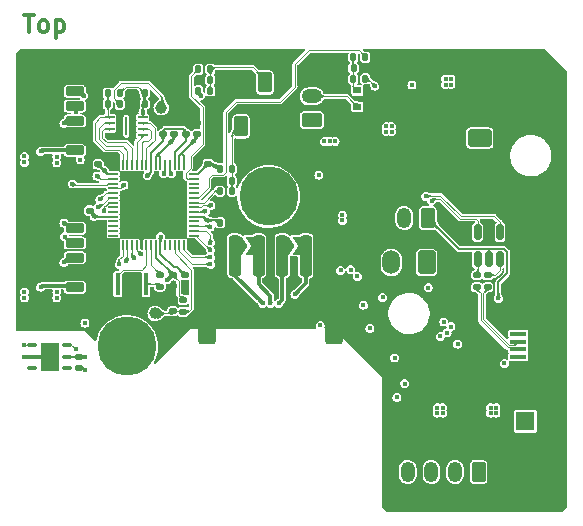
<source format=gtl>
%TF.GenerationSoftware,KiCad,Pcbnew,(6.0.6)*%
%TF.CreationDate,2022-09-22T21:47:14+08:00*%
%TF.ProjectId,Stealthburner_Toolhead_PCB,53746561-6c74-4686-9275-726e65725f54,rev?*%
%TF.SameCoordinates,Original*%
%TF.FileFunction,Copper,L1,Top*%
%TF.FilePolarity,Positive*%
%FSLAX46Y46*%
G04 Gerber Fmt 4.6, Leading zero omitted, Abs format (unit mm)*
G04 Created by KiCad (PCBNEW (6.0.6)) date 2022-09-22 21:47:14*
%MOMM*%
%LPD*%
G01*
G04 APERTURE LIST*
G04 Aperture macros list*
%AMRoundRect*
0 Rectangle with rounded corners*
0 $1 Rounding radius*
0 $2 $3 $4 $5 $6 $7 $8 $9 X,Y pos of 4 corners*
0 Add a 4 corners polygon primitive as box body*
4,1,4,$2,$3,$4,$5,$6,$7,$8,$9,$2,$3,0*
0 Add four circle primitives for the rounded corners*
1,1,$1+$1,$2,$3*
1,1,$1+$1,$4,$5*
1,1,$1+$1,$6,$7*
1,1,$1+$1,$8,$9*
0 Add four rect primitives between the rounded corners*
20,1,$1+$1,$2,$3,$4,$5,0*
20,1,$1+$1,$4,$5,$6,$7,0*
20,1,$1+$1,$6,$7,$8,$9,0*
20,1,$1+$1,$8,$9,$2,$3,0*%
%AMFreePoly0*
4,1,6,1.000000,0.000000,0.500000,-0.750000,-0.500000,-0.750000,-0.500000,0.750000,0.500000,0.750000,1.000000,0.000000,1.000000,0.000000,$1*%
%AMFreePoly1*
4,1,6,0.500000,-0.750000,-0.650000,-0.750000,-0.150000,0.000000,-0.650000,0.750000,0.500000,0.750000,0.500000,-0.750000,0.500000,-0.750000,$1*%
G04 Aperture macros list end*
%ADD10C,0.300000*%
%TA.AperFunction,NonConductor*%
%ADD11C,0.300000*%
%TD*%
%TA.AperFunction,SMDPad,CuDef*%
%ADD12RoundRect,0.140000X-0.170000X0.140000X-0.170000X-0.140000X0.170000X-0.140000X0.170000X0.140000X0*%
%TD*%
%TA.AperFunction,SMDPad,CuDef*%
%ADD13RoundRect,0.140000X0.170000X-0.140000X0.170000X0.140000X-0.170000X0.140000X-0.170000X-0.140000X0*%
%TD*%
%TA.AperFunction,ComponentPad*%
%ADD14RoundRect,0.250000X-0.350000X-0.625000X0.350000X-0.625000X0.350000X0.625000X-0.350000X0.625000X0*%
%TD*%
%TA.AperFunction,ComponentPad*%
%ADD15O,1.200000X1.750000*%
%TD*%
%TA.AperFunction,SMDPad,CuDef*%
%ADD16R,0.812800X0.177800*%
%TD*%
%TA.AperFunction,SMDPad,CuDef*%
%ADD17R,0.177800X0.812800*%
%TD*%
%TA.AperFunction,SMDPad,CuDef*%
%ADD18R,3.200400X3.200400*%
%TD*%
%TA.AperFunction,SMDPad,CuDef*%
%ADD19RoundRect,0.140000X-0.140000X-0.170000X0.140000X-0.170000X0.140000X0.170000X-0.140000X0.170000X0*%
%TD*%
%TA.AperFunction,SMDPad,CuDef*%
%ADD20FreePoly0,0.000000*%
%TD*%
%TA.AperFunction,SMDPad,CuDef*%
%ADD21FreePoly1,0.000000*%
%TD*%
%TA.AperFunction,ComponentPad*%
%ADD22RoundRect,0.250001X0.499999X0.759999X-0.499999X0.759999X-0.499999X-0.759999X0.499999X-0.759999X0*%
%TD*%
%TA.AperFunction,ComponentPad*%
%ADD23O,1.500000X2.020000*%
%TD*%
%TA.AperFunction,SMDPad,CuDef*%
%ADD24RoundRect,0.135000X0.135000X0.185000X-0.135000X0.185000X-0.135000X-0.185000X0.135000X-0.185000X0*%
%TD*%
%TA.AperFunction,SMDPad,CuDef*%
%ADD25RoundRect,0.200000X-0.600000X0.200000X-0.600000X-0.200000X0.600000X-0.200000X0.600000X0.200000X0*%
%TD*%
%TA.AperFunction,SMDPad,CuDef*%
%ADD26RoundRect,0.250001X-1.249999X0.799999X-1.249999X-0.799999X1.249999X-0.799999X1.249999X0.799999X0*%
%TD*%
%TA.AperFunction,ComponentPad*%
%ADD27R,1.600000X1.600000*%
%TD*%
%TA.AperFunction,ComponentPad*%
%ADD28C,1.600000*%
%TD*%
%TA.AperFunction,ComponentPad*%
%ADD29C,1.000000*%
%TD*%
%TA.AperFunction,SMDPad,CuDef*%
%ADD30RoundRect,0.135000X-0.135000X-0.185000X0.135000X-0.185000X0.135000X0.185000X-0.135000X0.185000X0*%
%TD*%
%TA.AperFunction,SMDPad,CuDef*%
%ADD31RoundRect,0.250000X-0.250000X-1.500000X0.250000X-1.500000X0.250000X1.500000X-0.250000X1.500000X0*%
%TD*%
%TA.AperFunction,SMDPad,CuDef*%
%ADD32RoundRect,0.250001X-0.499999X-1.449999X0.499999X-1.449999X0.499999X1.449999X-0.499999X1.449999X0*%
%TD*%
%TA.AperFunction,ComponentPad*%
%ADD33C,5.000000*%
%TD*%
%TA.AperFunction,SMDPad,CuDef*%
%ADD34R,0.700000X0.600000*%
%TD*%
%TA.AperFunction,ComponentPad*%
%ADD35RoundRect,0.250000X0.625000X-0.350000X0.625000X0.350000X-0.625000X0.350000X-0.625000X-0.350000X0*%
%TD*%
%TA.AperFunction,ComponentPad*%
%ADD36O,1.750000X1.200000*%
%TD*%
%TA.AperFunction,ComponentPad*%
%ADD37RoundRect,0.250000X0.350000X0.625000X-0.350000X0.625000X-0.350000X-0.625000X0.350000X-0.625000X0*%
%TD*%
%TA.AperFunction,SMDPad,CuDef*%
%ADD38RoundRect,0.140000X0.140000X0.170000X-0.140000X0.170000X-0.140000X-0.170000X0.140000X-0.170000X0*%
%TD*%
%TA.AperFunction,SMDPad,CuDef*%
%ADD39RoundRect,0.135000X-0.185000X0.135000X-0.185000X-0.135000X0.185000X-0.135000X0.185000X0.135000X0*%
%TD*%
%TA.AperFunction,SMDPad,CuDef*%
%ADD40R,0.400000X1.900000*%
%TD*%
%TA.AperFunction,SMDPad,CuDef*%
%ADD41RoundRect,0.100000X-0.300000X-0.100000X0.300000X-0.100000X0.300000X0.100000X-0.300000X0.100000X0*%
%TD*%
%TA.AperFunction,SMDPad,CuDef*%
%ADD42R,1.500000X2.400000*%
%TD*%
%TA.AperFunction,SMDPad,CuDef*%
%ADD43RoundRect,0.135000X0.185000X-0.135000X0.185000X0.135000X-0.185000X0.135000X-0.185000X-0.135000X0*%
%TD*%
%TA.AperFunction,ComponentPad*%
%ADD44RoundRect,0.250001X-0.759999X0.499999X-0.759999X-0.499999X0.759999X-0.499999X0.759999X0.499999X0*%
%TD*%
%TA.AperFunction,ComponentPad*%
%ADD45O,2.020000X1.500000*%
%TD*%
%TA.AperFunction,SMDPad,CuDef*%
%ADD46R,0.812800X0.254000*%
%TD*%
%TA.AperFunction,SMDPad,CuDef*%
%ADD47R,0.203200X1.600200*%
%TD*%
%TA.AperFunction,SMDPad,CuDef*%
%ADD48RoundRect,0.150000X-0.150000X0.512500X-0.150000X-0.512500X0.150000X-0.512500X0.150000X0.512500X0*%
%TD*%
%TA.AperFunction,SMDPad,CuDef*%
%ADD49R,1.380000X0.450000*%
%TD*%
%TA.AperFunction,SMDPad,CuDef*%
%ADD50R,1.550000X1.425000*%
%TD*%
%TA.AperFunction,SMDPad,CuDef*%
%ADD51R,1.300000X1.650000*%
%TD*%
%TA.AperFunction,SMDPad,CuDef*%
%ADD52R,1.900000X1.000000*%
%TD*%
%TA.AperFunction,SMDPad,CuDef*%
%ADD53R,1.900000X1.800000*%
%TD*%
%TA.AperFunction,ViaPad*%
%ADD54C,0.450000*%
%TD*%
%TA.AperFunction,Conductor*%
%ADD55C,0.200000*%
%TD*%
%TA.AperFunction,Conductor*%
%ADD56C,0.300000*%
%TD*%
%TA.AperFunction,Conductor*%
%ADD57C,0.120000*%
%TD*%
G04 APERTURE END LIST*
D10*
D11*
X100830285Y-93260171D02*
X101687428Y-93260171D01*
X101258857Y-94760171D02*
X101258857Y-93260171D01*
X102401714Y-94760171D02*
X102258857Y-94688742D01*
X102187428Y-94617314D01*
X102116000Y-94474457D01*
X102116000Y-94045885D01*
X102187428Y-93903028D01*
X102258857Y-93831600D01*
X102401714Y-93760171D01*
X102616000Y-93760171D01*
X102758857Y-93831600D01*
X102830285Y-93903028D01*
X102901714Y-94045885D01*
X102901714Y-94474457D01*
X102830285Y-94617314D01*
X102758857Y-94688742D01*
X102616000Y-94760171D01*
X102401714Y-94760171D01*
X103544571Y-93760171D02*
X103544571Y-95260171D01*
X103544571Y-93831600D02*
X103687428Y-93760171D01*
X103973142Y-93760171D01*
X104116000Y-93831600D01*
X104187428Y-93903028D01*
X104258857Y-94045885D01*
X104258857Y-94474457D01*
X104187428Y-94617314D01*
X104116000Y-94688742D01*
X103973142Y-94760171D01*
X103687428Y-94760171D01*
X103544571Y-94688742D01*
D12*
%TO.P,C24,1*%
%TO.N,+3V3*%
X113434800Y-115296400D03*
%TO.P,C24,2*%
%TO.N,GND*%
X113434800Y-116256400D03*
%TD*%
D13*
%TO.P,C16,1*%
%TO.N,+1V1*%
X114554000Y-103400800D03*
%TO.P,C16,2*%
%TO.N,GND*%
X114554000Y-102440800D03*
%TD*%
D14*
%TO.P,J4,1,Pin_1*%
%TO.N,Net-(C13-Pad1)*%
X119243600Y-102726400D03*
D15*
%TO.P,J4,2,Pin_2*%
%TO.N,GND*%
X121243600Y-102726400D03*
%TD*%
D16*
%TO.P,U7,1,IOVDD*%
%TO.N,+3V3*%
X108407200Y-106772075D03*
%TO.P,U7,2,GPIO0*%
%TO.N,/FAN1_PWM*%
X108407200Y-107172125D03*
%TO.P,U7,3,GPIO1*%
%TO.N,/FAN2_PWM*%
X108407200Y-107572175D03*
%TO.P,U7,4,GPIO2*%
%TO.N,/FAN2_DET*%
X108407200Y-107972225D03*
%TO.P,U7,5,GPIO3*%
%TO.N,/FAN1_DET*%
X108407200Y-108372275D03*
%TO.P,U7,6,GPIO4*%
%TO.N,/IIC0_SDA*%
X108407200Y-108772325D03*
%TO.P,U7,7,GPIO5*%
%TO.N,/IIC0_SCL*%
X108407200Y-109172375D03*
%TO.P,U7,8,GPIO6*%
%TO.N,unconnected-(U7-Pad8)*%
X108407200Y-109572425D03*
%TO.P,U7,9,GPIO7*%
%TO.N,unconnected-(U7-Pad9)*%
X108407200Y-109972475D03*
%TO.P,U7,10,IOVDD*%
%TO.N,+3V3*%
X108407200Y-110372525D03*
%TO.P,U7,11,GPIO8*%
%TO.N,unconnected-(U7-Pad11)*%
X108407200Y-110772575D03*
%TO.P,U7,12,GPIO9*%
%TO.N,unconnected-(U7-Pad12)*%
X108407200Y-111172625D03*
%TO.P,U7,13,GPIO10*%
%TO.N,unconnected-(U7-Pad13)*%
X108407200Y-111572675D03*
%TO.P,U7,14,GPIO11*%
%TO.N,unconnected-(U7-Pad14)*%
X108407200Y-111972725D03*
D17*
%TO.P,U7,15,GPIO12*%
%TO.N,/E-EN*%
X109210475Y-112776000D03*
%TO.P,U7,16,GPIO13*%
%TO.N,/UART*%
X109610525Y-112776000D03*
%TO.P,U7,17,GPIO14*%
%TO.N,/E-STEP*%
X110010575Y-112776000D03*
%TO.P,U7,18,GPIO15*%
%TO.N,/E-DIR*%
X110410625Y-112776000D03*
%TO.P,U7,19,TESTEN*%
%TO.N,GND*%
X110810675Y-112776000D03*
%TO.P,U7,20,XIN*%
%TO.N,Net-(U7-Pad20)*%
X111210725Y-112776000D03*
%TO.P,U7,21,XOUT*%
%TO.N,Net-(R11-Pad1)*%
X111610775Y-112776000D03*
%TO.P,U7,22,IOVDD*%
%TO.N,+3V3*%
X112010825Y-112776000D03*
%TO.P,U7,23,DVDD*%
%TO.N,+1V1*%
X112410875Y-112776000D03*
%TO.P,U7,24,SWCLK*%
%TO.N,unconnected-(U7-Pad24)*%
X112810925Y-112776000D03*
%TO.P,U7,25,SWD*%
%TO.N,unconnected-(U7-Pad25)*%
X113210975Y-112776000D03*
%TO.P,U7,26,RUN*%
%TO.N,/RUN*%
X113611025Y-112776000D03*
%TO.P,U7,27,GPIO16*%
%TO.N,/SPI0_MISO*%
X114011075Y-112776000D03*
%TO.P,U7,28,GPIO17*%
%TO.N,/SPI0_CS1*%
X114411125Y-112776000D03*
D16*
%TO.P,U7,29,GPIO18*%
%TO.N,/SPI0_CLK*%
X115214400Y-111972725D03*
%TO.P,U7,30,GPIO19*%
%TO.N,/SPI0_MOSI*%
X115214400Y-111572675D03*
%TO.P,U7,31,GPIO20*%
%TO.N,/SPI0_CS2*%
X115214400Y-111172625D03*
%TO.P,U7,32,GPIO21*%
%TO.N,unconnected-(U7-Pad32)*%
X115214400Y-110772575D03*
%TO.P,U7,33,IOVDD*%
%TO.N,+3V3*%
X115214400Y-110372525D03*
%TO.P,U7,34,GPIO22*%
%TO.N,/NEO*%
X115214400Y-109972475D03*
%TO.P,U7,35,GPIO23*%
%TO.N,/HE*%
X115214400Y-109572425D03*
%TO.P,U7,36,GPIO24*%
%TO.N,/X-*%
X115214400Y-109172375D03*
%TO.P,U7,37,GPIO25*%
%TO.N,/PROBE*%
X115214400Y-108772325D03*
%TO.P,U7,38,GPIO26_ADC0*%
%TO.N,unconnected-(U7-Pad38)*%
X115214400Y-108372275D03*
%TO.P,U7,39,GPIO27_ADC1*%
%TO.N,unconnected-(U7-Pad39)*%
X115214400Y-107972225D03*
%TO.P,U7,40,GPIO28_ADC2*%
%TO.N,unconnected-(U7-Pad40)*%
X115214400Y-107572175D03*
%TO.P,U7,41,GPIO29_ADC3*%
%TO.N,/NTC*%
X115214400Y-107172125D03*
%TO.P,U7,42,IOVDD*%
%TO.N,+3V3*%
X115214400Y-106772075D03*
D17*
%TO.P,U7,43,ADC_AVDD*%
X114411125Y-105968800D03*
%TO.P,U7,44,VREG_IN*%
X114011075Y-105968800D03*
%TO.P,U7,45,VREG_VOUT*%
%TO.N,+1V1*%
X113611025Y-105968800D03*
%TO.P,U7,46,USB_DM*%
%TO.N,/D-*%
X113210975Y-105968800D03*
%TO.P,U7,47,USB_DP*%
%TO.N,/D+*%
X112810925Y-105968800D03*
%TO.P,U7,48,USB_VDD*%
%TO.N,+3V3*%
X112410875Y-105968800D03*
%TO.P,U7,49,IOVDD*%
X112010825Y-105968800D03*
%TO.P,U7,50,DVDD*%
%TO.N,+1V1*%
X111610775Y-105968800D03*
%TO.P,U7,51,QSPI_SD3*%
%TO.N,/QSPI_SD3*%
X111210725Y-105968800D03*
%TO.P,U7,52,QSPI_SCLK*%
%TO.N,/QSPI_CLK*%
X110810675Y-105968800D03*
%TO.P,U7,53,QSPI_SD0*%
%TO.N,/QSPI_SD0*%
X110410625Y-105968800D03*
%TO.P,U7,54,QSPI_SD2*%
%TO.N,/QSPI_SD2*%
X110010575Y-105968800D03*
%TO.P,U7,55,QSPI_SD1*%
%TO.N,/QSPI_SD1*%
X109610525Y-105968800D03*
%TO.P,U7,56,QSPI_SS*%
%TO.N,/QSPI_CS*%
X109210475Y-105968800D03*
D18*
%TO.P,U7,57,GND*%
%TO.N,GND*%
X111810800Y-109372400D03*
%TD*%
D19*
%TO.P,C19,1*%
%TO.N,+3V3*%
X117477600Y-110896400D03*
%TO.P,C19,2*%
%TO.N,GND*%
X118437600Y-110896400D03*
%TD*%
D20*
%TO.P,JP4,1,A*%
%TO.N,/FORCE-*%
X118793600Y-112826800D03*
D21*
%TO.P,JP4,2,B*%
%TO.N,/RTDIN-*%
X120243600Y-112826800D03*
%TD*%
D22*
%TO.P,J9,1,Pin_1*%
%TO.N,Net-(J9-Pad1)*%
X134951600Y-114241600D03*
D23*
%TO.P,J9,2,Pin_2*%
%TO.N,+24V*%
X131951600Y-114241600D03*
%TD*%
D24*
%TO.P,R5,1*%
%TO.N,Net-(J3-Pad1)*%
X108968000Y-100838000D03*
%TO.P,R5,2*%
%TO.N,/QSPI_CS*%
X107948000Y-100838000D03*
%TD*%
D25*
%TO.P,J7,1,Pin_1*%
%TO.N,/FAN1_DET*%
X105168400Y-111342800D03*
%TO.P,J7,2,Pin_2*%
%TO.N,Net-(D3-Pad2)*%
X105168400Y-112592800D03*
%TO.P,J7,3,Pin_3*%
%TO.N,Net-(J7-Pad3)*%
X105168400Y-113842800D03*
%TO.P,J7,4,Pin_4*%
%TO.N,GND*%
X105168400Y-115092800D03*
%TO.P,J7,5,Pin_5*%
%TO.N,Net-(J7-Pad5)*%
X105168400Y-116342800D03*
D26*
%TO.P,J7,MP,MountPin*%
%TO.N,GND*%
X102268400Y-118892800D03*
X102268400Y-108792800D03*
%TD*%
D20*
%TO.P,JP3,1,A*%
%TO.N,/RTDIN+*%
X122756000Y-112826800D03*
D21*
%TO.P,JP3,2,B*%
%TO.N,/FORCE+*%
X124206000Y-112826800D03*
%TD*%
D27*
%TO.P,C32,1*%
%TO.N,+24V*%
X143306800Y-127711200D03*
D28*
%TO.P,C32,2*%
%TO.N,GND*%
X143306800Y-130211200D03*
%TD*%
D29*
%TO.P,J3,1,Pin_1*%
%TO.N,Net-(J3-Pad1)*%
X112471200Y-101142800D03*
%TD*%
D13*
%TO.P,C18,1*%
%TO.N,+3V3*%
X115468400Y-103400800D03*
%TO.P,C18,2*%
%TO.N,GND*%
X115468400Y-102440800D03*
%TD*%
D30*
%TO.P,R14,1*%
%TO.N,/NTC*%
X115618800Y-97891600D03*
%TO.P,R14,2*%
%TO.N,Net-(C17-Pad1)*%
X116638800Y-97891600D03*
%TD*%
D24*
%TO.P,R7,1*%
%TO.N,/PROBE*%
X129745200Y-96875600D03*
%TO.P,R7,2*%
%TO.N,Net-(C11-Pad1)*%
X128725200Y-96875600D03*
%TD*%
D31*
%TO.P,J11,1,Pin_1*%
%TO.N,/FORCE-*%
X118716800Y-113685200D03*
%TO.P,J11,2,Pin_2*%
%TO.N,/RTDIN-*%
X120716800Y-113685200D03*
%TO.P,J11,3,Pin_3*%
%TO.N,/RTDIN+*%
X122716800Y-113685200D03*
%TO.P,J11,4,Pin_4*%
%TO.N,/FORCE+*%
X124716800Y-113685200D03*
D32*
%TO.P,J11,MP,MountPin*%
%TO.N,GND*%
X127066800Y-119435200D03*
X116366800Y-119435200D03*
%TD*%
D13*
%TO.P,C15,1*%
%TO.N,+1V1*%
X112623600Y-103400800D03*
%TO.P,C15,2*%
%TO.N,GND*%
X112623600Y-102440800D03*
%TD*%
%TO.P,C23,1*%
%TO.N,+3V3*%
X106426000Y-109852400D03*
%TO.P,C23,2*%
%TO.N,GND*%
X106426000Y-108892400D03*
%TD*%
D33*
%TO.P,H2,1,1*%
%TO.N,unconnected-(H2-Pad1)*%
X121564400Y-108661200D03*
%TD*%
D34*
%TO.P,D2,1,K*%
%TO.N,Net-(D2-Pad1)*%
X129082800Y-101080800D03*
%TO.P,D2,2,A*%
%TO.N,Net-(C11-Pad1)*%
X129082800Y-99680800D03*
%TD*%
D30*
%TO.P,R12,1*%
%TO.N,/X-*%
X117447600Y-108204000D03*
%TO.P,R12,2*%
%TO.N,Net-(C13-Pad1)*%
X118467600Y-108204000D03*
%TD*%
D35*
%TO.P,J2,1,Pin_1*%
%TO.N,+24V*%
X125222000Y-102177600D03*
D36*
%TO.P,J2,2,Pin_2*%
%TO.N,Net-(D2-Pad1)*%
X125222000Y-100177600D03*
%TO.P,J2,3,Pin_3*%
%TO.N,GND*%
X125222000Y-98177600D03*
%TD*%
D13*
%TO.P,C4,1*%
%TO.N,/RUN*%
X113436400Y-118386800D03*
%TO.P,C4,2*%
%TO.N,GND*%
X113436400Y-117426800D03*
%TD*%
D37*
%TO.P,J8,1,Pin_1*%
%TO.N,+5V*%
X135045200Y-110481200D03*
D15*
%TO.P,J8,2,Pin_2*%
%TO.N,Net-(J8-Pad2)*%
X133045200Y-110481200D03*
%TO.P,J8,3,Pin_3*%
%TO.N,GND*%
X131045200Y-110481200D03*
%TD*%
D33*
%TO.P,H1,1,1*%
%TO.N,unconnected-(H1-Pad1)*%
X109575600Y-121361200D03*
%TD*%
D12*
%TO.P,C29,1*%
%TO.N,+3V3*%
X105511600Y-122252800D03*
%TO.P,C29,2*%
%TO.N,GND*%
X105511600Y-123212800D03*
%TD*%
D38*
%TO.P,C13,1*%
%TO.N,Net-(C13-Pad1)*%
X118437600Y-107340400D03*
%TO.P,C13,2*%
%TO.N,GND*%
X117477600Y-107340400D03*
%TD*%
D29*
%TO.P,TP1,1,1*%
%TO.N,/RUN*%
X111963200Y-118567200D03*
%TD*%
D24*
%TO.P,R4,1*%
%TO.N,+3V3*%
X108968000Y-99923600D03*
%TO.P,R4,2*%
%TO.N,/QSPI_CS*%
X107948000Y-99923600D03*
%TD*%
D39*
%TO.P,R11,1*%
%TO.N,Net-(R11-Pad1)*%
X112369600Y-115266400D03*
%TO.P,R11,2*%
%TO.N,Net-(R11-Pad2)*%
X112369600Y-116286400D03*
%TD*%
%TO.P,R8,1*%
%TO.N,Net-(R8-Pad1)*%
X139192000Y-115314000D03*
%TO.P,R8,2*%
%TO.N,Net-(J5-Pad2)*%
X139192000Y-116334000D03*
%TD*%
D40*
%TO.P,Y1,1,1*%
%TO.N,Net-(U7-Pad20)*%
X108780400Y-116081200D03*
%TO.P,Y1,2,2*%
%TO.N,GND*%
X109980400Y-116081200D03*
%TO.P,Y1,3,3*%
%TO.N,Net-(R11-Pad2)*%
X111180400Y-116081200D03*
%TD*%
D24*
%TO.P,R6,1*%
%TO.N,+3V3*%
X129745200Y-98704400D03*
%TO.P,R6,2*%
%TO.N,Net-(C11-Pad1)*%
X128725200Y-98704400D03*
%TD*%
D38*
%TO.P,C17,1*%
%TO.N,Net-(C17-Pad1)*%
X116608800Y-98806000D03*
%TO.P,C17,2*%
%TO.N,GND*%
X115648800Y-98806000D03*
%TD*%
D41*
%TO.P,U9,1,SDA*%
%TO.N,/IIC0_SDA*%
X101572400Y-121224800D03*
%TO.P,U9,2,GND*%
%TO.N,GND*%
X101572400Y-122224800D03*
%TO.P,U9,3,NC*%
%TO.N,unconnected-(U9-Pad3)*%
X101572400Y-123224800D03*
%TO.P,U9,4,NC*%
%TO.N,unconnected-(U9-Pad4)*%
X104472400Y-123224800D03*
%TO.P,U9,5,VDD*%
%TO.N,+3V3*%
X104472400Y-122224800D03*
%TO.P,U9,6,SCL*%
%TO.N,/IIC0_SCL*%
X104472400Y-121224800D03*
D42*
%TO.P,U9,7,PAD*%
%TO.N,GND*%
X103022400Y-122224800D03*
%TD*%
D25*
%TO.P,J10,1,Pin_1*%
%TO.N,/FAN2_DET*%
X105168400Y-99760400D03*
%TO.P,J10,2,Pin_2*%
%TO.N,Net-(D5-Pad2)*%
X105168400Y-101010400D03*
%TO.P,J10,3,Pin_3*%
%TO.N,Net-(J10-Pad3)*%
X105168400Y-102260400D03*
%TO.P,J10,4,Pin_4*%
%TO.N,GND*%
X105168400Y-103510400D03*
%TO.P,J10,5,Pin_5*%
%TO.N,Net-(J10-Pad5)*%
X105168400Y-104760400D03*
D26*
%TO.P,J10,MP,MountPin*%
%TO.N,GND*%
X102268400Y-97210400D03*
X102268400Y-107310400D03*
%TD*%
D43*
%TO.P,R10,1*%
%TO.N,Net-(J5-Pad3)*%
X140106400Y-116334000D03*
%TO.P,R10,2*%
%TO.N,Net-(R10-Pad2)*%
X140106400Y-115314000D03*
%TD*%
D44*
%TO.P,J1,1,Pin_1*%
%TO.N,+24V*%
X139446000Y-103706800D03*
D45*
%TO.P,J1,2,Pin_2*%
%TO.N,GND*%
X139446000Y-106706800D03*
%TD*%
D13*
%TO.P,C21,1*%
%TO.N,+3V3*%
X113538000Y-103400800D03*
%TO.P,C21,2*%
%TO.N,GND*%
X113538000Y-102440800D03*
%TD*%
%TO.P,C20,1*%
%TO.N,+3V3*%
X116433600Y-105890000D03*
%TO.P,C20,2*%
%TO.N,GND*%
X116433600Y-104930000D03*
%TD*%
D46*
%TO.P,U4,1,~{CS}*%
%TO.N,/QSPI_CS*%
X108126400Y-101967599D03*
%TO.P,U4,2,DO_IO1*%
%TO.N,/QSPI_SD1*%
X108126400Y-102467600D03*
%TO.P,U4,3,~{WP}_IO2*%
%TO.N,/QSPI_SD2*%
X108126400Y-102967600D03*
%TO.P,U4,4,GND*%
%TO.N,GND*%
X108126400Y-103467601D03*
%TO.P,U4,5,DI_IO0*%
%TO.N,/QSPI_SD0*%
X110923200Y-103467601D03*
%TO.P,U4,6,CLK*%
%TO.N,/QSPI_CLK*%
X110923200Y-102967600D03*
%TO.P,U4,7,~{HOLD}_IO3*%
%TO.N,/QSPI_SD3*%
X110923200Y-102467600D03*
%TO.P,U4,8,VCC*%
%TO.N,+3V3*%
X110923200Y-101967599D03*
D47*
%TO.P,U4,9,EPAD*%
%TO.N,unconnected-(U4-Pad9)*%
X109524800Y-102717600D03*
%TD*%
D30*
%TO.P,R15,1*%
%TO.N,+3V3*%
X115618800Y-99720400D03*
%TO.P,R15,2*%
%TO.N,Net-(C17-Pad1)*%
X116638800Y-99720400D03*
%TD*%
D38*
%TO.P,C3,1*%
%TO.N,+3V3*%
X111071600Y-99923600D03*
%TO.P,C3,2*%
%TO.N,GND*%
X110111600Y-99923600D03*
%TD*%
D19*
%TO.P,C11,1*%
%TO.N,Net-(C11-Pad1)*%
X128755200Y-97790000D03*
%TO.P,C11,2*%
%TO.N,GND*%
X129715200Y-97790000D03*
%TD*%
D13*
%TO.P,C22,1*%
%TO.N,+3V3*%
X107137200Y-105940800D03*
%TO.P,C22,2*%
%TO.N,GND*%
X107137200Y-104980800D03*
%TD*%
D48*
%TO.P,U5,1,I/O1*%
%TO.N,/D+*%
X141158000Y-111689300D03*
%TO.P,U5,2,GND*%
%TO.N,GND*%
X140208000Y-111689300D03*
%TO.P,U5,3,I/O2*%
%TO.N,/D-*%
X139258000Y-111689300D03*
%TO.P,U5,4,I/O2*%
%TO.N,Net-(R8-Pad1)*%
X139258000Y-113964300D03*
%TO.P,U5,5,VBUS*%
%TO.N,+5V*%
X140208000Y-113964300D03*
%TO.P,U5,6,I/O1*%
%TO.N,Net-(R10-Pad2)*%
X141158000Y-113964300D03*
%TD*%
D39*
%TO.P,R1,1*%
%TO.N,+3V3*%
X114350800Y-117396800D03*
%TO.P,R1,2*%
%TO.N,/RUN*%
X114350800Y-118416800D03*
%TD*%
D38*
%TO.P,C2,1*%
%TO.N,+3V3*%
X111071600Y-100838000D03*
%TO.P,C2,2*%
%TO.N,GND*%
X110111600Y-100838000D03*
%TD*%
D12*
%TO.P,C14,1*%
%TO.N,+1V1*%
X114452400Y-115293200D03*
%TO.P,C14,2*%
%TO.N,GND*%
X114452400Y-116253200D03*
%TD*%
D37*
%TO.P,J6,1,Pin_1*%
%TO.N,Net-(C17-Pad1)*%
X121259600Y-99009200D03*
D15*
%TO.P,J6,2,Pin_2*%
%TO.N,GND*%
X119259600Y-99009200D03*
%TD*%
D30*
%TO.P,R9,1*%
%TO.N,+3V3*%
X117447600Y-106322400D03*
%TO.P,R9,2*%
%TO.N,Net-(C13-Pad1)*%
X118467600Y-106322400D03*
%TD*%
D49*
%TO.P,J5,1,VBUS*%
%TO.N,unconnected-(J5-Pad1)*%
X142710400Y-122254800D03*
%TO.P,J5,2,D-*%
%TO.N,Net-(J5-Pad2)*%
X142710400Y-121604800D03*
%TO.P,J5,3,D+*%
%TO.N,Net-(J5-Pad3)*%
X142710400Y-120954800D03*
%TO.P,J5,4,ID*%
%TO.N,unconnected-(J5-Pad4)*%
X142710400Y-120304800D03*
%TO.P,J5,5,GND*%
%TO.N,GND*%
X142710400Y-119654800D03*
D50*
%TO.P,J5,6,Shield*%
X142795400Y-123442300D03*
X142795400Y-118467300D03*
D51*
X145370400Y-117579800D03*
D52*
X145370400Y-119404800D03*
D51*
X145370400Y-124329800D03*
D53*
X145370400Y-122104800D03*
%TD*%
D37*
%TO.P,J12,1,Pin_1*%
%TO.N,/E-A2*%
X139347200Y-131987200D03*
D15*
%TO.P,J12,2,Pin_2*%
%TO.N,/E-A1*%
X137347200Y-131987200D03*
%TO.P,J12,3,Pin_3*%
%TO.N,/E-B1*%
X135347200Y-131987200D03*
%TO.P,J12,4,Pin_4*%
%TO.N,/E-B2*%
X133347200Y-131987200D03*
%TD*%
D54*
%TO.N,GND*%
X129133600Y-102362000D03*
X128574800Y-102362000D03*
%TO.N,+24V*%
X135839200Y-127000000D03*
X137007600Y-98704400D03*
X140817600Y-126542800D03*
X137007600Y-99187000D03*
X132232400Y-122326400D03*
X140817600Y-127000000D03*
X140360400Y-127000000D03*
X140360400Y-126542800D03*
X136296400Y-127000000D03*
X136550400Y-98704400D03*
X100888800Y-116738400D03*
X135839200Y-126542800D03*
X136550400Y-99187000D03*
X100888800Y-117246400D03*
X136296400Y-126542800D03*
X100888800Y-105765600D03*
X100888800Y-105257600D03*
%TO.N,GND*%
X144424400Y-132232400D03*
X143916400Y-132232400D03*
X106324400Y-102565200D03*
X137007600Y-125577600D03*
X143408400Y-132232400D03*
X137668000Y-124942600D03*
X123850400Y-106781600D03*
X144526000Y-107340400D03*
X112217200Y-109778800D03*
X125730000Y-105562400D03*
X137668000Y-123621800D03*
X138988800Y-124942600D03*
X113893600Y-120142000D03*
X119532400Y-117144800D03*
X139649200Y-124282200D03*
X102870000Y-100380800D03*
X138988800Y-123621800D03*
X145999200Y-120497600D03*
X113030000Y-110591600D03*
X138328400Y-122961400D03*
X112572800Y-99060000D03*
X131572000Y-127101600D03*
X136042400Y-129641600D03*
X131572000Y-128117600D03*
X102412800Y-113030000D03*
X137007600Y-124942600D03*
X110591600Y-108966000D03*
X131419600Y-119126000D03*
X101904800Y-103327200D03*
X110591600Y-109778800D03*
X137668000Y-125577600D03*
X137007600Y-122961400D03*
X107746800Y-118465600D03*
X107238800Y-118465600D03*
X144424400Y-131673600D03*
X126288800Y-111201200D03*
X108254800Y-118465600D03*
X112979200Y-99415600D03*
X136042400Y-129133600D03*
X143916400Y-131673600D03*
X113487200Y-101854000D03*
X138887200Y-119786400D03*
X112217200Y-108966000D03*
X107645200Y-99060000D03*
X111404400Y-110591600D03*
X108966000Y-102870000D03*
X110591600Y-110591600D03*
X139649200Y-125577600D03*
X108966000Y-102362000D03*
X119176800Y-116789200D03*
X138328400Y-125577600D03*
X143408400Y-107340400D03*
X133299200Y-100584000D03*
X137007600Y-124282200D03*
X101549200Y-98602800D03*
X134620000Y-124714000D03*
X101904800Y-103835200D03*
X101041200Y-98602800D03*
X140055600Y-130098800D03*
X111404400Y-108153200D03*
X115011200Y-112674400D03*
X134112000Y-97180400D03*
X143408400Y-131673600D03*
X133299200Y-101142800D03*
X112217200Y-110591600D03*
X113030000Y-109778800D03*
X112217200Y-108153200D03*
X113030000Y-108966000D03*
X145084800Y-107340400D03*
X111404400Y-108966000D03*
X143967200Y-107340400D03*
X126339600Y-107594400D03*
X137007600Y-123621800D03*
X128981200Y-118110000D03*
X114046000Y-101854000D03*
X133299200Y-100025200D03*
X139395200Y-119786400D03*
X106375200Y-108407200D03*
X107086400Y-99060000D03*
X125730000Y-105003600D03*
X133604000Y-97180400D03*
X142849600Y-107340400D03*
X114604800Y-101854000D03*
X102870000Y-100888800D03*
X126339600Y-108153200D03*
X101904800Y-104343200D03*
X111404400Y-109778800D03*
X136245600Y-117754400D03*
X123494800Y-106426000D03*
X110591600Y-108153200D03*
X111810800Y-102108000D03*
X139547600Y-130098800D03*
X138988800Y-124282200D03*
X136042400Y-128625600D03*
X138988800Y-125577600D03*
X108204000Y-99060000D03*
X139649200Y-123621800D03*
X146507200Y-120497600D03*
X133096000Y-97180400D03*
X109626400Y-100380800D03*
X139649200Y-122961400D03*
X131572000Y-127609600D03*
X100533200Y-98602800D03*
X102412800Y-112014000D03*
X114300000Y-119735600D03*
X102412800Y-112522000D03*
X137668000Y-124282200D03*
X131419600Y-119634000D03*
X144119600Y-97078800D03*
X144830800Y-97790000D03*
X113030000Y-108153200D03*
X138328400Y-124282200D03*
X138328400Y-123621800D03*
X141579600Y-124206000D03*
X137668000Y-122961400D03*
X138328400Y-124942600D03*
X106019600Y-123342400D03*
X139649200Y-124942600D03*
X114503200Y-116636800D03*
X102870000Y-99872800D03*
X143814800Y-122834400D03*
X138988800Y-122961400D03*
X144475200Y-97434400D03*
X100838000Y-122224800D03*
X113436400Y-116789200D03*
%TO.N,+12V*%
X133705600Y-99212400D03*
X103632000Y-116738400D03*
X131978400Y-103174800D03*
X103632000Y-117246400D03*
X103632000Y-105308400D03*
X131521200Y-102717600D03*
X103632000Y-105816400D03*
X131521200Y-103174800D03*
X131978400Y-102717600D03*
%TO.N,+5V*%
X105613200Y-105562400D03*
X125816400Y-106847600D03*
X141020800Y-117297200D03*
%TO.N,+1V1*%
X112420400Y-112064800D03*
X111285427Y-106902277D03*
%TO.N,/FAN1_DET*%
X107289600Y-108915200D03*
X104241600Y-110896400D03*
%TO.N,/D+*%
X134874000Y-108661200D03*
X112674400Y-106730800D03*
%TO.N,/D-*%
X135373255Y-109008055D03*
X113334800Y-106745381D03*
%TO.N,/NEO*%
X136396000Y-119280400D03*
X116211661Y-109911035D03*
%TO.N,/FAN1_PWM*%
X107035600Y-106934000D03*
%TO.N,/FORCE+*%
X123799600Y-116941600D03*
%TO.N,/RTDIN+*%
X122428000Y-117703600D03*
%TO.N,/E-EN*%
X108915200Y-114401600D03*
X132435600Y-125679200D03*
%TO.N,/E-STEP*%
X110134400Y-113842800D03*
X136675951Y-120201243D03*
%TO.N,/E-DIR*%
X137007600Y-119684800D03*
X110744000Y-113538000D03*
%TO.N,/UART*%
X109524800Y-114096800D03*
X136093200Y-120497600D03*
%TO.N,/IIC0_SDA*%
X100838000Y-121208800D03*
X107137200Y-109524800D03*
%TO.N,/IIC0_SCL*%
X107645200Y-109880400D03*
X105257600Y-121615200D03*
%TO.N,/SPI0_MISO*%
X116636800Y-114401600D03*
X129590800Y-117856000D03*
%TO.N,/SPI0_CS1*%
X116636800Y-113792000D03*
%TO.N,/SPI0_CLK*%
X131216400Y-117195600D03*
X116636800Y-113182400D03*
%TO.N,/SPI0_MOSI*%
X116636800Y-112572800D03*
X129082800Y-115417600D03*
%TO.N,/RTDIN-*%
X121716800Y-117703600D03*
%TO.N,/FORCE-*%
X121056400Y-117703600D03*
%TO.N,/FAN2_DET*%
X109321600Y-107696000D03*
X105918000Y-100126800D03*
%TO.N,/FAN2_PWM*%
X104952800Y-107594400D03*
%TO.N,Net-(D3-Pad2)*%
X104292400Y-112064800D03*
%TO.N,Net-(D5-Pad2)*%
X105218068Y-101467868D03*
%TO.N,/HE*%
X135077200Y-116382800D03*
X116687600Y-109423200D03*
%TO.N,/SPI0_CS2*%
X127660400Y-114909600D03*
X116621374Y-111234152D03*
%TO.N,+3V3*%
X115824000Y-100126800D03*
X133096000Y-124510800D03*
X110923200Y-101522400D03*
X127812800Y-110236000D03*
X116332000Y-110693200D03*
X126288800Y-103987600D03*
X130556000Y-99314000D03*
X127203200Y-103987600D03*
X107684600Y-106488200D03*
X113000629Y-115691475D03*
X130149600Y-119837200D03*
X128524000Y-114858800D03*
X106019600Y-119380000D03*
X106019600Y-122224800D03*
X125933200Y-119583200D03*
X113309400Y-104013000D03*
X137566400Y-121158000D03*
X106781600Y-110337600D03*
X126746000Y-103987600D03*
X127812800Y-110693200D03*
X141528800Y-122783600D03*
X117043200Y-106121200D03*
X115214400Y-103987600D03*
%TO.N,Net-(J10-Pad3)*%
X104241600Y-102463600D03*
%TO.N,Net-(J7-Pad3)*%
X104241600Y-114249200D03*
%TO.N,Net-(J7-Pad5)*%
X102260400Y-116332000D03*
%TO.N,Net-(J10-Pad5)*%
X102260400Y-104851200D03*
%TD*%
D55*
%TO.N,GND*%
X105511600Y-123212800D02*
X105890000Y-123212800D01*
X105890000Y-123212800D02*
X106019600Y-123342400D01*
D56*
X101572400Y-122224800D02*
X100838000Y-122224800D01*
X101572400Y-122224800D02*
X103022400Y-122224800D01*
D57*
%TO.N,/RUN*%
X113436400Y-118386800D02*
X114320800Y-118386800D01*
X114320800Y-118386800D02*
X114350800Y-118416800D01*
X113611025Y-112776000D02*
X113611025Y-113458625D01*
X114755200Y-118416800D02*
X114350800Y-118416800D01*
X113256000Y-118567200D02*
X113436400Y-118386800D01*
X111963200Y-118567200D02*
X113256000Y-118567200D01*
X113611025Y-113458625D02*
X115011200Y-114858800D01*
X115011200Y-118160800D02*
X114755200Y-118416800D01*
X115011200Y-114858800D02*
X115011200Y-118160800D01*
%TO.N,Net-(C11-Pad1)*%
X128992400Y-99680800D02*
X128725200Y-99413600D01*
X128725200Y-99413600D02*
X128725200Y-96875600D01*
X129082800Y-99680800D02*
X128992400Y-99680800D01*
%TO.N,Net-(C13-Pad1)*%
X119243600Y-102726400D02*
X118467600Y-103502400D01*
X118467600Y-103502400D02*
X118467600Y-108153200D01*
D55*
%TO.N,+5V*%
X141782800Y-113385600D02*
X141782800Y-115163600D01*
X141478000Y-113080800D02*
X141782800Y-113385600D01*
X141020800Y-115925600D02*
X141020800Y-117297200D01*
X141782800Y-115163600D02*
X141020800Y-115925600D01*
X137644800Y-113080800D02*
X140208000Y-113080800D01*
X135045200Y-110481200D02*
X137644800Y-113080800D01*
X140208000Y-113964300D02*
X140208000Y-113080800D01*
X140208000Y-113080800D02*
X141478000Y-113080800D01*
%TO.N,+1V1*%
X112471200Y-104140000D02*
X111610775Y-105000425D01*
X113611025Y-105968800D02*
X113611025Y-104879775D01*
X112623600Y-103400800D02*
X112623600Y-103987600D01*
X112623600Y-103400800D02*
X112623600Y-103124000D01*
X112410875Y-112074325D02*
X112410875Y-112776000D01*
X111610775Y-105000425D02*
X111610775Y-105968800D01*
X114350800Y-102920800D02*
X114554000Y-103124000D01*
X113538000Y-114655600D02*
X113814800Y-114655600D01*
X113814800Y-114655600D02*
X114452400Y-115293200D01*
X112410875Y-112776000D02*
X112410875Y-113528475D01*
X114554000Y-103936800D02*
X114554000Y-103400800D01*
X112471200Y-113588800D02*
X113538000Y-114655600D01*
X114452400Y-104038400D02*
X114554000Y-103936800D01*
X112420400Y-112064800D02*
X112410875Y-112074325D01*
X112410875Y-113528475D02*
X112471200Y-113588800D01*
X111610775Y-106576929D02*
X111285427Y-106902277D01*
X111610775Y-105968800D02*
X111610775Y-106576929D01*
X114554000Y-103124000D02*
X114554000Y-103400800D01*
X112826800Y-102920800D02*
X114350800Y-102920800D01*
X112623600Y-103124000D02*
X112826800Y-102920800D01*
X112623600Y-103987600D02*
X112471200Y-104140000D01*
X113611025Y-104879775D02*
X114452400Y-104038400D01*
D57*
%TO.N,Net-(C17-Pad1)*%
X121259600Y-98755200D02*
X121259600Y-99009200D01*
X116638800Y-97891600D02*
X116638800Y-99720400D01*
X120243600Y-97739200D02*
X121259600Y-98755200D01*
X116791200Y-97739200D02*
X120243600Y-97739200D01*
X116638800Y-97891600D02*
X116791200Y-97739200D01*
%TO.N,/FAN1_DET*%
X107289600Y-108915200D02*
X107832525Y-108372275D01*
X104688000Y-111342800D02*
X104241600Y-110896400D01*
X105168400Y-111342800D02*
X104688000Y-111342800D01*
X107832525Y-108372275D02*
X108407200Y-108372275D01*
%TO.N,/D+*%
X137865964Y-110329200D02*
X136114819Y-108578055D01*
X140656800Y-110329200D02*
X137865964Y-110329200D01*
X141158000Y-111689300D02*
X141158000Y-110830400D01*
X112810925Y-105968800D02*
X112810925Y-106594275D01*
X134957145Y-108578055D02*
X134874000Y-108661200D01*
X136114819Y-108578055D02*
X134957145Y-108578055D01*
X141158000Y-110830400D02*
X140656800Y-110329200D01*
X112810925Y-106594275D02*
X112674400Y-106730800D01*
%TO.N,/D-*%
X113210975Y-105968800D02*
X113210975Y-106621556D01*
X113210975Y-106621556D02*
X113334800Y-106745381D01*
X139090400Y-110549200D02*
X139258000Y-110716800D01*
X135373255Y-109008055D02*
X135500110Y-108881200D01*
X135500110Y-108881200D02*
X136106836Y-108881200D01*
X139258000Y-110716800D02*
X139258000Y-111689300D01*
X136106836Y-108881200D02*
X137774836Y-110549200D01*
X137774836Y-110549200D02*
X139090400Y-110549200D01*
%TO.N,Net-(J3-Pad1)*%
X112471200Y-100177600D02*
X112471200Y-101142800D01*
X108483400Y-100353400D02*
X108483400Y-99618800D01*
X108968000Y-100838000D02*
X108483400Y-100353400D01*
X108483400Y-99618800D02*
X109042200Y-99060000D01*
X111353600Y-99060000D02*
X112471200Y-100177600D01*
X109042200Y-99060000D02*
X111353600Y-99060000D01*
%TO.N,/NEO*%
X115214400Y-109972475D02*
X116150221Y-109972475D01*
X116150221Y-109972475D02*
X116211661Y-109911035D01*
%TO.N,/FAN1_PWM*%
X107273725Y-107172125D02*
X108407200Y-107172125D01*
X107035600Y-106934000D02*
X107273725Y-107172125D01*
D56*
%TO.N,/FORCE+*%
X124716800Y-113685200D02*
X124716800Y-116024400D01*
X124716800Y-116024400D02*
X123799600Y-116941600D01*
%TO.N,/RTDIN+*%
X122716800Y-113685200D02*
X122716800Y-117414800D01*
X122716800Y-117414800D02*
X122428000Y-117703600D01*
D57*
%TO.N,/QSPI_CS*%
X109210475Y-105044875D02*
X109210475Y-105968800D01*
X108063599Y-101967599D02*
X107950000Y-101854000D01*
X107948000Y-100838000D02*
X107948000Y-101598000D01*
X107328401Y-101967599D02*
X106883200Y-102412800D01*
X107948000Y-101598000D02*
X107950000Y-101600000D01*
X106883200Y-103886000D02*
X107696000Y-104698800D01*
X108864400Y-104698800D02*
X109210475Y-105044875D01*
X107950000Y-101854000D02*
X107950000Y-101600000D01*
X107948000Y-99923600D02*
X107948000Y-100838000D01*
X107696000Y-104698800D02*
X108864400Y-104698800D01*
X108126400Y-101967599D02*
X108063599Y-101967599D01*
X106883200Y-102412800D02*
X106883200Y-103886000D01*
X108126400Y-101967599D02*
X107328401Y-101967599D01*
%TO.N,/PROBE*%
X116484400Y-107899200D02*
X116484400Y-107137200D01*
X123799600Y-97434400D02*
X124968000Y-96266000D01*
X116484400Y-107137200D02*
X116789200Y-106832400D01*
X115611275Y-108772325D02*
X116484400Y-107899200D01*
X129235200Y-96266000D02*
X129745200Y-96776000D01*
X117957600Y-101498400D02*
X118821200Y-100634800D01*
X123799600Y-99364800D02*
X123799600Y-97434400D01*
X129745200Y-96776000D02*
X129745200Y-96875600D01*
X115214400Y-108772325D02*
X115611275Y-108772325D01*
X117957600Y-106607993D02*
X117957600Y-101498400D01*
X118821200Y-100634800D02*
X122529600Y-100634800D01*
X122529600Y-100634800D02*
X123799600Y-99364800D01*
X117733193Y-106832400D02*
X117957600Y-106607993D01*
X116789200Y-106832400D02*
X117733193Y-106832400D01*
X124968000Y-96266000D02*
X129235200Y-96266000D01*
%TO.N,/X-*%
X116074825Y-109172375D02*
X117094000Y-108153200D01*
X115214400Y-109172375D02*
X116074825Y-109172375D01*
X117094000Y-108153200D02*
X117447600Y-108153200D01*
%TO.N,/E-EN*%
X109210475Y-112776000D02*
X109210475Y-113699925D01*
X109210475Y-113699925D02*
X108915200Y-113995200D01*
X108915200Y-113995200D02*
X108915200Y-114401600D01*
%TO.N,/E-STEP*%
X110010575Y-113718975D02*
X110134400Y-113842800D01*
X110010575Y-112776000D02*
X110010575Y-113718975D01*
%TO.N,/E-DIR*%
X110410625Y-112776000D02*
X110410625Y-113204625D01*
X110410625Y-113204625D02*
X110744000Y-113538000D01*
%TO.N,/UART*%
X109524800Y-114096800D02*
X109610525Y-114011075D01*
X109610525Y-114011075D02*
X109610525Y-112776000D01*
%TO.N,/QSPI_SD1*%
X109220000Y-104394000D02*
X107797600Y-104394000D01*
X107188000Y-102870000D02*
X107590400Y-102467600D01*
X107590400Y-102467600D02*
X108126400Y-102467600D01*
X109610525Y-104784525D02*
X109220000Y-104394000D01*
X109610525Y-105968800D02*
X109610525Y-104784525D01*
X107797600Y-104394000D02*
X107188000Y-103784400D01*
X107188000Y-103784400D02*
X107188000Y-102870000D01*
%TO.N,/QSPI_SD2*%
X107649200Y-102967600D02*
X107492800Y-103124000D01*
X109524800Y-104089200D02*
X110010575Y-104574975D01*
X107899200Y-104089200D02*
X109524800Y-104089200D01*
X107492800Y-103682800D02*
X107899200Y-104089200D01*
X107492800Y-103124000D02*
X107492800Y-103682800D01*
X108126400Y-102967600D02*
X107649200Y-102967600D01*
X110010575Y-104574975D02*
X110010575Y-105968800D01*
%TO.N,/QSPI_SD0*%
X110410625Y-104016175D02*
X110410625Y-105968800D01*
X110923200Y-103503600D02*
X110410625Y-104016175D01*
X110923200Y-103467601D02*
X110923200Y-103503600D01*
%TO.N,/QSPI_CLK*%
X111353600Y-103987600D02*
X110947200Y-103987600D01*
X110810675Y-104124125D02*
X110810675Y-105968800D01*
X111451200Y-102967600D02*
X111607600Y-103124000D01*
X110923200Y-102967600D02*
X111451200Y-102967600D01*
X111607600Y-103733600D02*
X111353600Y-103987600D01*
X110947200Y-103987600D02*
X110810675Y-104124125D01*
X111607600Y-103124000D02*
X111607600Y-103733600D01*
%TO.N,/QSPI_SD3*%
X110923200Y-102467600D02*
X111510000Y-102467600D01*
X111210725Y-104587675D02*
X111210725Y-105968800D01*
X111912400Y-103886000D02*
X111210725Y-104587675D01*
X111510000Y-102467600D02*
X111912400Y-102870000D01*
X111912400Y-102870000D02*
X111912400Y-103886000D01*
%TO.N,/IIC0_SDA*%
X107137200Y-109524800D02*
X107288112Y-109524800D01*
X100854000Y-121224800D02*
X101572400Y-121224800D01*
X107288112Y-109524800D02*
X108040587Y-108772325D01*
X108040587Y-108772325D02*
X108407200Y-108772325D01*
X100838000Y-121208800D02*
X100854000Y-121224800D01*
%TO.N,/IIC0_SCL*%
X107645200Y-109575600D02*
X107645200Y-109880400D01*
X105257600Y-121615200D02*
X104867200Y-121224800D01*
X104867200Y-121224800D02*
X104472400Y-121224800D01*
X108048425Y-109172375D02*
X107645200Y-109575600D01*
X108407200Y-109172375D02*
X108048425Y-109172375D01*
%TO.N,/SPI0_MISO*%
X116636800Y-114401600D02*
X115110275Y-114401600D01*
X115110275Y-114401600D02*
X114011075Y-113302400D01*
X114011075Y-113302400D02*
X114011075Y-112776000D01*
%TO.N,/SPI0_CS1*%
X116636800Y-113792000D02*
X115011200Y-113792000D01*
X115011200Y-113792000D02*
X114411125Y-113191925D01*
X114411125Y-113191925D02*
X114411125Y-112776000D01*
%TO.N,/SPI0_CLK*%
X116636800Y-113182400D02*
X115427125Y-111972725D01*
X115427125Y-111972725D02*
X115214400Y-111972725D01*
%TO.N,/SPI0_MOSI*%
X116246275Y-111572675D02*
X115214400Y-111572675D01*
X116636800Y-112572800D02*
X116636800Y-111963200D01*
X116636800Y-111963200D02*
X116246275Y-111572675D01*
D56*
%TO.N,/RTDIN-*%
X120716800Y-113685200D02*
X120716800Y-116094000D01*
X121716800Y-117094000D02*
X121716800Y-117703600D01*
X120716800Y-116094000D02*
X121716800Y-117094000D01*
%TO.N,/FORCE-*%
X118716800Y-113685200D02*
X118716800Y-115364000D01*
X118716800Y-115364000D02*
X121056400Y-117703600D01*
D57*
%TO.N,/FAN2_DET*%
X109045375Y-107972225D02*
X109321600Y-107696000D01*
X105168400Y-99760400D02*
X105551600Y-99760400D01*
X108407200Y-107972225D02*
X109045375Y-107972225D01*
X105551600Y-99760400D02*
X105918000Y-100126800D01*
%TO.N,/FAN2_PWM*%
X107991950Y-107572175D02*
X108407200Y-107572175D01*
X107840800Y-107723325D02*
X107991950Y-107572175D01*
X104952800Y-107594400D02*
X105081725Y-107723325D01*
X105081725Y-107723325D02*
X107840800Y-107723325D01*
%TO.N,Net-(D2-Pad1)*%
X128179600Y-100177600D02*
X129082800Y-101080800D01*
X125222000Y-100177600D02*
X128179600Y-100177600D01*
%TO.N,Net-(D3-Pad2)*%
X105168400Y-112592800D02*
X104820400Y-112592800D01*
X104820400Y-112592800D02*
X104292400Y-112064800D01*
%TO.N,Net-(D5-Pad2)*%
X105218068Y-101060068D02*
X105168400Y-101010400D01*
X105218068Y-101467868D02*
X105218068Y-101060068D01*
%TO.N,/HE*%
X115214400Y-109572425D02*
X115827175Y-109572425D01*
X115976400Y-109423200D02*
X116687600Y-109423200D01*
X115827175Y-109572425D02*
X115976400Y-109423200D01*
%TO.N,Net-(U7-Pad20)*%
X109252800Y-114858800D02*
X110845600Y-114858800D01*
X108780400Y-116081200D02*
X108780400Y-115331200D01*
X110845600Y-114858800D02*
X111210725Y-114493675D01*
X111210725Y-114493675D02*
X111210725Y-112776000D01*
X108780400Y-115331200D02*
X109252800Y-114858800D01*
%TO.N,Net-(J5-Pad2)*%
X142534400Y-121428800D02*
X142710400Y-121604800D01*
X141799600Y-121428800D02*
X142534400Y-121428800D01*
X139192000Y-116334000D02*
X139192000Y-116535200D01*
X139192000Y-116535200D02*
X139530800Y-116874000D01*
X139530800Y-116874000D02*
X139530800Y-119160000D01*
X139530800Y-119160000D02*
X141799600Y-121428800D01*
%TO.N,/NTC*%
X114960400Y-106234825D02*
X114554000Y-106641225D01*
X115618800Y-97891600D02*
X115011200Y-98499200D01*
X115011200Y-98499200D02*
X115011200Y-100126800D01*
X115976400Y-101092000D02*
X115976400Y-104241600D01*
X115011200Y-100126800D02*
X115976400Y-101092000D01*
X114960400Y-105257600D02*
X114960400Y-106234825D01*
X114554000Y-107038125D02*
X114688000Y-107172125D01*
X114554000Y-106641225D02*
X114554000Y-107038125D01*
X114688000Y-107172125D02*
X115214400Y-107172125D01*
X115976400Y-104241600D02*
X114960400Y-105257600D01*
%TO.N,Net-(J5-Pad3)*%
X139750800Y-116840000D02*
X139750800Y-119024400D01*
X140106400Y-116484400D02*
X139750800Y-116840000D01*
X141935200Y-121208800D02*
X142456400Y-121208800D01*
X139750800Y-119024400D02*
X141935200Y-121208800D01*
X140106400Y-116334000D02*
X140106400Y-116484400D01*
X142456400Y-121208800D02*
X142710400Y-120954800D01*
%TO.N,/SPI0_CS2*%
X116559847Y-111172625D02*
X116621374Y-111234152D01*
X115214400Y-111172625D02*
X116559847Y-111172625D01*
%TO.N,Net-(R8-Pad1)*%
X139258000Y-113964300D02*
X139258000Y-115248000D01*
X139258000Y-115248000D02*
X139192000Y-115314000D01*
%TO.N,Net-(R10-Pad2)*%
X140768800Y-115314000D02*
X140106400Y-115314000D01*
X141158000Y-113964300D02*
X141158000Y-114924800D01*
X141158000Y-114924800D02*
X140768800Y-115314000D01*
%TO.N,Net-(R11-Pad1)*%
X112369600Y-115266400D02*
X112369600Y-115214400D01*
X111610775Y-114455575D02*
X111610775Y-112776000D01*
X112369600Y-115214400D02*
X111610775Y-114455575D01*
%TO.N,Net-(R11-Pad2)*%
X111180400Y-116081200D02*
X112164400Y-116081200D01*
X112164400Y-116081200D02*
X112369600Y-116286400D01*
%TO.N,+3V3*%
X113434800Y-115296400D02*
X113944400Y-115806000D01*
D56*
X113000629Y-115691475D02*
X113039725Y-115691475D01*
D55*
X104472400Y-122224800D02*
X105483600Y-122224800D01*
X106781600Y-110337600D02*
X106781600Y-110208000D01*
D57*
X108968000Y-99923600D02*
X108968000Y-99870800D01*
D55*
X113434800Y-115263600D02*
X113434800Y-115296400D01*
X115214400Y-110372525D02*
X116011325Y-110372525D01*
X115551525Y-106772075D02*
X116433600Y-105890000D01*
X106816525Y-110372525D02*
X108407200Y-110372525D01*
X107684600Y-106488200D02*
X107137200Y-105940800D01*
D57*
X113944400Y-116990400D02*
X114350800Y-117396800D01*
D55*
X108407200Y-106772075D02*
X107968475Y-106772075D01*
X112217200Y-105105200D02*
X112010825Y-105311575D01*
X114249200Y-104952800D02*
X115214400Y-103987600D01*
X117246400Y-106121200D02*
X117447600Y-106322400D01*
X110923200Y-101522400D02*
X110923200Y-100986400D01*
D57*
X113944400Y-115806000D02*
X113944400Y-116990400D01*
D55*
X106781600Y-110208000D02*
X106426000Y-109852400D01*
X106019600Y-122224800D02*
X105991600Y-122252800D01*
D57*
X115618800Y-99921600D02*
X115824000Y-100126800D01*
D55*
X112010825Y-112776000D02*
X112010825Y-113839625D01*
X113309400Y-104013000D02*
X112420400Y-104902000D01*
X105991600Y-122252800D02*
X105511600Y-122252800D01*
X116332000Y-110693200D02*
X117274400Y-110693200D01*
X115214400Y-106772075D02*
X115551525Y-106772075D01*
X114011075Y-105968800D02*
X114011075Y-105190925D01*
D57*
X109474000Y-99364800D02*
X110512800Y-99364800D01*
D55*
X117043200Y-106121200D02*
X117246400Y-106121200D01*
X112010825Y-113839625D02*
X113434800Y-115263600D01*
X114011075Y-105190925D02*
X114249200Y-104952800D01*
X113538000Y-103400800D02*
X113538000Y-103784400D01*
X114249200Y-105054400D02*
X114249200Y-104952800D01*
X112410875Y-105968800D02*
X112410875Y-105298875D01*
X117274400Y-110693200D02*
X117477600Y-110896400D01*
D57*
X115618800Y-99720400D02*
X115618800Y-99921600D01*
X129745200Y-98704400D02*
X129946400Y-98704400D01*
D55*
X116812000Y-105890000D02*
X116433600Y-105890000D01*
X105483600Y-122224800D02*
X105511600Y-122252800D01*
X110923200Y-100986400D02*
X111071600Y-100838000D01*
X112410875Y-105298875D02*
X112217200Y-105105200D01*
X111071600Y-99923600D02*
X111071600Y-100838000D01*
X112420400Y-104902000D02*
X112217200Y-105105200D01*
X114411125Y-105968800D02*
X114411125Y-105216325D01*
D56*
X113039725Y-115691475D02*
X113434800Y-115296400D01*
D57*
X110512800Y-99364800D02*
X111071600Y-99923600D01*
D55*
X115214400Y-103987600D02*
X115468400Y-103733600D01*
X112010825Y-105311575D02*
X112010825Y-105968800D01*
X110923200Y-101967599D02*
X110923200Y-101522400D01*
X114411125Y-105216325D02*
X114249200Y-105054400D01*
X116011325Y-110372525D02*
X116332000Y-110693200D01*
D57*
X129946400Y-98704400D02*
X130556000Y-99314000D01*
D55*
X106781600Y-110337600D02*
X106816525Y-110372525D01*
X113538000Y-103784400D02*
X113309400Y-104013000D01*
D57*
X108968000Y-99870800D02*
X109474000Y-99364800D01*
D55*
X117043200Y-106121200D02*
X116812000Y-105890000D01*
X115468400Y-103733600D02*
X115468400Y-103400800D01*
X107968475Y-106772075D02*
X107684600Y-106488200D01*
D56*
%TO.N,Net-(J10-Pad3)*%
X104444800Y-102260400D02*
X105168400Y-102260400D01*
X104241600Y-102463600D02*
X104444800Y-102260400D01*
%TO.N,Net-(J7-Pad3)*%
X104648000Y-113842800D02*
X104241600Y-114249200D01*
X105168400Y-113842800D02*
X104648000Y-113842800D01*
%TO.N,Net-(J7-Pad5)*%
X102374000Y-116218400D02*
X105044000Y-116218400D01*
X105044000Y-116218400D02*
X105168400Y-116342800D01*
X102260400Y-116332000D02*
X102374000Y-116218400D01*
%TO.N,Net-(J10-Pad5)*%
X102351200Y-104760400D02*
X102260400Y-104851200D01*
X105168400Y-104760400D02*
X102351200Y-104760400D01*
%TD*%
%TA.AperFunction,Conductor*%
%TO.N,/IIC0_SDA*%
G36*
X107483352Y-109260423D02*
G01*
X107552296Y-109329367D01*
X107555723Y-109337640D01*
X107552518Y-109345685D01*
X107519118Y-109380954D01*
X107486512Y-109419825D01*
X107486411Y-109419962D01*
X107486403Y-109419972D01*
X107469753Y-109442539D01*
X107460530Y-109455039D01*
X107439174Y-109487606D01*
X107439108Y-109487715D01*
X107420471Y-109518494D01*
X107420435Y-109518554D01*
X107402440Y-109548679D01*
X107402275Y-109548948D01*
X107383048Y-109579248D01*
X107382700Y-109579765D01*
X107360278Y-109611254D01*
X107359802Y-109611877D01*
X107332109Y-109645723D01*
X107331583Y-109646323D01*
X107302111Y-109677710D01*
X107293950Y-109681395D01*
X107288614Y-109680294D01*
X107041243Y-109564258D01*
X107035209Y-109557642D01*
X107035922Y-109548096D01*
X107165120Y-109309391D01*
X107172071Y-109303747D01*
X107177295Y-109303414D01*
X107206832Y-109308245D01*
X107207039Y-109308281D01*
X107241362Y-109314750D01*
X107273037Y-109320493D01*
X107273189Y-109320513D01*
X107273187Y-109320513D01*
X107302388Y-109324418D01*
X107302392Y-109324418D01*
X107302651Y-109324453D01*
X107302904Y-109324463D01*
X107302913Y-109324464D01*
X107330487Y-109325575D01*
X107330490Y-109325575D01*
X107330890Y-109325591D01*
X107331294Y-109325551D01*
X107331297Y-109325551D01*
X107357940Y-109322917D01*
X107357945Y-109322916D01*
X107358441Y-109322867D01*
X107367127Y-109320463D01*
X107385485Y-109315382D01*
X107385487Y-109315381D01*
X107385990Y-109315242D01*
X107386458Y-109315017D01*
X107386461Y-109315016D01*
X107400567Y-109308238D01*
X107414224Y-109301676D01*
X107426389Y-109293234D01*
X107443528Y-109281340D01*
X107443532Y-109281337D01*
X107443830Y-109281130D01*
X107467243Y-109260009D01*
X107475680Y-109257011D01*
X107483352Y-109260423D01*
G37*
%TD.AperFunction*%
%TD*%
%TA.AperFunction,Conductor*%
%TO.N,/QSPI_SD2*%
G36*
X108076971Y-102859002D02*
G01*
X108181131Y-102959167D01*
X108184719Y-102967371D01*
X108181131Y-102976033D01*
X108076972Y-103076197D01*
X108068633Y-103079462D01*
X108063669Y-103078248D01*
X108050807Y-103071877D01*
X108050712Y-103071830D01*
X108032819Y-103062763D01*
X108032804Y-103062755D01*
X108032777Y-103062742D01*
X108016434Y-103054655D01*
X108000884Y-103047587D01*
X108000738Y-103047531D01*
X108000730Y-103047527D01*
X107985526Y-103041633D01*
X107985523Y-103041632D01*
X107985327Y-103041556D01*
X107968960Y-103036580D01*
X107968730Y-103036530D01*
X107968722Y-103036528D01*
X107951217Y-103032729D01*
X107951209Y-103032728D01*
X107950985Y-103032679D01*
X107940831Y-103031279D01*
X107930784Y-103029894D01*
X107930773Y-103029893D01*
X107930600Y-103029869D01*
X107930431Y-103029857D01*
X107930423Y-103029856D01*
X107907135Y-103028179D01*
X107907121Y-103028178D01*
X107907005Y-103028170D01*
X107906894Y-103028168D01*
X107906879Y-103028167D01*
X107898781Y-103028000D01*
X107890858Y-103027837D01*
X107882658Y-103024240D01*
X107879400Y-103016139D01*
X107879400Y-102919060D01*
X107882827Y-102910787D01*
X107890858Y-102907363D01*
X107891103Y-102907358D01*
X107907005Y-102907029D01*
X107907134Y-102907020D01*
X107907151Y-102907019D01*
X107930423Y-102905343D01*
X107930431Y-102905342D01*
X107930600Y-102905330D01*
X107930773Y-102905306D01*
X107930784Y-102905305D01*
X107940831Y-102903920D01*
X107950985Y-102902520D01*
X107951209Y-102902471D01*
X107951217Y-102902470D01*
X107968722Y-102898671D01*
X107968730Y-102898669D01*
X107968960Y-102898619D01*
X107985327Y-102893643D01*
X107985526Y-102893566D01*
X108000730Y-102887672D01*
X108000738Y-102887668D01*
X108000884Y-102887612D01*
X108016434Y-102880544D01*
X108032777Y-102872457D01*
X108032804Y-102872444D01*
X108032819Y-102872436D01*
X108050617Y-102863417D01*
X108050712Y-102863370D01*
X108063670Y-102856952D01*
X108072605Y-102856350D01*
X108076971Y-102859002D01*
G37*
%TD.AperFunction*%
%TD*%
%TA.AperFunction,Conductor*%
%TO.N,/D-*%
G36*
X113268174Y-106329983D02*
G01*
X113271583Y-106337613D01*
X113273172Y-106366480D01*
X113279597Y-106399711D01*
X113289994Y-106427325D01*
X113290281Y-106427795D01*
X113290283Y-106427798D01*
X113303827Y-106449936D01*
X113303830Y-106449940D01*
X113304109Y-106450396D01*
X113321688Y-106470002D01*
X113342476Y-106487219D01*
X113366221Y-106503122D01*
X113392667Y-106518788D01*
X113405075Y-106525876D01*
X113421448Y-106535229D01*
X113421609Y-106535322D01*
X113445513Y-106549485D01*
X113450884Y-106556651D01*
X113451022Y-106561845D01*
X113414950Y-106742247D01*
X113397962Y-106827205D01*
X113392979Y-106834646D01*
X113384195Y-106836384D01*
X113382803Y-106836015D01*
X113118009Y-106748106D01*
X113111237Y-106742247D01*
X113109998Y-106736734D01*
X113110945Y-106695465D01*
X113110973Y-106694882D01*
X113114062Y-106652515D01*
X113114118Y-106651945D01*
X113118663Y-106614788D01*
X113118727Y-106614334D01*
X113124277Y-106580150D01*
X113124317Y-106579920D01*
X113130387Y-106546728D01*
X113136463Y-106512649D01*
X113136465Y-106512637D01*
X113136481Y-106512547D01*
X113140307Y-106487219D01*
X113142062Y-106475599D01*
X113142064Y-106475584D01*
X113142081Y-106475471D01*
X113146692Y-106433469D01*
X113149822Y-106384508D01*
X113150747Y-106338023D01*
X113154338Y-106329820D01*
X113162445Y-106326556D01*
X113259901Y-106326556D01*
X113268174Y-106329983D01*
G37*
%TD.AperFunction*%
%TD*%
%TA.AperFunction,Conductor*%
%TO.N,/SPI0_CS1*%
G36*
X114419558Y-112740319D02*
G01*
X114485628Y-112809023D01*
X114488893Y-112817362D01*
X114487844Y-112821979D01*
X114486040Y-112825939D01*
X114485817Y-112826431D01*
X114485746Y-112826586D01*
X114483940Y-112831238D01*
X114481492Y-112837540D01*
X114481488Y-112837553D01*
X114481423Y-112837719D01*
X114478049Y-112848512D01*
X114475507Y-112859325D01*
X114473678Y-112870520D01*
X114472445Y-112882460D01*
X114471691Y-112895506D01*
X114471689Y-112895590D01*
X114471298Y-112910020D01*
X114471148Y-112926364D01*
X114471139Y-112933215D01*
X114467701Y-112941484D01*
X114459439Y-112944900D01*
X114362810Y-112944900D01*
X114354537Y-112941473D01*
X114351110Y-112933215D01*
X114351101Y-112926364D01*
X114350951Y-112910020D01*
X114350560Y-112895590D01*
X114350558Y-112895506D01*
X114349804Y-112882460D01*
X114348571Y-112870520D01*
X114346742Y-112859325D01*
X114344200Y-112848512D01*
X114340826Y-112837719D01*
X114340761Y-112837553D01*
X114340757Y-112837540D01*
X114336558Y-112826727D01*
X114336555Y-112826720D01*
X114336503Y-112826586D01*
X114336440Y-112826448D01*
X114336433Y-112826431D01*
X114334407Y-112821981D01*
X114334097Y-112813031D01*
X114336622Y-112809023D01*
X114402692Y-112740319D01*
X114410896Y-112736731D01*
X114419558Y-112740319D01*
G37*
%TD.AperFunction*%
%TD*%
%TA.AperFunction,Conductor*%
%TO.N,Net-(C17-Pad1)*%
G36*
X116695895Y-99193827D02*
G01*
X116699310Y-99201566D01*
X116701610Y-99251976D01*
X116709607Y-99302909D01*
X116722135Y-99345492D01*
X116722300Y-99345859D01*
X116722302Y-99345865D01*
X116738399Y-99381708D01*
X116738541Y-99382024D01*
X116758172Y-99414800D01*
X116780372Y-99446116D01*
X116780402Y-99446156D01*
X116804421Y-99478179D01*
X116804559Y-99478367D01*
X116829680Y-99513292D01*
X116830044Y-99513829D01*
X116855614Y-99553889D01*
X116856066Y-99554660D01*
X116877783Y-99595209D01*
X116878668Y-99604120D01*
X116875902Y-99608843D01*
X116647233Y-99846631D01*
X116639029Y-99850219D01*
X116630367Y-99846631D01*
X116401698Y-99608843D01*
X116398433Y-99600504D01*
X116399817Y-99595209D01*
X116421535Y-99554656D01*
X116421983Y-99553892D01*
X116428700Y-99543369D01*
X116447555Y-99513829D01*
X116447919Y-99513292D01*
X116473040Y-99478367D01*
X116473178Y-99478179D01*
X116497197Y-99446156D01*
X116497227Y-99446116D01*
X116519427Y-99414800D01*
X116539058Y-99382024D01*
X116539200Y-99381708D01*
X116555297Y-99345865D01*
X116555299Y-99345859D01*
X116555464Y-99345492D01*
X116567992Y-99302909D01*
X116575989Y-99251976D01*
X116576003Y-99251668D01*
X116576004Y-99251659D01*
X116578290Y-99201567D01*
X116582091Y-99193458D01*
X116589978Y-99190400D01*
X116687622Y-99190400D01*
X116695895Y-99193827D01*
G37*
%TD.AperFunction*%
%TD*%
%TA.AperFunction,Conductor*%
%TO.N,/SPI0_CLK*%
G36*
X115260381Y-111896007D02*
G01*
X115264831Y-111898033D01*
X115264848Y-111898040D01*
X115264986Y-111898103D01*
X115265120Y-111898155D01*
X115265127Y-111898158D01*
X115275940Y-111902357D01*
X115275953Y-111902361D01*
X115276119Y-111902426D01*
X115276308Y-111902485D01*
X115286719Y-111905740D01*
X115286727Y-111905742D01*
X115286912Y-111905800D01*
X115290706Y-111906692D01*
X115297532Y-111908297D01*
X115297542Y-111908299D01*
X115297725Y-111908342D01*
X115308920Y-111910171D01*
X115309087Y-111910188D01*
X115309100Y-111910190D01*
X115320177Y-111911333D01*
X115320860Y-111911404D01*
X115333906Y-111912158D01*
X115348420Y-111912551D01*
X115364764Y-111912701D01*
X115371615Y-111912710D01*
X115379884Y-111916148D01*
X115383300Y-111924410D01*
X115383300Y-112021039D01*
X115379873Y-112029312D01*
X115371615Y-112032739D01*
X115364764Y-112032748D01*
X115348420Y-112032898D01*
X115333906Y-112033291D01*
X115320860Y-112034045D01*
X115320743Y-112034057D01*
X115320744Y-112034057D01*
X115309100Y-112035259D01*
X115309087Y-112035261D01*
X115308920Y-112035278D01*
X115297725Y-112037107D01*
X115297542Y-112037150D01*
X115297532Y-112037152D01*
X115290706Y-112038757D01*
X115286912Y-112039649D01*
X115286727Y-112039707D01*
X115286719Y-112039709D01*
X115278387Y-112042314D01*
X115276119Y-112043023D01*
X115275953Y-112043088D01*
X115275940Y-112043092D01*
X115269638Y-112045540D01*
X115264986Y-112047346D01*
X115260380Y-112049443D01*
X115251432Y-112049753D01*
X115247423Y-112047228D01*
X115243123Y-112043092D01*
X115178719Y-111981158D01*
X115175131Y-111972954D01*
X115178719Y-111964292D01*
X115220191Y-111924410D01*
X115247424Y-111898222D01*
X115255762Y-111894957D01*
X115260381Y-111896007D01*
G37*
%TD.AperFunction*%
%TD*%
%TA.AperFunction,Conductor*%
%TO.N,/PROBE*%
G36*
X129463547Y-96408896D02*
G01*
X129506124Y-96448391D01*
X129552135Y-96484152D01*
X129594559Y-96510944D01*
X129634635Y-96531191D01*
X129634831Y-96531272D01*
X129673502Y-96547279D01*
X129673512Y-96547283D01*
X129673604Y-96547321D01*
X129673690Y-96547353D01*
X129673711Y-96547361D01*
X129712705Y-96561759D01*
X129712701Y-96561769D01*
X129712758Y-96561779D01*
X129730414Y-96568398D01*
X129752926Y-96576838D01*
X129753400Y-96577027D01*
X129795893Y-96595108D01*
X129796625Y-96595450D01*
X129842782Y-96618973D01*
X129843589Y-96619425D01*
X129887988Y-96646676D01*
X129893247Y-96653925D01*
X129893246Y-96659375D01*
X129837060Y-96893814D01*
X129816355Y-96980204D01*
X129811094Y-96987450D01*
X129801808Y-96988740D01*
X129665389Y-96950350D01*
X129484172Y-96899353D01*
X129477137Y-96893814D01*
X129475655Y-96888646D01*
X129473590Y-96845135D01*
X129473577Y-96844517D01*
X129473826Y-96798107D01*
X129473831Y-96797817D01*
X129475112Y-96755373D01*
X129475112Y-96755348D01*
X129475729Y-96716152D01*
X129475732Y-96715991D01*
X129473991Y-96678723D01*
X129473940Y-96678404D01*
X129473939Y-96678395D01*
X129468257Y-96642908D01*
X129468257Y-96642907D01*
X129468189Y-96642484D01*
X129468060Y-96642077D01*
X129468058Y-96642071D01*
X129456775Y-96606640D01*
X129456773Y-96606635D01*
X129456630Y-96606186D01*
X129451005Y-96595108D01*
X129437810Y-96569125D01*
X129437617Y-96568745D01*
X129409450Y-96529074D01*
X129377925Y-96494340D01*
X129374903Y-96485912D01*
X129378316Y-96478205D01*
X129447319Y-96409202D01*
X129455592Y-96405775D01*
X129463547Y-96408896D01*
G37*
%TD.AperFunction*%
%TD*%
%TA.AperFunction,Conductor*%
%TO.N,/E-EN*%
G36*
X109218908Y-112740319D02*
G01*
X109284978Y-112809023D01*
X109288243Y-112817362D01*
X109287194Y-112821979D01*
X109285390Y-112825939D01*
X109285167Y-112826431D01*
X109285096Y-112826586D01*
X109283290Y-112831238D01*
X109280842Y-112837540D01*
X109280838Y-112837553D01*
X109280773Y-112837719D01*
X109277399Y-112848512D01*
X109274857Y-112859325D01*
X109273028Y-112870520D01*
X109271795Y-112882460D01*
X109271041Y-112895506D01*
X109271039Y-112895590D01*
X109270648Y-112910020D01*
X109270498Y-112926364D01*
X109270489Y-112933215D01*
X109267051Y-112941484D01*
X109258789Y-112944900D01*
X109162160Y-112944900D01*
X109153887Y-112941473D01*
X109150460Y-112933215D01*
X109150451Y-112926364D01*
X109150301Y-112910020D01*
X109149910Y-112895590D01*
X109149908Y-112895506D01*
X109149154Y-112882460D01*
X109147921Y-112870520D01*
X109146092Y-112859325D01*
X109143550Y-112848512D01*
X109140176Y-112837719D01*
X109140111Y-112837553D01*
X109140107Y-112837540D01*
X109135908Y-112826727D01*
X109135905Y-112826720D01*
X109135853Y-112826586D01*
X109135790Y-112826448D01*
X109135783Y-112826431D01*
X109133757Y-112821981D01*
X109133447Y-112813031D01*
X109135972Y-112809023D01*
X109202042Y-112740319D01*
X109210246Y-112736731D01*
X109218908Y-112740319D01*
G37*
%TD.AperFunction*%
%TD*%
%TA.AperFunction,Conductor*%
%TO.N,Net-(R11-Pad1)*%
G36*
X111619208Y-112740319D02*
G01*
X111685278Y-112809023D01*
X111688543Y-112817362D01*
X111687494Y-112821979D01*
X111685690Y-112825939D01*
X111685467Y-112826431D01*
X111685396Y-112826586D01*
X111683590Y-112831238D01*
X111681142Y-112837540D01*
X111681138Y-112837553D01*
X111681073Y-112837719D01*
X111677699Y-112848512D01*
X111675157Y-112859325D01*
X111673328Y-112870520D01*
X111672095Y-112882460D01*
X111671341Y-112895506D01*
X111671339Y-112895590D01*
X111670948Y-112910020D01*
X111670798Y-112926364D01*
X111670789Y-112933215D01*
X111667351Y-112941484D01*
X111659089Y-112944900D01*
X111562460Y-112944900D01*
X111554187Y-112941473D01*
X111550760Y-112933215D01*
X111550751Y-112926364D01*
X111550601Y-112910020D01*
X111550210Y-112895590D01*
X111550208Y-112895506D01*
X111549454Y-112882460D01*
X111548221Y-112870520D01*
X111546392Y-112859325D01*
X111543850Y-112848512D01*
X111540476Y-112837719D01*
X111540411Y-112837553D01*
X111540407Y-112837540D01*
X111536208Y-112826727D01*
X111536205Y-112826720D01*
X111536153Y-112826586D01*
X111536090Y-112826448D01*
X111536083Y-112826431D01*
X111534057Y-112821981D01*
X111533747Y-112813031D01*
X111536272Y-112809023D01*
X111602342Y-112740319D01*
X111610546Y-112736731D01*
X111619208Y-112740319D01*
G37*
%TD.AperFunction*%
%TD*%
%TA.AperFunction,Conductor*%
%TO.N,Net-(R8-Pad1)*%
G36*
X139266433Y-113823069D02*
G01*
X139522087Y-114088917D01*
X139525352Y-114097256D01*
X139523955Y-114102574D01*
X139498933Y-114149026D01*
X139498461Y-114149821D01*
X139469377Y-114194637D01*
X139468975Y-114195218D01*
X139440263Y-114234102D01*
X139440100Y-114234318D01*
X139412479Y-114269896D01*
X139386888Y-114304563D01*
X139364186Y-114340839D01*
X139345159Y-114381338D01*
X139330595Y-114428673D01*
X139321279Y-114485455D01*
X139321264Y-114485778D01*
X139318531Y-114543157D01*
X139314714Y-114551257D01*
X139306844Y-114554300D01*
X139209156Y-114554300D01*
X139200883Y-114550873D01*
X139197469Y-114543157D01*
X139194735Y-114485778D01*
X139194720Y-114485455D01*
X139185404Y-114428673D01*
X139170840Y-114381338D01*
X139151813Y-114340839D01*
X139129111Y-114304563D01*
X139103520Y-114269896D01*
X139075899Y-114234318D01*
X139075736Y-114234102D01*
X139047024Y-114195218D01*
X139046622Y-114194637D01*
X139017547Y-114149834D01*
X139017060Y-114149014D01*
X138992045Y-114102576D01*
X138991139Y-114093667D01*
X138993913Y-114088917D01*
X139249567Y-113823069D01*
X139257771Y-113819481D01*
X139266433Y-113823069D01*
G37*
%TD.AperFunction*%
%TD*%
%TA.AperFunction,Conductor*%
%TO.N,+3V3*%
G36*
X115474228Y-103271619D02*
G01*
X115476213Y-103274138D01*
X115661954Y-103591218D01*
X115663179Y-103600089D01*
X115660364Y-103605166D01*
X115628978Y-103638390D01*
X115598850Y-103674464D01*
X115573991Y-103708087D01*
X115552388Y-103740331D01*
X115552330Y-103740422D01*
X115550666Y-103743033D01*
X115532030Y-103772269D01*
X115510903Y-103804976D01*
X115486994Y-103839526D01*
X115458292Y-103876991D01*
X115422784Y-103918446D01*
X115378457Y-103964965D01*
X115237035Y-103823543D01*
X115263849Y-103792321D01*
X115281133Y-103762346D01*
X115287054Y-103743034D01*
X115287055Y-103743033D01*
X115289852Y-103733909D01*
X115289852Y-103733907D01*
X115290055Y-103733246D01*
X115291781Y-103704649D01*
X115287479Y-103676185D01*
X115278316Y-103647481D01*
X115274329Y-103638390D01*
X115265533Y-103618335D01*
X115265529Y-103618327D01*
X115265459Y-103618167D01*
X115250076Y-103587871D01*
X115233388Y-103556323D01*
X115233296Y-103556146D01*
X115220161Y-103530261D01*
X115219474Y-103521333D01*
X115222162Y-103516857D01*
X115457685Y-103271942D01*
X115465889Y-103268354D01*
X115474228Y-103271619D01*
G37*
%TD.AperFunction*%
%TD*%
%TA.AperFunction,Conductor*%
%TO.N,/QSPI_CS*%
G36*
X107956433Y-99797369D02*
G01*
X108185102Y-100035157D01*
X108188367Y-100043496D01*
X108186983Y-100048791D01*
X108165266Y-100089339D01*
X108164814Y-100090110D01*
X108139244Y-100130170D01*
X108138880Y-100130707D01*
X108113759Y-100165632D01*
X108113621Y-100165820D01*
X108089572Y-100197883D01*
X108067372Y-100229199D01*
X108047741Y-100261975D01*
X108047600Y-100262290D01*
X108047599Y-100262291D01*
X108031502Y-100298134D01*
X108031500Y-100298140D01*
X108031335Y-100298507D01*
X108018807Y-100341090D01*
X108010810Y-100392023D01*
X108008000Y-100453600D01*
X107888000Y-100453600D01*
X107885189Y-100392023D01*
X107877192Y-100341090D01*
X107864664Y-100298507D01*
X107864499Y-100298140D01*
X107864497Y-100298134D01*
X107848400Y-100262291D01*
X107848399Y-100262290D01*
X107848258Y-100261975D01*
X107828627Y-100229199D01*
X107806427Y-100197883D01*
X107782378Y-100165820D01*
X107782240Y-100165632D01*
X107757119Y-100130707D01*
X107756755Y-100130170D01*
X107731185Y-100090110D01*
X107730733Y-100089339D01*
X107709017Y-100048791D01*
X107708132Y-100039880D01*
X107710898Y-100035157D01*
X107939567Y-99797369D01*
X107947771Y-99793781D01*
X107956433Y-99797369D01*
G37*
%TD.AperFunction*%
%TD*%
%TA.AperFunction,Conductor*%
%TO.N,Net-(J5-Pad3)*%
G36*
X142782832Y-120878818D02*
G01*
X142786420Y-120887022D01*
X142786042Y-120890208D01*
X142712549Y-121171571D01*
X142707143Y-121178709D01*
X142701909Y-121180294D01*
X142668836Y-121182220D01*
X142667605Y-121182292D01*
X142667240Y-121182360D01*
X142667235Y-121182361D01*
X142631854Y-121188989D01*
X142631852Y-121188989D01*
X142631497Y-121189056D01*
X142600220Y-121199023D01*
X142599966Y-121199132D01*
X142599965Y-121199132D01*
X142572046Y-121211073D01*
X142572037Y-121211077D01*
X142571918Y-121211128D01*
X142544820Y-121224258D01*
X142544710Y-121224311D01*
X142517140Y-121237317D01*
X142516461Y-121237611D01*
X142486841Y-121249358D01*
X142485735Y-121249734D01*
X142451969Y-121259361D01*
X142450659Y-121259653D01*
X142426779Y-121263567D01*
X142410696Y-121266202D01*
X142409393Y-121266341D01*
X142401670Y-121266730D01*
X142372899Y-121268181D01*
X142364465Y-121265175D01*
X142360611Y-121256496D01*
X142360611Y-121159319D01*
X142364038Y-121151046D01*
X142371071Y-121147685D01*
X142399034Y-121144704D01*
X142399035Y-121144704D01*
X142399868Y-121144615D01*
X142400639Y-121144296D01*
X142400642Y-121144295D01*
X142415452Y-121138162D01*
X142428574Y-121132729D01*
X142448557Y-121114148D01*
X142461647Y-121089875D01*
X142469672Y-121060915D01*
X142474463Y-121028273D01*
X142477848Y-120992951D01*
X142481625Y-120956261D01*
X142481711Y-120955612D01*
X142487618Y-120918910D01*
X142487878Y-120917701D01*
X142495563Y-120889420D01*
X142501040Y-120882335D01*
X142506625Y-120880790D01*
X142687133Y-120877261D01*
X142774493Y-120875553D01*
X142782832Y-120878818D01*
G37*
%TD.AperFunction*%
%TD*%
%TA.AperFunction,Conductor*%
%TO.N,Net-(J3-Pad1)*%
G36*
X112497255Y-100119965D02*
G01*
X112556492Y-100187561D01*
X112557534Y-100188945D01*
X112561695Y-100195419D01*
X112603470Y-100260415D01*
X112604317Y-100261984D01*
X112634439Y-100329677D01*
X112634963Y-100331094D01*
X112641465Y-100352944D01*
X112654376Y-100396329D01*
X112654603Y-100397220D01*
X112668293Y-100461314D01*
X112681167Y-100524944D01*
X112698188Y-100588606D01*
X112724419Y-100653247D01*
X112764920Y-100719812D01*
X112765233Y-100720175D01*
X112819294Y-100782912D01*
X112822099Y-100791417D01*
X112820527Y-100796462D01*
X112567358Y-101228648D01*
X112479013Y-101379462D01*
X112471875Y-101384868D01*
X112463004Y-101383643D01*
X112460485Y-101381658D01*
X112027499Y-100931406D01*
X112024234Y-100923067D01*
X112025986Y-100917134D01*
X112077953Y-100833265D01*
X112079104Y-100831711D01*
X112110023Y-100796464D01*
X112149712Y-100751220D01*
X112150549Y-100750360D01*
X112183477Y-100719812D01*
X112228968Y-100677608D01*
X112229355Y-100677265D01*
X112257676Y-100653247D01*
X112308645Y-100610023D01*
X112308659Y-100610011D01*
X112308681Y-100609992D01*
X112345062Y-100578132D01*
X112381594Y-100546139D01*
X112441030Y-100483374D01*
X112479979Y-100419324D01*
X112491467Y-100351584D01*
X112468521Y-100277751D01*
X112410543Y-100203576D01*
X112408148Y-100194948D01*
X112411488Y-100188098D01*
X112480183Y-100119403D01*
X112488456Y-100115976D01*
X112497255Y-100119965D01*
G37*
%TD.AperFunction*%
%TD*%
%TA.AperFunction,Conductor*%
%TO.N,+3V3*%
G36*
X117208497Y-105968158D02*
G01*
X117234870Y-105993932D01*
X117263878Y-106020932D01*
X117290404Y-106044498D01*
X117315529Y-106066030D01*
X117340335Y-106086926D01*
X117365903Y-106108583D01*
X117393315Y-106132401D01*
X117423651Y-106159777D01*
X117457992Y-106192111D01*
X117493704Y-106227152D01*
X117494339Y-106231921D01*
X117494771Y-106231866D01*
X117494952Y-106233271D01*
X117356001Y-106372222D01*
X117331491Y-106349761D01*
X117308143Y-106332511D01*
X117285612Y-106320056D01*
X117263553Y-106311977D01*
X117241621Y-106307857D01*
X117219470Y-106307279D01*
X117196756Y-106309824D01*
X117173133Y-106315076D01*
X117170078Y-106316002D01*
X117165070Y-106317520D01*
X117148257Y-106322617D01*
X117148160Y-106322652D01*
X117148137Y-106322659D01*
X117129338Y-106329343D01*
X117120395Y-106328886D01*
X117116552Y-106325952D01*
X117055782Y-106255351D01*
X116931200Y-106110613D01*
X117093028Y-106021961D01*
X117094907Y-106020932D01*
X117194698Y-105966265D01*
X117203600Y-105965295D01*
X117208497Y-105968158D01*
G37*
%TD.AperFunction*%
%TD*%
%TA.AperFunction,Conductor*%
%TO.N,/FAN1_DET*%
G36*
X107569779Y-108566056D02*
G01*
X107638744Y-108635021D01*
X107642171Y-108643294D01*
X107639074Y-108651223D01*
X107611853Y-108680746D01*
X107585838Y-108715188D01*
X107567033Y-108747279D01*
X107553830Y-108778007D01*
X107544618Y-108808358D01*
X107537791Y-108839321D01*
X107537779Y-108839384D01*
X107537774Y-108839410D01*
X107531758Y-108871771D01*
X107531737Y-108871882D01*
X107524895Y-108906802D01*
X107524787Y-108907293D01*
X107515608Y-108945387D01*
X107515412Y-108946102D01*
X107504635Y-108980962D01*
X107498918Y-108987854D01*
X107493686Y-108989204D01*
X107222216Y-108994511D01*
X107213877Y-108991246D01*
X107210289Y-108982584D01*
X107215596Y-108711114D01*
X107219184Y-108702910D01*
X107223838Y-108700165D01*
X107236263Y-108696323D01*
X107258715Y-108689381D01*
X107259374Y-108689200D01*
X107297546Y-108680002D01*
X107297991Y-108679905D01*
X107332889Y-108673067D01*
X107332992Y-108673048D01*
X107365389Y-108667025D01*
X107365415Y-108667020D01*
X107365478Y-108667008D01*
X107365543Y-108666994D01*
X107365561Y-108666990D01*
X107396224Y-108660229D01*
X107396228Y-108660228D01*
X107396441Y-108660181D01*
X107426792Y-108650969D01*
X107457520Y-108637766D01*
X107489611Y-108618961D01*
X107489878Y-108618759D01*
X107489883Y-108618756D01*
X107523824Y-108593119D01*
X107524053Y-108592946D01*
X107553576Y-108565727D01*
X107561980Y-108562639D01*
X107569779Y-108566056D01*
G37*
%TD.AperFunction*%
%TD*%
%TA.AperFunction,Conductor*%
%TO.N,+3V3*%
G36*
X116637953Y-105697817D02*
G01*
X116670822Y-105727797D01*
X116670836Y-105727808D01*
X116671047Y-105728001D01*
X116671285Y-105728178D01*
X116707758Y-105755360D01*
X116707763Y-105755364D01*
X116707992Y-105755534D01*
X116708231Y-105755679D01*
X116708237Y-105755683D01*
X116723533Y-105764959D01*
X116743240Y-105776912D01*
X116743446Y-105777017D01*
X116777508Y-105794387D01*
X116777528Y-105794397D01*
X116777609Y-105794438D01*
X116777708Y-105794484D01*
X116811895Y-105810406D01*
X116811994Y-105810453D01*
X116846708Y-105827020D01*
X116847230Y-105827285D01*
X116883214Y-105846726D01*
X116883992Y-105847186D01*
X116922636Y-105872094D01*
X116964866Y-105904912D01*
X117011121Y-105947699D01*
X116869699Y-106089121D01*
X116836812Y-106061658D01*
X116805418Y-106045756D01*
X116784296Y-106041616D01*
X116781881Y-106041143D01*
X116775864Y-106039963D01*
X116775861Y-106039963D01*
X116775081Y-106039810D01*
X116774287Y-106039874D01*
X116774284Y-106039874D01*
X116746006Y-106042160D01*
X116746004Y-106042160D01*
X116745365Y-106042212D01*
X116715832Y-106051357D01*
X116686046Y-106065638D01*
X116685835Y-106065762D01*
X116685830Y-106065764D01*
X116655678Y-106083387D01*
X116655572Y-106083449D01*
X116623972Y-106103184D01*
X116602828Y-106115969D01*
X116591079Y-106123073D01*
X116590534Y-106123383D01*
X116563144Y-106138000D01*
X116554231Y-106138872D01*
X116549525Y-106136111D01*
X116546363Y-106133070D01*
X116293600Y-105890000D01*
X116460176Y-105792422D01*
X116460177Y-105792422D01*
X116486475Y-105777017D01*
X116624155Y-105696366D01*
X116633026Y-105695141D01*
X116637953Y-105697817D01*
G37*
%TD.AperFunction*%
%TD*%
%TA.AperFunction,Conductor*%
%TO.N,Net-(J7-Pad3)*%
G36*
X104893013Y-113564325D02*
G01*
X105355062Y-113834987D01*
X105360468Y-113842125D01*
X105359243Y-113850996D01*
X105357259Y-113853514D01*
X105020478Y-114177381D01*
X105000117Y-114196961D01*
X104991778Y-114200226D01*
X104986582Y-114198894D01*
X104945661Y-114177481D01*
X104945259Y-114177261D01*
X104899450Y-114150952D01*
X104899427Y-114150939D01*
X104891865Y-114146573D01*
X104855431Y-114125540D01*
X104855373Y-114125510D01*
X104855354Y-114125499D01*
X104813084Y-114103297D01*
X104812852Y-114103175D01*
X104812620Y-114103079D01*
X104812614Y-114103076D01*
X104771564Y-114086054D01*
X104771562Y-114086053D01*
X104771156Y-114085885D01*
X104729784Y-114075698D01*
X104729156Y-114075682D01*
X104729155Y-114075682D01*
X104688934Y-114074664D01*
X104688933Y-114074664D01*
X104688176Y-114074645D01*
X104671095Y-114078717D01*
X104646503Y-114084580D01*
X104646500Y-114084581D01*
X104645775Y-114084754D01*
X104602022Y-114108053D01*
X104556359Y-114146573D01*
X104344227Y-113934441D01*
X104410657Y-113872682D01*
X104457437Y-113835713D01*
X104470750Y-113825191D01*
X104471527Y-113824628D01*
X104526485Y-113788104D01*
X104527205Y-113787662D01*
X104553880Y-113772588D01*
X104578787Y-113758513D01*
X104579217Y-113758283D01*
X104628856Y-113733235D01*
X104677583Y-113709202D01*
X104726405Y-113683071D01*
X104726557Y-113682976D01*
X104726572Y-113682967D01*
X104757295Y-113663696D01*
X104776534Y-113651629D01*
X104829181Y-113611663D01*
X104879192Y-113565797D01*
X104887604Y-113562731D01*
X104893013Y-113564325D01*
G37*
%TD.AperFunction*%
%TD*%
%TA.AperFunction,Conductor*%
%TO.N,Net-(R10-Pad2)*%
G36*
X141166433Y-113823069D02*
G01*
X141422087Y-114088917D01*
X141425352Y-114097256D01*
X141423955Y-114102574D01*
X141398933Y-114149026D01*
X141398461Y-114149821D01*
X141369377Y-114194637D01*
X141368975Y-114195218D01*
X141340263Y-114234102D01*
X141340100Y-114234318D01*
X141312479Y-114269896D01*
X141286888Y-114304563D01*
X141264186Y-114340839D01*
X141245159Y-114381338D01*
X141230595Y-114428673D01*
X141221279Y-114485455D01*
X141221264Y-114485778D01*
X141218531Y-114543157D01*
X141214714Y-114551257D01*
X141206844Y-114554300D01*
X141109156Y-114554300D01*
X141100883Y-114550873D01*
X141097469Y-114543157D01*
X141094735Y-114485778D01*
X141094720Y-114485455D01*
X141085404Y-114428673D01*
X141070840Y-114381338D01*
X141051813Y-114340839D01*
X141029111Y-114304563D01*
X141003520Y-114269896D01*
X140975899Y-114234318D01*
X140975736Y-114234102D01*
X140947024Y-114195218D01*
X140946622Y-114194637D01*
X140917547Y-114149834D01*
X140917060Y-114149014D01*
X140892045Y-114102576D01*
X140891139Y-114093667D01*
X140893913Y-114088917D01*
X141149567Y-113823069D01*
X141157771Y-113819481D01*
X141166433Y-113823069D01*
G37*
%TD.AperFunction*%
%TD*%
%TA.AperFunction,Conductor*%
%TO.N,/QSPI_SD1*%
G36*
X109667112Y-105803327D02*
G01*
X109670539Y-105811585D01*
X109670548Y-105818435D01*
X109670698Y-105834779D01*
X109671091Y-105849293D01*
X109671845Y-105862339D01*
X109673078Y-105874279D01*
X109674907Y-105885474D01*
X109677449Y-105896287D01*
X109680823Y-105907080D01*
X109680888Y-105907246D01*
X109680892Y-105907259D01*
X109683340Y-105913561D01*
X109685146Y-105918213D01*
X109685206Y-105918346D01*
X109685212Y-105918359D01*
X109687243Y-105922819D01*
X109687553Y-105931769D01*
X109685028Y-105935777D01*
X109618958Y-106004481D01*
X109610754Y-106008069D01*
X109602092Y-106004481D01*
X109536022Y-105935777D01*
X109532757Y-105927438D01*
X109533806Y-105922820D01*
X109535840Y-105918352D01*
X109535843Y-105918344D01*
X109535903Y-105918213D01*
X109535955Y-105918080D01*
X109535958Y-105918072D01*
X109540157Y-105907259D01*
X109540161Y-105907246D01*
X109540226Y-105907080D01*
X109543600Y-105896287D01*
X109546142Y-105885474D01*
X109547971Y-105874279D01*
X109549204Y-105862339D01*
X109549958Y-105849293D01*
X109550351Y-105834779D01*
X109550501Y-105818435D01*
X109550510Y-105811585D01*
X109553948Y-105803316D01*
X109562210Y-105799900D01*
X109658839Y-105799900D01*
X109667112Y-105803327D01*
G37*
%TD.AperFunction*%
%TD*%
%TA.AperFunction,Conductor*%
%TO.N,+3V3*%
G36*
X106921570Y-110160959D02*
G01*
X106921571Y-110160960D01*
X106921852Y-110161157D01*
X106921853Y-110161158D01*
X106942112Y-110175376D01*
X106942134Y-110175392D01*
X106958546Y-110186966D01*
X106971062Y-110195793D01*
X106997647Y-110213730D01*
X106997660Y-110213738D01*
X106997747Y-110213797D01*
X106997851Y-110213860D01*
X107023295Y-110229280D01*
X107023301Y-110229283D01*
X107023482Y-110229393D01*
X107049580Y-110242583D01*
X107049826Y-110242679D01*
X107049836Y-110242683D01*
X107067328Y-110249475D01*
X107077356Y-110253369D01*
X107092618Y-110257528D01*
X107107844Y-110261677D01*
X107107850Y-110261678D01*
X107108124Y-110261753D01*
X107108402Y-110261800D01*
X107108409Y-110261802D01*
X107141405Y-110267433D01*
X107143199Y-110267739D01*
X107183894Y-110271329D01*
X107184089Y-110271334D01*
X107184091Y-110271334D01*
X107220119Y-110272239D01*
X107228303Y-110275872D01*
X107231525Y-110283935D01*
X107231525Y-110461033D01*
X107228098Y-110469306D01*
X107220035Y-110472731D01*
X107195358Y-110473175D01*
X107177251Y-110473500D01*
X107177149Y-110473506D01*
X107177129Y-110473507D01*
X107149769Y-110475193D01*
X107131012Y-110476349D01*
X107130852Y-110476367D01*
X107130846Y-110476368D01*
X107108681Y-110478928D01*
X107091119Y-110480956D01*
X107055878Y-110487206D01*
X107055738Y-110487240D01*
X107055727Y-110487242D01*
X107036382Y-110491903D01*
X107023600Y-110494983D01*
X107023476Y-110495020D01*
X107023460Y-110495024D01*
X106992699Y-110504141D01*
X106992685Y-110504145D01*
X106992592Y-110504173D01*
X106992476Y-110504212D01*
X106992453Y-110504219D01*
X106961208Y-110514645D01*
X106961164Y-110514660D01*
X106961076Y-110514691D01*
X106961066Y-110514694D01*
X106927693Y-110526305D01*
X106927624Y-110526329D01*
X106890387Y-110539027D01*
X106890172Y-110539098D01*
X106855309Y-110550237D01*
X106846385Y-110549491D01*
X106842440Y-110546181D01*
X106732297Y-110401565D01*
X106732296Y-110401564D01*
X106670433Y-110320339D01*
X106909584Y-110152547D01*
X106921570Y-110160959D01*
G37*
%TD.AperFunction*%
%TD*%
%TA.AperFunction,Conductor*%
%TO.N,+3V3*%
G36*
X113131940Y-114818865D02*
G01*
X113154230Y-114839929D01*
X113171958Y-114856682D01*
X113215395Y-114892467D01*
X113215587Y-114892601D01*
X113215597Y-114892608D01*
X113255095Y-114920054D01*
X113255314Y-114920206D01*
X113293045Y-114941700D01*
X113329919Y-114958749D01*
X113330095Y-114958817D01*
X113330100Y-114958819D01*
X113335079Y-114960739D01*
X113367264Y-114973151D01*
X113367327Y-114973173D01*
X113367341Y-114973178D01*
X113406412Y-114986706D01*
X113439587Y-114998090D01*
X113448571Y-115001173D01*
X113448792Y-115001252D01*
X113495236Y-115018402D01*
X113495670Y-115018573D01*
X113540262Y-115037090D01*
X113546588Y-115043427D01*
X113547452Y-115048622D01*
X113543401Y-115113699D01*
X113525384Y-115403145D01*
X113163690Y-115366393D01*
X113155368Y-115331261D01*
X113155368Y-115331257D01*
X113151376Y-115314407D01*
X113151297Y-115314050D01*
X113141855Y-115267795D01*
X113141834Y-115267690D01*
X113133663Y-115225706D01*
X113129211Y-115205203D01*
X113125235Y-115186895D01*
X113115003Y-115150067D01*
X113101408Y-115113989D01*
X113082893Y-115077425D01*
X113057900Y-115039141D01*
X113057728Y-115038926D01*
X113057722Y-115038918D01*
X113025023Y-114998090D01*
X113025017Y-114998084D01*
X113024872Y-114997902D01*
X112990005Y-114960737D01*
X112986845Y-114952361D01*
X112990266Y-114944461D01*
X113115631Y-114819096D01*
X113123904Y-114815669D01*
X113131940Y-114818865D01*
G37*
%TD.AperFunction*%
%TD*%
%TA.AperFunction,Conductor*%
%TO.N,+1V1*%
G36*
X114732614Y-103565714D02*
G01*
X114747912Y-103591830D01*
X114749137Y-103600699D01*
X114746935Y-103605074D01*
X114719632Y-103639026D01*
X114700713Y-103679334D01*
X114691687Y-103719882D01*
X114689009Y-103760836D01*
X114689046Y-103772999D01*
X114689134Y-103802251D01*
X114689133Y-103802420D01*
X114688814Y-103824309D01*
X114688526Y-103844063D01*
X114688452Y-103845212D01*
X114683726Y-103886837D01*
X114683345Y-103888752D01*
X114671217Y-103930902D01*
X114670311Y-103933145D01*
X114647340Y-103976496D01*
X114645998Y-103978498D01*
X114615940Y-104014626D01*
X114608015Y-104018793D01*
X114599464Y-104016136D01*
X114598674Y-104015415D01*
X114473650Y-103890391D01*
X114470223Y-103882118D01*
X114472714Y-103874901D01*
X114497080Y-103843812D01*
X114497700Y-103843021D01*
X114509976Y-103806289D01*
X114509844Y-103805044D01*
X114509844Y-103805042D01*
X114506439Y-103772999D01*
X114506438Y-103772997D01*
X114506328Y-103771958D01*
X114489934Y-103739124D01*
X114463976Y-103706881D01*
X114431632Y-103674323D01*
X114396200Y-103640658D01*
X114395954Y-103640417D01*
X114360865Y-103605006D01*
X114360185Y-103604258D01*
X114328639Y-103566378D01*
X114327635Y-103564973D01*
X114306684Y-103530546D01*
X114305311Y-103521698D01*
X114308246Y-103516354D01*
X114416123Y-103404175D01*
X114554000Y-103260800D01*
X114732614Y-103565714D01*
G37*
%TD.AperFunction*%
%TD*%
%TA.AperFunction,Conductor*%
%TO.N,/X-*%
G36*
X115260381Y-109095657D02*
G01*
X115264831Y-109097683D01*
X115264848Y-109097690D01*
X115264986Y-109097753D01*
X115265120Y-109097805D01*
X115265127Y-109097808D01*
X115275940Y-109102007D01*
X115275953Y-109102011D01*
X115276119Y-109102076D01*
X115276308Y-109102135D01*
X115286719Y-109105390D01*
X115286727Y-109105392D01*
X115286912Y-109105450D01*
X115290706Y-109106342D01*
X115297532Y-109107947D01*
X115297542Y-109107949D01*
X115297725Y-109107992D01*
X115308920Y-109109821D01*
X115309087Y-109109838D01*
X115309100Y-109109840D01*
X115320177Y-109110983D01*
X115320860Y-109111054D01*
X115333906Y-109111808D01*
X115348420Y-109112201D01*
X115364764Y-109112351D01*
X115371615Y-109112360D01*
X115379884Y-109115798D01*
X115383300Y-109124060D01*
X115383300Y-109220689D01*
X115379873Y-109228962D01*
X115371615Y-109232389D01*
X115364764Y-109232398D01*
X115348420Y-109232548D01*
X115333906Y-109232941D01*
X115320860Y-109233695D01*
X115320743Y-109233707D01*
X115320744Y-109233707D01*
X115309100Y-109234909D01*
X115309087Y-109234911D01*
X115308920Y-109234928D01*
X115297725Y-109236757D01*
X115297542Y-109236800D01*
X115297532Y-109236802D01*
X115290706Y-109238407D01*
X115286912Y-109239299D01*
X115286727Y-109239357D01*
X115286719Y-109239359D01*
X115278387Y-109241964D01*
X115276119Y-109242673D01*
X115275953Y-109242738D01*
X115275940Y-109242742D01*
X115269638Y-109245190D01*
X115264986Y-109246996D01*
X115260380Y-109249093D01*
X115251432Y-109249403D01*
X115247423Y-109246878D01*
X115243123Y-109242742D01*
X115178719Y-109180808D01*
X115175131Y-109172604D01*
X115178719Y-109163942D01*
X115220191Y-109124060D01*
X115247424Y-109097872D01*
X115255762Y-109094607D01*
X115260381Y-109095657D01*
G37*
%TD.AperFunction*%
%TD*%
%TA.AperFunction,Conductor*%
%TO.N,Net-(C13-Pad1)*%
G36*
X119449646Y-102519400D02*
G01*
X119455052Y-102526538D01*
X119455430Y-102529724D01*
X119440681Y-103284142D01*
X119437093Y-103292346D01*
X119431726Y-103295287D01*
X119317411Y-103322855D01*
X119315622Y-103323141D01*
X119264023Y-103327324D01*
X119190603Y-103333276D01*
X119189479Y-103333313D01*
X119064922Y-103331409D01*
X119064460Y-103331392D01*
X118994278Y-103327541D01*
X118944201Y-103324793D01*
X118944132Y-103324791D01*
X118944098Y-103324789D01*
X118832471Y-103320965D01*
X118832469Y-103320965D01*
X118832176Y-103320955D01*
X118732301Y-103327367D01*
X118731695Y-103327541D01*
X118649288Y-103351200D01*
X118649286Y-103351201D01*
X118648241Y-103351501D01*
X118613881Y-103377747D01*
X118584713Y-103400027D01*
X118584712Y-103400028D01*
X118583661Y-103400831D01*
X118583064Y-103402013D01*
X118542918Y-103481460D01*
X118542226Y-103482829D01*
X118542105Y-103483843D01*
X118528834Y-103594661D01*
X118524448Y-103602468D01*
X118517217Y-103604970D01*
X118419939Y-103604970D01*
X118411666Y-103601543D01*
X118408256Y-103592648D01*
X118414171Y-103481460D01*
X118414327Y-103480075D01*
X118432020Y-103378458D01*
X118432355Y-103377054D01*
X118458396Y-103291613D01*
X118458824Y-103290440D01*
X118490518Y-103216020D01*
X118490836Y-103215334D01*
X118525600Y-103146732D01*
X118560528Y-103079322D01*
X118592623Y-103008507D01*
X118619056Y-102929362D01*
X118636992Y-102836968D01*
X118643094Y-102734875D01*
X118647007Y-102726822D01*
X118651814Y-102724254D01*
X119396560Y-102529724D01*
X119440775Y-102518175D01*
X119449646Y-102519400D01*
G37*
%TD.AperFunction*%
%TD*%
%TA.AperFunction,Conductor*%
%TO.N,/NTC*%
G36*
X115181376Y-107097621D02*
G01*
X115196458Y-107112125D01*
X115250081Y-107163692D01*
X115253669Y-107171896D01*
X115250081Y-107180558D01*
X115185678Y-107242492D01*
X115181377Y-107246628D01*
X115173038Y-107249893D01*
X115168419Y-107248843D01*
X115163959Y-107246812D01*
X115163946Y-107246806D01*
X115163813Y-107246746D01*
X115159161Y-107244940D01*
X115152859Y-107242492D01*
X115152846Y-107242488D01*
X115152680Y-107242423D01*
X115150412Y-107241714D01*
X115142080Y-107239109D01*
X115142072Y-107239107D01*
X115141887Y-107239049D01*
X115138093Y-107238157D01*
X115131267Y-107236552D01*
X115131257Y-107236550D01*
X115131074Y-107236507D01*
X115119879Y-107234678D01*
X115119712Y-107234661D01*
X115119699Y-107234659D01*
X115108055Y-107233457D01*
X115108056Y-107233457D01*
X115107939Y-107233445D01*
X115094893Y-107232691D01*
X115080379Y-107232298D01*
X115064035Y-107232148D01*
X115057185Y-107232139D01*
X115048916Y-107228701D01*
X115045500Y-107220439D01*
X115045500Y-107123810D01*
X115048927Y-107115537D01*
X115057185Y-107112110D01*
X115064035Y-107112101D01*
X115080379Y-107111951D01*
X115094893Y-107111558D01*
X115107939Y-107110804D01*
X115108622Y-107110733D01*
X115119699Y-107109590D01*
X115119712Y-107109588D01*
X115119879Y-107109571D01*
X115131074Y-107107742D01*
X115131257Y-107107699D01*
X115131267Y-107107697D01*
X115138093Y-107106092D01*
X115141887Y-107105200D01*
X115142072Y-107105142D01*
X115142080Y-107105140D01*
X115152491Y-107101885D01*
X115152680Y-107101826D01*
X115152846Y-107101761D01*
X115152859Y-107101757D01*
X115163672Y-107097558D01*
X115163680Y-107097555D01*
X115163813Y-107097503D01*
X115163944Y-107097443D01*
X115163952Y-107097440D01*
X115168420Y-107095406D01*
X115177369Y-107095098D01*
X115181376Y-107097621D01*
G37*
%TD.AperFunction*%
%TD*%
%TA.AperFunction,Conductor*%
%TO.N,/QSPI_SD1*%
G36*
X108076971Y-102359002D02*
G01*
X108181131Y-102459167D01*
X108184719Y-102467371D01*
X108181131Y-102476033D01*
X108076972Y-102576197D01*
X108068633Y-102579462D01*
X108063669Y-102578248D01*
X108050807Y-102571877D01*
X108050712Y-102571830D01*
X108032819Y-102562763D01*
X108032804Y-102562755D01*
X108032777Y-102562742D01*
X108016434Y-102554655D01*
X108000884Y-102547587D01*
X108000738Y-102547531D01*
X108000730Y-102547527D01*
X107985526Y-102541633D01*
X107985523Y-102541632D01*
X107985327Y-102541556D01*
X107968960Y-102536580D01*
X107968730Y-102536530D01*
X107968722Y-102536528D01*
X107951217Y-102532729D01*
X107951209Y-102532728D01*
X107950985Y-102532679D01*
X107940831Y-102531279D01*
X107930784Y-102529894D01*
X107930773Y-102529893D01*
X107930600Y-102529869D01*
X107930431Y-102529857D01*
X107930423Y-102529856D01*
X107907135Y-102528179D01*
X107907121Y-102528178D01*
X107907005Y-102528170D01*
X107906894Y-102528168D01*
X107906879Y-102528167D01*
X107898781Y-102528000D01*
X107890858Y-102527837D01*
X107882658Y-102524240D01*
X107879400Y-102516139D01*
X107879400Y-102419060D01*
X107882827Y-102410787D01*
X107890858Y-102407363D01*
X107891103Y-102407358D01*
X107907005Y-102407029D01*
X107907134Y-102407020D01*
X107907151Y-102407019D01*
X107930423Y-102405343D01*
X107930431Y-102405342D01*
X107930600Y-102405330D01*
X107930773Y-102405306D01*
X107930784Y-102405305D01*
X107940831Y-102403920D01*
X107950985Y-102402520D01*
X107951209Y-102402471D01*
X107951217Y-102402470D01*
X107968722Y-102398671D01*
X107968730Y-102398669D01*
X107968960Y-102398619D01*
X107985327Y-102393643D01*
X107985526Y-102393566D01*
X108000730Y-102387672D01*
X108000738Y-102387668D01*
X108000884Y-102387612D01*
X108016434Y-102380544D01*
X108032777Y-102372457D01*
X108032804Y-102372444D01*
X108032819Y-102372436D01*
X108050617Y-102363417D01*
X108050712Y-102363370D01*
X108063670Y-102356952D01*
X108072605Y-102356350D01*
X108076971Y-102359002D01*
G37*
%TD.AperFunction*%
%TD*%
%TA.AperFunction,Conductor*%
%TO.N,/IIC0_SDA*%
G36*
X108374176Y-108697821D02*
G01*
X108389258Y-108712325D01*
X108442881Y-108763892D01*
X108446469Y-108772096D01*
X108442881Y-108780758D01*
X108378478Y-108842692D01*
X108374177Y-108846828D01*
X108365838Y-108850093D01*
X108361219Y-108849043D01*
X108356759Y-108847012D01*
X108356746Y-108847006D01*
X108356613Y-108846946D01*
X108351961Y-108845140D01*
X108345659Y-108842692D01*
X108345646Y-108842688D01*
X108345480Y-108842623D01*
X108343212Y-108841914D01*
X108334880Y-108839309D01*
X108334872Y-108839307D01*
X108334687Y-108839249D01*
X108330893Y-108838357D01*
X108324067Y-108836752D01*
X108324057Y-108836750D01*
X108323874Y-108836707D01*
X108312679Y-108834878D01*
X108312512Y-108834861D01*
X108312499Y-108834859D01*
X108300855Y-108833657D01*
X108300856Y-108833657D01*
X108300739Y-108833645D01*
X108287693Y-108832891D01*
X108273179Y-108832498D01*
X108256835Y-108832348D01*
X108249985Y-108832339D01*
X108241716Y-108828901D01*
X108238300Y-108820639D01*
X108238300Y-108724010D01*
X108241727Y-108715737D01*
X108249985Y-108712310D01*
X108256835Y-108712301D01*
X108273179Y-108712151D01*
X108287693Y-108711758D01*
X108300739Y-108711004D01*
X108301422Y-108710933D01*
X108312499Y-108709790D01*
X108312512Y-108709788D01*
X108312679Y-108709771D01*
X108323874Y-108707942D01*
X108324057Y-108707899D01*
X108324067Y-108707897D01*
X108330893Y-108706292D01*
X108334687Y-108705400D01*
X108334872Y-108705342D01*
X108334880Y-108705340D01*
X108345291Y-108702085D01*
X108345480Y-108702026D01*
X108345646Y-108701961D01*
X108345659Y-108701957D01*
X108356472Y-108697758D01*
X108356480Y-108697755D01*
X108356613Y-108697703D01*
X108356744Y-108697643D01*
X108356752Y-108697640D01*
X108361220Y-108695606D01*
X108370169Y-108695298D01*
X108374176Y-108697821D01*
G37*
%TD.AperFunction*%
%TD*%
%TA.AperFunction,Conductor*%
%TO.N,Net-(R10-Pad2)*%
G36*
X140231591Y-115075017D02*
G01*
X140272139Y-115096733D01*
X140272910Y-115097185D01*
X140312970Y-115122755D01*
X140313507Y-115123119D01*
X140348432Y-115148240D01*
X140348620Y-115148378D01*
X140380643Y-115172397D01*
X140380683Y-115172427D01*
X140411999Y-115194627D01*
X140444775Y-115214258D01*
X140445090Y-115214399D01*
X140445091Y-115214400D01*
X140480934Y-115230497D01*
X140480940Y-115230499D01*
X140481307Y-115230664D01*
X140481695Y-115230778D01*
X140481700Y-115230780D01*
X140515783Y-115240807D01*
X140523890Y-115243192D01*
X140524277Y-115243253D01*
X140524278Y-115243253D01*
X140550938Y-115247439D01*
X140574823Y-115251189D01*
X140575131Y-115251203D01*
X140575140Y-115251204D01*
X140610299Y-115252809D01*
X140625234Y-115253490D01*
X140633342Y-115257291D01*
X140636400Y-115265178D01*
X140636400Y-115362822D01*
X140632973Y-115371095D01*
X140625234Y-115374510D01*
X140574823Y-115376810D01*
X140537340Y-115382695D01*
X140524278Y-115384746D01*
X140524277Y-115384746D01*
X140523890Y-115384807D01*
X140523512Y-115384918D01*
X140523513Y-115384918D01*
X140481700Y-115397219D01*
X140481695Y-115397221D01*
X140481307Y-115397335D01*
X140480940Y-115397500D01*
X140480934Y-115397502D01*
X140445091Y-115413599D01*
X140444775Y-115413741D01*
X140411999Y-115433372D01*
X140380683Y-115455572D01*
X140380643Y-115455602D01*
X140348620Y-115479621D01*
X140348432Y-115479759D01*
X140313507Y-115504880D01*
X140312970Y-115505244D01*
X140272910Y-115530814D01*
X140272139Y-115531266D01*
X140249068Y-115543623D01*
X140231590Y-115552983D01*
X140222680Y-115553868D01*
X140217957Y-115551102D01*
X140045146Y-115384918D01*
X139980169Y-115322433D01*
X139976581Y-115314229D01*
X139980169Y-115305567D01*
X140033793Y-115254000D01*
X140217957Y-115076898D01*
X140226296Y-115073633D01*
X140231591Y-115075017D01*
G37*
%TD.AperFunction*%
%TD*%
%TA.AperFunction,Conductor*%
%TO.N,Net-(D3-Pad2)*%
G36*
X105040951Y-112217266D02*
G01*
X105045139Y-112220523D01*
X105357959Y-112606522D01*
X105360505Y-112615108D01*
X105356236Y-112622979D01*
X105354402Y-112624198D01*
X104893458Y-112871405D01*
X104884548Y-112872295D01*
X104879412Y-112869116D01*
X104825651Y-112812032D01*
X104825143Y-112811456D01*
X104778043Y-112754363D01*
X104777576Y-112753757D01*
X104739623Y-112701089D01*
X104739273Y-112700576D01*
X104707003Y-112650380D01*
X104706832Y-112650106D01*
X104676861Y-112600529D01*
X104645977Y-112550032D01*
X104645907Y-112549917D01*
X104610680Y-112496624D01*
X104610587Y-112496499D01*
X104610576Y-112496483D01*
X104567917Y-112439022D01*
X104567915Y-112439019D01*
X104567807Y-112438874D01*
X104513916Y-112374888D01*
X104445634Y-112302887D01*
X104530487Y-112218034D01*
X104582767Y-112263635D01*
X104591987Y-112269245D01*
X104592929Y-112269818D01*
X104592930Y-112269819D01*
X104631162Y-112293081D01*
X104632189Y-112293706D01*
X104679714Y-112310237D01*
X104690935Y-112311437D01*
X104725706Y-112315156D01*
X104725711Y-112315156D01*
X104726300Y-112315219D01*
X104772907Y-112310641D01*
X104820496Y-112298494D01*
X104870027Y-112280768D01*
X104870132Y-112280725D01*
X104870146Y-112280720D01*
X104922458Y-112259452D01*
X104978583Y-112236607D01*
X104978948Y-112236466D01*
X105008824Y-112225455D01*
X105032004Y-112216912D01*
X105040951Y-112217266D01*
G37*
%TD.AperFunction*%
%TD*%
%TA.AperFunction,Conductor*%
%TO.N,/QSPI_CS*%
G36*
X108010810Y-100369576D02*
G01*
X108018807Y-100420509D01*
X108031335Y-100463092D01*
X108031500Y-100463459D01*
X108031502Y-100463465D01*
X108047599Y-100499308D01*
X108047741Y-100499624D01*
X108067372Y-100532400D01*
X108089572Y-100563716D01*
X108089602Y-100563756D01*
X108113621Y-100595779D01*
X108113759Y-100595967D01*
X108138880Y-100630892D01*
X108139244Y-100631429D01*
X108164814Y-100671489D01*
X108165266Y-100672260D01*
X108186983Y-100712809D01*
X108187868Y-100721720D01*
X108185102Y-100726443D01*
X108079437Y-100836321D01*
X108079437Y-100836322D01*
X107948000Y-100973000D01*
X107710898Y-100726443D01*
X107707633Y-100718104D01*
X107709017Y-100712809D01*
X107730735Y-100672256D01*
X107731183Y-100671492D01*
X107737900Y-100660969D01*
X107756755Y-100631429D01*
X107757119Y-100630892D01*
X107782240Y-100595967D01*
X107782378Y-100595779D01*
X107806397Y-100563756D01*
X107806427Y-100563716D01*
X107828627Y-100532400D01*
X107848258Y-100499624D01*
X107848400Y-100499308D01*
X107864497Y-100463465D01*
X107864499Y-100463459D01*
X107864664Y-100463092D01*
X107877192Y-100420509D01*
X107885189Y-100369576D01*
X107888000Y-100308000D01*
X108008000Y-100308000D01*
X108010810Y-100369576D01*
G37*
%TD.AperFunction*%
%TD*%
%TA.AperFunction,Conductor*%
%TO.N,+3V3*%
G36*
X111023001Y-101748077D02*
G01*
X111022557Y-101773030D01*
X111022096Y-101795711D01*
X111021844Y-101816375D01*
X111022031Y-101835277D01*
X111022883Y-101852669D01*
X111024628Y-101868808D01*
X111027494Y-101883946D01*
X111031709Y-101898339D01*
X111031830Y-101898629D01*
X111031834Y-101898639D01*
X111034551Y-101905161D01*
X111034569Y-101914115D01*
X111032186Y-101917767D01*
X110993881Y-101957599D01*
X110992227Y-101959319D01*
X110931633Y-102022330D01*
X110923429Y-102025918D01*
X110914767Y-102022330D01*
X110854173Y-101959319D01*
X110854172Y-101959319D01*
X110814215Y-101917768D01*
X110810951Y-101909432D01*
X110811847Y-101905165D01*
X110814690Y-101898339D01*
X110818905Y-101883946D01*
X110821771Y-101868808D01*
X110823516Y-101852669D01*
X110824368Y-101835277D01*
X110824555Y-101816375D01*
X110824303Y-101795711D01*
X110823842Y-101773030D01*
X110823398Y-101748077D01*
X110823200Y-101720599D01*
X111023200Y-101720599D01*
X111023001Y-101748077D01*
G37*
%TD.AperFunction*%
%TD*%
%TA.AperFunction,Conductor*%
%TO.N,Net-(D5-Pad2)*%
G36*
X105235348Y-100993754D02*
G01*
X105258476Y-101020416D01*
X105259579Y-101021913D01*
X105280279Y-101055264D01*
X105281145Y-101056950D01*
X105294333Y-101088732D01*
X105294842Y-101090242D01*
X105302978Y-101121193D01*
X105303185Y-101122141D01*
X105308579Y-101152825D01*
X105308606Y-101152981D01*
X105309900Y-101160970D01*
X105313594Y-101183788D01*
X105320504Y-101214424D01*
X105331777Y-101245236D01*
X105349851Y-101276568D01*
X105350190Y-101276968D01*
X105350191Y-101276969D01*
X105371801Y-101302444D01*
X105374540Y-101310970D01*
X105372974Y-101315927D01*
X105225881Y-101567030D01*
X105218743Y-101572436D01*
X105209872Y-101571211D01*
X105207353Y-101569226D01*
X105021762Y-101376234D01*
X105018497Y-101367895D01*
X105020152Y-101362122D01*
X105036742Y-101334363D01*
X105037653Y-101333051D01*
X105055339Y-101310970D01*
X105063109Y-101301268D01*
X105063721Y-101300564D01*
X105091722Y-101270833D01*
X105091932Y-101270616D01*
X105119919Y-101242398D01*
X105145206Y-101215162D01*
X105145393Y-101214911D01*
X105164810Y-101188782D01*
X105164812Y-101188779D01*
X105165190Y-101188270D01*
X105177379Y-101160970D01*
X105179283Y-101132512D01*
X105168409Y-101102144D01*
X105167815Y-101101394D01*
X105167813Y-101101390D01*
X105148733Y-101077285D01*
X105146285Y-101068672D01*
X105149634Y-101061751D01*
X105218237Y-100993148D01*
X105226510Y-100989721D01*
X105235348Y-100993754D01*
G37*
%TD.AperFunction*%
%TD*%
%TA.AperFunction,Conductor*%
%TO.N,/E-DIR*%
G36*
X110419058Y-112740319D02*
G01*
X110485128Y-112809023D01*
X110488393Y-112817362D01*
X110487344Y-112821979D01*
X110485540Y-112825939D01*
X110485317Y-112826431D01*
X110485246Y-112826586D01*
X110483440Y-112831238D01*
X110480992Y-112837540D01*
X110480988Y-112837553D01*
X110480923Y-112837719D01*
X110477549Y-112848512D01*
X110475007Y-112859325D01*
X110473178Y-112870520D01*
X110471945Y-112882460D01*
X110471191Y-112895506D01*
X110471189Y-112895590D01*
X110470798Y-112910020D01*
X110470648Y-112926364D01*
X110470639Y-112933215D01*
X110467201Y-112941484D01*
X110458939Y-112944900D01*
X110362310Y-112944900D01*
X110354037Y-112941473D01*
X110350610Y-112933215D01*
X110350601Y-112926364D01*
X110350451Y-112910020D01*
X110350060Y-112895590D01*
X110350058Y-112895506D01*
X110349304Y-112882460D01*
X110348071Y-112870520D01*
X110346242Y-112859325D01*
X110343700Y-112848512D01*
X110340326Y-112837719D01*
X110340261Y-112837553D01*
X110340257Y-112837540D01*
X110336058Y-112826727D01*
X110336055Y-112826720D01*
X110336003Y-112826586D01*
X110335940Y-112826448D01*
X110335933Y-112826431D01*
X110333907Y-112821981D01*
X110333597Y-112813031D01*
X110336122Y-112809023D01*
X110402192Y-112740319D01*
X110410396Y-112736731D01*
X110419058Y-112740319D01*
G37*
%TD.AperFunction*%
%TD*%
%TA.AperFunction,Conductor*%
%TO.N,/RUN*%
G36*
X114261727Y-118165557D02*
G01*
X114266103Y-118168822D01*
X114484974Y-118431708D01*
X114379548Y-118512721D01*
X114378556Y-118513483D01*
X114355852Y-118530930D01*
X114247055Y-118614534D01*
X114213713Y-118640155D01*
X114205065Y-118642479D01*
X114199995Y-118640546D01*
X114162489Y-118614983D01*
X114161874Y-118614534D01*
X114124503Y-118585332D01*
X114124133Y-118585031D01*
X114091226Y-118557085D01*
X114091194Y-118557057D01*
X114060859Y-118531105D01*
X114060852Y-118531100D01*
X114060750Y-118531012D01*
X114030705Y-118507493D01*
X114030484Y-118507351D01*
X114030477Y-118507346D01*
X113999237Y-118487267D01*
X113998915Y-118487060D01*
X113998578Y-118486901D01*
X113998572Y-118486898D01*
X113963592Y-118470425D01*
X113963589Y-118470424D01*
X113963205Y-118470243D01*
X113921400Y-118457573D01*
X113871323Y-118449581D01*
X113810800Y-118446800D01*
X113810800Y-118326800D01*
X113876283Y-118324074D01*
X113930667Y-118316379D01*
X113930988Y-118316295D01*
X113930994Y-118316294D01*
X113954098Y-118310260D01*
X113976407Y-118304434D01*
X114015957Y-118288958D01*
X114036247Y-118278598D01*
X114051601Y-118270758D01*
X114051606Y-118270755D01*
X114051769Y-118270672D01*
X114086299Y-118250296D01*
X114086365Y-118250256D01*
X114121838Y-118228649D01*
X114122134Y-118228474D01*
X114161021Y-118206326D01*
X114161648Y-118205994D01*
X114206317Y-118184028D01*
X114207142Y-118183661D01*
X114252773Y-118165442D01*
X114261727Y-118165557D01*
G37*
%TD.AperFunction*%
%TD*%
%TA.AperFunction,Conductor*%
%TO.N,Net-(D3-Pad2)*%
G36*
X104496486Y-111990796D02*
G01*
X104504690Y-111994384D01*
X104507435Y-111999038D01*
X104518212Y-112033897D01*
X104518408Y-112034612D01*
X104527587Y-112072706D01*
X104527694Y-112073192D01*
X104534537Y-112108117D01*
X104540591Y-112140678D01*
X104547418Y-112171641D01*
X104556630Y-112201992D01*
X104569833Y-112232720D01*
X104588638Y-112264811D01*
X104588840Y-112265078D01*
X104588843Y-112265083D01*
X104591321Y-112268364D01*
X104591323Y-112268366D01*
X104614653Y-112299253D01*
X104649488Y-112337035D01*
X104564635Y-112421888D01*
X104526853Y-112387053D01*
X104518931Y-112381069D01*
X104492683Y-112361243D01*
X104492678Y-112361240D01*
X104492411Y-112361038D01*
X104460320Y-112342233D01*
X104429592Y-112329030D01*
X104399241Y-112319818D01*
X104399028Y-112319771D01*
X104399024Y-112319770D01*
X104368361Y-112313009D01*
X104368343Y-112313005D01*
X104368278Y-112312991D01*
X104368215Y-112312979D01*
X104368189Y-112312974D01*
X104335792Y-112306951D01*
X104335681Y-112306930D01*
X104310290Y-112301955D01*
X104300792Y-112300094D01*
X104300312Y-112299988D01*
X104291563Y-112297880D01*
X104262212Y-112290808D01*
X104261497Y-112290612D01*
X104226638Y-112279835D01*
X104219746Y-112274117D01*
X104218396Y-112268886D01*
X104213089Y-111997416D01*
X104216354Y-111989077D01*
X104225016Y-111985489D01*
X104496486Y-111990796D01*
G37*
%TD.AperFunction*%
%TD*%
%TA.AperFunction,Conductor*%
%TO.N,+3V3*%
G36*
X109294148Y-99475701D02*
G01*
X109363143Y-99544696D01*
X109366570Y-99552969D01*
X109363509Y-99560859D01*
X109336573Y-99590352D01*
X109329835Y-99597730D01*
X109317062Y-99615284D01*
X109308865Y-99626549D01*
X109299715Y-99639123D01*
X109278810Y-99677962D01*
X109278669Y-99678352D01*
X109278666Y-99678358D01*
X109265372Y-99715060D01*
X109265240Y-99715425D01*
X109257126Y-99752692D01*
X109252586Y-99790944D01*
X109252576Y-99791093D01*
X109252574Y-99791109D01*
X109249743Y-99831360D01*
X109249738Y-99831436D01*
X109249737Y-99831449D01*
X109246729Y-99874921D01*
X109246692Y-99875340D01*
X109241662Y-99923032D01*
X109241567Y-99923736D01*
X109233984Y-99969047D01*
X109229238Y-99976641D01*
X109224232Y-99978679D01*
X109110525Y-99996255D01*
X108898155Y-100029083D01*
X108889456Y-100026960D01*
X108884744Y-100018854D01*
X108863224Y-99831360D01*
X108847124Y-99691084D01*
X108849585Y-99682475D01*
X108853867Y-99679118D01*
X108899686Y-99658092D01*
X108900490Y-99657759D01*
X108948106Y-99640067D01*
X108948733Y-99639855D01*
X108992303Y-99626541D01*
X108992583Y-99626460D01*
X109033445Y-99615276D01*
X109042250Y-99612748D01*
X109072488Y-99604069D01*
X109072499Y-99604066D01*
X109072654Y-99604021D01*
X109111345Y-99590461D01*
X109130480Y-99581661D01*
X109150482Y-99572463D01*
X109150489Y-99572459D01*
X109150781Y-99572325D01*
X109192226Y-99547342D01*
X109236944Y-99513240D01*
X109277937Y-99475379D01*
X109286339Y-99472283D01*
X109294148Y-99475701D01*
G37*
%TD.AperFunction*%
%TD*%
%TA.AperFunction,Conductor*%
%TO.N,/FORCE-*%
G36*
X118725233Y-113443969D02*
G01*
X119160966Y-113897077D01*
X119164231Y-113905416D01*
X119162905Y-113910602D01*
X119120939Y-113990946D01*
X119120628Y-113991502D01*
X119076298Y-114066166D01*
X119076094Y-114066499D01*
X119033762Y-114132527D01*
X119033755Y-114132522D01*
X119033746Y-114132552D01*
X118994355Y-114193650D01*
X118958775Y-114253673D01*
X118927836Y-114316536D01*
X118902355Y-114386179D01*
X118883145Y-114466544D01*
X118871022Y-114561570D01*
X118871012Y-114561837D01*
X118871012Y-114561838D01*
X118867219Y-114663934D01*
X118863487Y-114672075D01*
X118855527Y-114675200D01*
X118578073Y-114675200D01*
X118569800Y-114671773D01*
X118566381Y-114663934D01*
X118562587Y-114561839D01*
X118562587Y-114561838D01*
X118562577Y-114561570D01*
X118550454Y-114466544D01*
X118531244Y-114386179D01*
X118505763Y-114316536D01*
X118474824Y-114253673D01*
X118439244Y-114193650D01*
X118399853Y-114132552D01*
X118399847Y-114132520D01*
X118399837Y-114132527D01*
X118357511Y-114066508D01*
X118357301Y-114066166D01*
X118312971Y-113991502D01*
X118312660Y-113990946D01*
X118270696Y-113910604D01*
X118269904Y-113901684D01*
X118272634Y-113897077D01*
X118708367Y-113443969D01*
X118716571Y-113440381D01*
X118725233Y-113443969D01*
G37*
%TD.AperFunction*%
%TD*%
%TA.AperFunction,Conductor*%
%TO.N,/D-*%
G36*
X139315117Y-111102727D02*
G01*
X139318531Y-111110442D01*
X139321279Y-111168144D01*
X139330595Y-111224926D01*
X139345159Y-111272261D01*
X139364186Y-111312760D01*
X139386888Y-111349036D01*
X139412479Y-111383703D01*
X139412518Y-111383753D01*
X139440093Y-111419272D01*
X139440263Y-111419497D01*
X139468975Y-111458381D01*
X139469377Y-111458962D01*
X139498456Y-111503770D01*
X139498933Y-111504573D01*
X139498943Y-111504591D01*
X139523955Y-111551024D01*
X139524861Y-111559933D01*
X139522087Y-111564683D01*
X139266433Y-111830531D01*
X139258229Y-111834119D01*
X139249567Y-111830531D01*
X138993913Y-111564683D01*
X138990648Y-111556344D01*
X138992045Y-111551025D01*
X139017056Y-111504591D01*
X139017543Y-111503770D01*
X139017547Y-111503765D01*
X139046622Y-111458962D01*
X139047024Y-111458381D01*
X139075736Y-111419497D01*
X139075906Y-111419272D01*
X139103481Y-111383753D01*
X139103520Y-111383703D01*
X139129111Y-111349036D01*
X139151813Y-111312760D01*
X139170840Y-111272261D01*
X139185404Y-111224926D01*
X139194720Y-111168144D01*
X139197469Y-111110443D01*
X139201286Y-111102343D01*
X139209156Y-111099300D01*
X139306844Y-111099300D01*
X139315117Y-111102727D01*
G37*
%TD.AperFunction*%
%TD*%
%TA.AperFunction,Conductor*%
%TO.N,/E-EN*%
G36*
X108916014Y-113927284D02*
G01*
X108984623Y-113995893D01*
X108988050Y-114004166D01*
X108985522Y-114011429D01*
X108965890Y-114036218D01*
X108965570Y-114037109D01*
X108965569Y-114037110D01*
X108958901Y-114055657D01*
X108954989Y-114066537D01*
X108956810Y-114094961D01*
X108968876Y-114122237D01*
X108988711Y-114149110D01*
X109013836Y-114176325D01*
X109013873Y-114176363D01*
X109013883Y-114176373D01*
X109041669Y-114204522D01*
X109041875Y-114204736D01*
X109069737Y-114234434D01*
X109070345Y-114235137D01*
X109095686Y-114266859D01*
X109096591Y-114268164D01*
X109113122Y-114295856D01*
X109114420Y-114304716D01*
X109111509Y-114309963D01*
X108925915Y-114502958D01*
X108917711Y-114506546D01*
X108909372Y-114503281D01*
X108907387Y-114500762D01*
X108760297Y-114249664D01*
X108759072Y-114240793D01*
X108761475Y-114236176D01*
X108783105Y-114210711D01*
X108783107Y-114210708D01*
X108783446Y-114210309D01*
X108801597Y-114179007D01*
X108802572Y-114176373D01*
X108808407Y-114160601D01*
X108812979Y-114148242D01*
X108818850Y-114122755D01*
X108819979Y-114117855D01*
X108819980Y-114117848D01*
X108820023Y-114117663D01*
X108825143Y-114086992D01*
X108825170Y-114086837D01*
X108830718Y-114056141D01*
X108830928Y-114055199D01*
X108839194Y-114024293D01*
X108839705Y-114022796D01*
X108853005Y-113991044D01*
X108853868Y-113989375D01*
X108874650Y-113956037D01*
X108875739Y-113954561D01*
X108898910Y-113927883D01*
X108906920Y-113923886D01*
X108916014Y-113927284D01*
G37*
%TD.AperFunction*%
%TD*%
%TA.AperFunction,Conductor*%
%TO.N,+3V3*%
G36*
X130292024Y-98964526D02*
G01*
X130321546Y-98991746D01*
X130321775Y-98991919D01*
X130355716Y-99017556D01*
X130355721Y-99017559D01*
X130355988Y-99017761D01*
X130388079Y-99036566D01*
X130418807Y-99049769D01*
X130449158Y-99058981D01*
X130449371Y-99059028D01*
X130449375Y-99059029D01*
X130480038Y-99065790D01*
X130480056Y-99065794D01*
X130480121Y-99065808D01*
X130480184Y-99065820D01*
X130480210Y-99065825D01*
X130512607Y-99071848D01*
X130512710Y-99071867D01*
X130547608Y-99078705D01*
X130548053Y-99078802D01*
X130586225Y-99088000D01*
X130586884Y-99088181D01*
X130610789Y-99095572D01*
X130621762Y-99098965D01*
X130628654Y-99104683D01*
X130630004Y-99109914D01*
X130635311Y-99381384D01*
X130632046Y-99389723D01*
X130623384Y-99393311D01*
X130351914Y-99388004D01*
X130343710Y-99384416D01*
X130340965Y-99379762D01*
X130337572Y-99368789D01*
X130330181Y-99344884D01*
X130330000Y-99344225D01*
X130320802Y-99306053D01*
X130320704Y-99305602D01*
X130313862Y-99270682D01*
X130313841Y-99270571D01*
X130307825Y-99238210D01*
X130307820Y-99238184D01*
X130307808Y-99238121D01*
X130300981Y-99207158D01*
X130291769Y-99176807D01*
X130278566Y-99146079D01*
X130259761Y-99113988D01*
X130233746Y-99079546D01*
X130206527Y-99050024D01*
X130203439Y-99041620D01*
X130206856Y-99033821D01*
X130275821Y-98964856D01*
X130284094Y-98961429D01*
X130292024Y-98964526D01*
G37*
%TD.AperFunction*%
%TD*%
%TA.AperFunction,Conductor*%
%TO.N,/SPI0_MISO*%
G36*
X116544818Y-114204960D02*
G01*
X116740531Y-114393167D01*
X116744119Y-114401371D01*
X116740531Y-114410033D01*
X116560534Y-114583128D01*
X116544819Y-114598240D01*
X116536480Y-114601505D01*
X116531249Y-114600155D01*
X116498982Y-114583128D01*
X116498337Y-114582761D01*
X116464897Y-114562306D01*
X116464474Y-114562035D01*
X116434989Y-114542213D01*
X116434895Y-114542149D01*
X116407708Y-114523485D01*
X116407647Y-114523443D01*
X116391517Y-114513141D01*
X116381109Y-114506494D01*
X116381100Y-114506489D01*
X116380925Y-114506377D01*
X116352950Y-114491428D01*
X116321886Y-114479037D01*
X116321540Y-114478947D01*
X116321538Y-114478946D01*
X116286216Y-114469725D01*
X116286212Y-114469724D01*
X116285897Y-114469642D01*
X116285570Y-114469596D01*
X116285568Y-114469596D01*
X116243443Y-114463724D01*
X116243438Y-114463724D01*
X116243147Y-114463683D01*
X116226204Y-114462996D01*
X116203026Y-114462055D01*
X116194898Y-114458296D01*
X116191800Y-114450365D01*
X116191800Y-114352834D01*
X116195227Y-114344561D01*
X116203025Y-114341144D01*
X116243147Y-114339516D01*
X116243438Y-114339475D01*
X116243443Y-114339475D01*
X116285568Y-114333603D01*
X116285570Y-114333603D01*
X116285897Y-114333557D01*
X116286212Y-114333475D01*
X116286216Y-114333474D01*
X116321538Y-114324253D01*
X116321540Y-114324252D01*
X116321886Y-114324162D01*
X116352950Y-114311771D01*
X116380925Y-114296822D01*
X116381100Y-114296710D01*
X116381109Y-114296705D01*
X116391517Y-114290058D01*
X116407647Y-114279756D01*
X116434952Y-114261011D01*
X116464474Y-114241164D01*
X116464897Y-114240893D01*
X116498337Y-114220438D01*
X116498982Y-114220071D01*
X116531249Y-114203045D01*
X116540165Y-114202215D01*
X116544818Y-114204960D01*
G37*
%TD.AperFunction*%
%TD*%
%TA.AperFunction,Conductor*%
%TO.N,+3V3*%
G36*
X107761098Y-106411702D02*
G01*
X107888303Y-106414188D01*
X107896506Y-106417776D01*
X107899388Y-106422908D01*
X107905960Y-106447878D01*
X107906226Y-106449194D01*
X107911128Y-106483423D01*
X107911203Y-106484101D01*
X107914041Y-106518938D01*
X107916502Y-106552989D01*
X107920330Y-106584809D01*
X107927298Y-106613301D01*
X107927581Y-106613875D01*
X107927582Y-106613877D01*
X107938754Y-106636512D01*
X107938756Y-106636514D01*
X107939178Y-106637370D01*
X107957742Y-106655920D01*
X107984764Y-106667853D01*
X107985642Y-106667953D01*
X107985644Y-106667953D01*
X108000411Y-106669626D01*
X108011632Y-106670898D01*
X108019467Y-106675235D01*
X108022015Y-106682524D01*
X108022015Y-106859302D01*
X108018588Y-106867575D01*
X108010315Y-106871002D01*
X108009291Y-106870957D01*
X107972531Y-106867727D01*
X107970278Y-106867304D01*
X107931098Y-106855873D01*
X107928975Y-106855020D01*
X107896630Y-106838191D01*
X107895051Y-106837203D01*
X107867164Y-106816477D01*
X107866310Y-106815776D01*
X107840761Y-106792674D01*
X107840676Y-106792596D01*
X107815722Y-106769124D01*
X107789670Y-106747516D01*
X107760506Y-106729723D01*
X107759929Y-106729520D01*
X107726810Y-106717873D01*
X107726807Y-106717872D01*
X107726169Y-106717648D01*
X107725498Y-106717576D01*
X107725497Y-106717576D01*
X107719775Y-106716964D01*
X107692632Y-106714059D01*
X107684772Y-106709772D01*
X107682558Y-106705383D01*
X107646593Y-106567691D01*
X107646005Y-106565439D01*
X107646004Y-106565439D01*
X107605051Y-106408651D01*
X107761098Y-106411702D01*
G37*
%TD.AperFunction*%
%TD*%
%TA.AperFunction,Conductor*%
%TO.N,Net-(J10-Pad5)*%
G36*
X102692686Y-104613864D02*
G01*
X102696200Y-104622223D01*
X102696200Y-104898836D01*
X102692773Y-104907109D01*
X102684636Y-104910535D01*
X102656495Y-104910863D01*
X102621002Y-104912438D01*
X102602291Y-104914184D01*
X102589436Y-104915384D01*
X102589426Y-104915385D01*
X102589236Y-104915403D01*
X102589059Y-104915432D01*
X102589049Y-104915433D01*
X102560953Y-104919997D01*
X102560713Y-104920036D01*
X102534950Y-104926612D01*
X102534649Y-104926725D01*
X102534645Y-104926726D01*
X102519009Y-104932584D01*
X102511462Y-104935411D01*
X102489765Y-104946710D01*
X102469376Y-104960786D01*
X102449809Y-104977917D01*
X102449610Y-104978129D01*
X102435922Y-104992698D01*
X102427760Y-104996381D01*
X102423285Y-104995641D01*
X102221890Y-104920036D01*
X102168469Y-104899981D01*
X102161928Y-104893865D01*
X102161796Y-104884490D01*
X102267262Y-104633797D01*
X102273628Y-104627501D01*
X102278364Y-104626639D01*
X102312742Y-104627577D01*
X102312799Y-104627577D01*
X102351305Y-104627292D01*
X102351316Y-104627292D01*
X102351413Y-104627291D01*
X102360237Y-104626947D01*
X102387667Y-104625878D01*
X102387699Y-104625876D01*
X102387785Y-104625873D01*
X102387876Y-104625867D01*
X102387881Y-104625867D01*
X102423263Y-104623635D01*
X102459257Y-104620887D01*
X102497172Y-104617941D01*
X102538352Y-104615112D01*
X102538481Y-104615105D01*
X102563807Y-104613778D01*
X102584307Y-104612705D01*
X102584488Y-104612697D01*
X102636454Y-104611028D01*
X102636617Y-104611025D01*
X102684377Y-104610524D01*
X102692686Y-104613864D01*
G37*
%TD.AperFunction*%
%TD*%
%TA.AperFunction,Conductor*%
%TO.N,/FAN1_PWM*%
G36*
X108374176Y-107097621D02*
G01*
X108389258Y-107112125D01*
X108442881Y-107163692D01*
X108446469Y-107171896D01*
X108442881Y-107180558D01*
X108378478Y-107242492D01*
X108374177Y-107246628D01*
X108365838Y-107249893D01*
X108361219Y-107248843D01*
X108356759Y-107246812D01*
X108356746Y-107246806D01*
X108356613Y-107246746D01*
X108351961Y-107244940D01*
X108345659Y-107242492D01*
X108345646Y-107242488D01*
X108345480Y-107242423D01*
X108343212Y-107241714D01*
X108334880Y-107239109D01*
X108334872Y-107239107D01*
X108334687Y-107239049D01*
X108330893Y-107238157D01*
X108324067Y-107236552D01*
X108324057Y-107236550D01*
X108323874Y-107236507D01*
X108312679Y-107234678D01*
X108312512Y-107234661D01*
X108312499Y-107234659D01*
X108300855Y-107233457D01*
X108300856Y-107233457D01*
X108300739Y-107233445D01*
X108287693Y-107232691D01*
X108273179Y-107232298D01*
X108256835Y-107232148D01*
X108249985Y-107232139D01*
X108241716Y-107228701D01*
X108238300Y-107220439D01*
X108238300Y-107123810D01*
X108241727Y-107115537D01*
X108249985Y-107112110D01*
X108256835Y-107112101D01*
X108273179Y-107111951D01*
X108287693Y-107111558D01*
X108300739Y-107110804D01*
X108301422Y-107110733D01*
X108312499Y-107109590D01*
X108312512Y-107109588D01*
X108312679Y-107109571D01*
X108323874Y-107107742D01*
X108324057Y-107107699D01*
X108324067Y-107107697D01*
X108330893Y-107106092D01*
X108334687Y-107105200D01*
X108334872Y-107105142D01*
X108334880Y-107105140D01*
X108345291Y-107101885D01*
X108345480Y-107101826D01*
X108345646Y-107101761D01*
X108345659Y-107101757D01*
X108356472Y-107097558D01*
X108356480Y-107097555D01*
X108356613Y-107097503D01*
X108356744Y-107097443D01*
X108356752Y-107097440D01*
X108361220Y-107095406D01*
X108370169Y-107095098D01*
X108374176Y-107097621D01*
G37*
%TD.AperFunction*%
%TD*%
%TA.AperFunction,Conductor*%
%TO.N,/D+*%
G36*
X112867661Y-106322702D02*
G01*
X112871087Y-106330810D01*
X112871722Y-106376108D01*
X112873886Y-106424174D01*
X112873894Y-106424276D01*
X112873894Y-106424278D01*
X112874980Y-106438330D01*
X112877075Y-106465456D01*
X112877081Y-106465511D01*
X112877082Y-106465524D01*
X112880947Y-106501924D01*
X112880948Y-106501932D01*
X112885162Y-106535584D01*
X112885162Y-106535585D01*
X112889365Y-106568311D01*
X112889385Y-106568474D01*
X112893232Y-106602186D01*
X112893264Y-106602510D01*
X112896420Y-106639189D01*
X112896448Y-106639592D01*
X112898593Y-106681379D01*
X112898606Y-106681790D01*
X112899258Y-106722044D01*
X112895966Y-106730371D01*
X112891039Y-106733404D01*
X112621177Y-106817461D01*
X112612260Y-106816649D01*
X112606527Y-106809769D01*
X112606103Y-106807853D01*
X112595657Y-106730371D01*
X112570025Y-106540248D01*
X112572316Y-106531592D01*
X112576271Y-106528281D01*
X112599969Y-106516105D01*
X112628860Y-106501601D01*
X112645031Y-106493023D01*
X112655195Y-106487632D01*
X112655203Y-106487628D01*
X112655332Y-106487559D01*
X112679124Y-106472991D01*
X112679368Y-106472803D01*
X112679375Y-106472798D01*
X112699619Y-106457183D01*
X112699973Y-106456910D01*
X112717618Y-106438330D01*
X112717913Y-106437871D01*
X112717916Y-106437867D01*
X112731489Y-106416743D01*
X112731491Y-106416740D01*
X112731797Y-106416263D01*
X112742249Y-106389723D01*
X112748712Y-106357722D01*
X112750290Y-106330302D01*
X112754187Y-106322240D01*
X112761971Y-106319275D01*
X112859388Y-106319275D01*
X112867661Y-106322702D01*
G37*
%TD.AperFunction*%
%TD*%
%TA.AperFunction,Conductor*%
%TO.N,Net-(R11-Pad2)*%
G36*
X111275041Y-115905113D02*
G01*
X111293439Y-115914759D01*
X111301887Y-115919188D01*
X111302475Y-115919518D01*
X111331496Y-115936935D01*
X111331865Y-115937166D01*
X111357612Y-115953954D01*
X111381541Y-115969726D01*
X111381624Y-115969777D01*
X111381639Y-115969786D01*
X111404829Y-115983897D01*
X111405028Y-115984018D01*
X111429632Y-115996484D01*
X111429920Y-115996593D01*
X111429923Y-115996594D01*
X111456588Y-116006658D01*
X111456592Y-116006659D01*
X111456912Y-116006780D01*
X111488427Y-116014561D01*
X111525736Y-116019482D01*
X111526011Y-116019493D01*
X111526016Y-116019493D01*
X111541283Y-116020080D01*
X111559151Y-116020767D01*
X111567285Y-116024509D01*
X111570400Y-116032458D01*
X111570400Y-116129942D01*
X111566973Y-116138215D01*
X111559150Y-116141632D01*
X111538032Y-116142444D01*
X111526015Y-116142906D01*
X111526009Y-116142907D01*
X111525736Y-116142917D01*
X111525475Y-116142951D01*
X111525468Y-116142952D01*
X111511184Y-116144836D01*
X111488427Y-116147838D01*
X111456912Y-116155619D01*
X111456592Y-116155740D01*
X111456588Y-116155741D01*
X111429923Y-116165805D01*
X111429632Y-116165915D01*
X111405028Y-116178381D01*
X111404831Y-116178501D01*
X111404829Y-116178502D01*
X111381639Y-116192613D01*
X111381624Y-116192622D01*
X111381541Y-116192673D01*
X111381460Y-116192727D01*
X111381448Y-116192734D01*
X111357661Y-116208413D01*
X111357612Y-116208445D01*
X111331865Y-116225233D01*
X111331496Y-116225464D01*
X111302475Y-116242881D01*
X111301887Y-116243211D01*
X111275043Y-116257285D01*
X111266124Y-116258092D01*
X111261500Y-116255356D01*
X111230176Y-116225233D01*
X111089169Y-116089633D01*
X111085581Y-116081429D01*
X111089169Y-116072767D01*
X111143243Y-116020767D01*
X111261501Y-115907043D01*
X111269840Y-115903778D01*
X111275041Y-115905113D01*
G37*
%TD.AperFunction*%
%TD*%
%TA.AperFunction,Conductor*%
%TO.N,Net-(J10-Pad3)*%
G36*
X104612431Y-102399395D02*
G01*
X104609004Y-102407668D01*
X104601447Y-102411073D01*
X104584369Y-102412120D01*
X104584364Y-102412121D01*
X104583967Y-102412145D01*
X104559236Y-102417170D01*
X104537891Y-102425157D01*
X104519585Y-102435791D01*
X104519217Y-102436096D01*
X104519212Y-102436100D01*
X104506359Y-102446772D01*
X104503970Y-102448755D01*
X104490701Y-102463732D01*
X104479429Y-102480405D01*
X104469810Y-102498459D01*
X104461495Y-102517575D01*
X104461445Y-102517711D01*
X104461439Y-102517725D01*
X104456908Y-102529960D01*
X104450821Y-102536528D01*
X104446166Y-102537595D01*
X104177507Y-102542847D01*
X104169168Y-102539582D01*
X104165580Y-102531378D01*
X104165958Y-102528192D01*
X104239529Y-102246530D01*
X104244935Y-102239392D01*
X104249762Y-102237838D01*
X104260416Y-102236844D01*
X104279512Y-102235061D01*
X104279513Y-102235061D01*
X104280057Y-102235010D01*
X104294055Y-102231000D01*
X104302157Y-102228679D01*
X104302158Y-102228679D01*
X104314066Y-102225267D01*
X104345182Y-102210908D01*
X104374957Y-102193473D01*
X104404944Y-102174500D01*
X104436697Y-102155526D01*
X104471769Y-102138091D01*
X104511713Y-102123732D01*
X104558083Y-102113989D01*
X104612431Y-102110400D01*
X104612431Y-102399395D01*
G37*
%TD.AperFunction*%
%TD*%
%TA.AperFunction,Conductor*%
%TO.N,/NTC*%
G36*
X115710433Y-97799644D02*
G01*
X115714021Y-97808306D01*
X115707573Y-98138139D01*
X115703985Y-98146343D01*
X115699262Y-98149109D01*
X115655242Y-98162422D01*
X115654378Y-98162648D01*
X115607957Y-98172898D01*
X115607323Y-98173019D01*
X115590643Y-98175743D01*
X115564839Y-98179957D01*
X115564607Y-98179992D01*
X115525047Y-98185641D01*
X115525022Y-98185645D01*
X115524959Y-98185654D01*
X115507541Y-98188620D01*
X115487349Y-98192059D01*
X115487337Y-98192062D01*
X115487117Y-98192099D01*
X115486895Y-98192155D01*
X115486884Y-98192157D01*
X115450399Y-98201310D01*
X115450396Y-98201311D01*
X115450061Y-98201395D01*
X115412628Y-98215625D01*
X115373658Y-98236878D01*
X115373358Y-98237097D01*
X115373351Y-98237101D01*
X115343296Y-98259000D01*
X115331989Y-98267238D01*
X115331755Y-98267452D01*
X115294717Y-98301257D01*
X115286297Y-98304303D01*
X115278557Y-98300888D01*
X115209512Y-98231843D01*
X115206085Y-98223570D01*
X115209143Y-98215683D01*
X115242947Y-98178645D01*
X115242951Y-98178640D01*
X115243161Y-98178410D01*
X115254645Y-98162648D01*
X115273298Y-98137048D01*
X115273302Y-98137041D01*
X115273521Y-98136741D01*
X115294774Y-98097771D01*
X115309004Y-98060338D01*
X115318300Y-98023282D01*
X115324745Y-97985440D01*
X115330407Y-97945792D01*
X115330442Y-97945560D01*
X115337379Y-97903079D01*
X115337501Y-97902443D01*
X115347750Y-97856023D01*
X115347976Y-97855158D01*
X115361291Y-97811138D01*
X115366966Y-97804211D01*
X115372261Y-97802827D01*
X115702094Y-97796379D01*
X115710433Y-97799644D01*
G37*
%TD.AperFunction*%
%TD*%
%TA.AperFunction,Conductor*%
%TO.N,Net-(C13-Pad1)*%
G36*
X118524674Y-107666627D02*
G01*
X118528090Y-107674388D01*
X118530360Y-107726176D01*
X118538226Y-107778359D01*
X118550580Y-107822073D01*
X118566800Y-107859645D01*
X118566965Y-107859932D01*
X118566967Y-107859935D01*
X118586147Y-107893193D01*
X118586154Y-107893205D01*
X118586267Y-107893400D01*
X118608361Y-107925663D01*
X118608423Y-107925748D01*
X118608425Y-107925751D01*
X118632397Y-107958672D01*
X118632511Y-107958831D01*
X118657775Y-107994771D01*
X118658107Y-107995270D01*
X118683977Y-108036403D01*
X118684396Y-108037125D01*
X118706609Y-108078819D01*
X118707475Y-108087730D01*
X118704716Y-108092429D01*
X118476033Y-108330231D01*
X118467829Y-108333819D01*
X118459167Y-108330231D01*
X118230484Y-108092429D01*
X118227219Y-108084090D01*
X118228591Y-108078818D01*
X118250800Y-108037131D01*
X118251222Y-108036403D01*
X118277092Y-107995270D01*
X118277424Y-107994771D01*
X118302688Y-107958831D01*
X118302802Y-107958672D01*
X118326774Y-107925751D01*
X118326776Y-107925748D01*
X118326838Y-107925663D01*
X118348932Y-107893400D01*
X118349045Y-107893205D01*
X118349052Y-107893193D01*
X118368232Y-107859935D01*
X118368234Y-107859932D01*
X118368399Y-107859645D01*
X118384619Y-107822073D01*
X118396973Y-107778359D01*
X118404839Y-107726176D01*
X118407110Y-107674387D01*
X118410895Y-107666273D01*
X118418798Y-107663200D01*
X118516401Y-107663200D01*
X118524674Y-107666627D01*
G37*
%TD.AperFunction*%
%TD*%
%TA.AperFunction,Conductor*%
%TO.N,+3V3*%
G36*
X113434800Y-115576400D02*
G01*
X113409950Y-115580080D01*
X113384683Y-115583822D01*
X113344635Y-115603967D01*
X113311753Y-115633656D01*
X113283135Y-115669706D01*
X113283038Y-115669846D01*
X113283037Y-115669847D01*
X113255955Y-115708827D01*
X113255778Y-115709074D01*
X113227470Y-115747639D01*
X113226640Y-115748647D01*
X113193843Y-115784218D01*
X113187508Y-115788852D01*
X113155304Y-115812411D01*
X113154466Y-115813024D01*
X113151870Y-115814458D01*
X113103855Y-115833486D01*
X113100899Y-115834229D01*
X113067895Y-115838058D01*
X113051494Y-115839961D01*
X113042881Y-115837510D01*
X113038524Y-115829687D01*
X113038446Y-115828339D01*
X113038446Y-115541475D01*
X113084844Y-115535660D01*
X113117161Y-115519303D01*
X113137910Y-115494034D01*
X113149603Y-115461482D01*
X113154753Y-115423277D01*
X113155873Y-115381050D01*
X113155476Y-115336534D01*
X113155477Y-115336275D01*
X113155524Y-115332682D01*
X113156073Y-115291046D01*
X113160180Y-115246530D01*
X113170308Y-115204511D01*
X113533794Y-115197406D01*
X113434800Y-115576400D01*
G37*
%TD.AperFunction*%
%TD*%
%TA.AperFunction,Conductor*%
%TO.N,/RTDIN-*%
G36*
X120725233Y-113443969D02*
G01*
X121160966Y-113897077D01*
X121164231Y-113905416D01*
X121162905Y-113910602D01*
X121120939Y-113990946D01*
X121120628Y-113991502D01*
X121076298Y-114066166D01*
X121076094Y-114066499D01*
X121033762Y-114132527D01*
X121033755Y-114132522D01*
X121033746Y-114132552D01*
X120994355Y-114193650D01*
X120958775Y-114253673D01*
X120927836Y-114316536D01*
X120902355Y-114386179D01*
X120883145Y-114466544D01*
X120871022Y-114561570D01*
X120871012Y-114561837D01*
X120871012Y-114561838D01*
X120867219Y-114663934D01*
X120863487Y-114672075D01*
X120855527Y-114675200D01*
X120578073Y-114675200D01*
X120569800Y-114671773D01*
X120566381Y-114663934D01*
X120562587Y-114561839D01*
X120562587Y-114561838D01*
X120562577Y-114561570D01*
X120550454Y-114466544D01*
X120531244Y-114386179D01*
X120505763Y-114316536D01*
X120474824Y-114253673D01*
X120439244Y-114193650D01*
X120399853Y-114132552D01*
X120399847Y-114132520D01*
X120399837Y-114132527D01*
X120357511Y-114066508D01*
X120357301Y-114066166D01*
X120312971Y-113991502D01*
X120312660Y-113990946D01*
X120270696Y-113910604D01*
X120269904Y-113901684D01*
X120272634Y-113897077D01*
X120708367Y-113443969D01*
X120716571Y-113440381D01*
X120725233Y-113443969D01*
G37*
%TD.AperFunction*%
%TD*%
%TA.AperFunction,Conductor*%
%TO.N,Net-(J5-Pad2)*%
G36*
X139170343Y-116209144D02*
G01*
X139171460Y-116209775D01*
X139448737Y-116387157D01*
X139453859Y-116394502D01*
X139453802Y-116399770D01*
X139446019Y-116431836D01*
X139445253Y-116434994D01*
X139445168Y-116435321D01*
X139434337Y-116474910D01*
X139434337Y-116474911D01*
X139424417Y-116511669D01*
X139416729Y-116546168D01*
X139416694Y-116546443D01*
X139416694Y-116546444D01*
X139414106Y-116566885D01*
X139412552Y-116579153D01*
X139413160Y-116611365D01*
X139419831Y-116643547D01*
X139433841Y-116676440D01*
X139434127Y-116676874D01*
X139434129Y-116676878D01*
X139443775Y-116691521D01*
X139456466Y-116710787D01*
X139481647Y-116739086D01*
X139484586Y-116747544D01*
X139481179Y-116755136D01*
X139412182Y-116824133D01*
X139403909Y-116827560D01*
X139395864Y-116824355D01*
X139391077Y-116819822D01*
X139353519Y-116784254D01*
X139349155Y-116780594D01*
X139308537Y-116746529D01*
X139308532Y-116746525D01*
X139308396Y-116746411D01*
X139298460Y-116739085D01*
X139267702Y-116716407D01*
X139267691Y-116716399D01*
X139267563Y-116716305D01*
X139229819Y-116691588D01*
X139193966Y-116669911D01*
X139158914Y-116648990D01*
X139158684Y-116648848D01*
X139123406Y-116626454D01*
X139122884Y-116626103D01*
X139086071Y-116599856D01*
X139085448Y-116599379D01*
X139060762Y-116579153D01*
X139045788Y-116566885D01*
X139045191Y-116566362D01*
X139007403Y-116530857D01*
X139003721Y-116522694D01*
X139004927Y-116517144D01*
X139154668Y-116214443D01*
X139161408Y-116208547D01*
X139170343Y-116209144D01*
G37*
%TD.AperFunction*%
%TD*%
%TA.AperFunction,Conductor*%
%TO.N,/UART*%
G36*
X109667455Y-113659502D02*
G01*
X109670876Y-113667413D01*
X109672362Y-113715377D01*
X109677406Y-113765231D01*
X109684958Y-113807773D01*
X109694317Y-113845143D01*
X109694359Y-113845282D01*
X109694364Y-113845299D01*
X109698925Y-113860262D01*
X109704782Y-113879477D01*
X109704797Y-113879523D01*
X109715625Y-113912825D01*
X109715689Y-113913029D01*
X109726146Y-113947309D01*
X109726301Y-113947865D01*
X109735721Y-113985262D01*
X109735888Y-113986035D01*
X109743633Y-114028806D01*
X109743753Y-114029643D01*
X109748302Y-114072037D01*
X109745778Y-114080628D01*
X109741511Y-114083936D01*
X109494330Y-114196312D01*
X109485381Y-114196616D01*
X109478656Y-114190083D01*
X109412981Y-114029215D01*
X109375991Y-113938611D01*
X109376037Y-113929658D01*
X109379125Y-113925379D01*
X109402997Y-113904522D01*
X109403290Y-113904275D01*
X109431302Y-113881376D01*
X109431328Y-113881354D01*
X109457076Y-113860430D01*
X109457093Y-113860416D01*
X109457170Y-113860353D01*
X109480398Y-113840038D01*
X109500757Y-113819043D01*
X109517989Y-113796002D01*
X109531838Y-113769551D01*
X109542049Y-113738323D01*
X109548363Y-113700952D01*
X109549989Y-113667211D01*
X109553808Y-113659113D01*
X109561674Y-113656075D01*
X109659182Y-113656075D01*
X109667455Y-113659502D01*
G37*
%TD.AperFunction*%
%TD*%
%TA.AperFunction,Conductor*%
%TO.N,/QSPI_SD0*%
G36*
X110467212Y-105803327D02*
G01*
X110470639Y-105811585D01*
X110470648Y-105818435D01*
X110470798Y-105834779D01*
X110471191Y-105849293D01*
X110471945Y-105862339D01*
X110473178Y-105874279D01*
X110475007Y-105885474D01*
X110477549Y-105896287D01*
X110480923Y-105907080D01*
X110480988Y-105907246D01*
X110480992Y-105907259D01*
X110483440Y-105913561D01*
X110485246Y-105918213D01*
X110485306Y-105918346D01*
X110485312Y-105918359D01*
X110487343Y-105922819D01*
X110487653Y-105931769D01*
X110485128Y-105935777D01*
X110419058Y-106004481D01*
X110410854Y-106008069D01*
X110402192Y-106004481D01*
X110336122Y-105935777D01*
X110332857Y-105927438D01*
X110333906Y-105922820D01*
X110335940Y-105918352D01*
X110335943Y-105918344D01*
X110336003Y-105918213D01*
X110336055Y-105918080D01*
X110336058Y-105918072D01*
X110340257Y-105907259D01*
X110340261Y-105907246D01*
X110340326Y-105907080D01*
X110343700Y-105896287D01*
X110346242Y-105885474D01*
X110348071Y-105874279D01*
X110349304Y-105862339D01*
X110350058Y-105849293D01*
X110350451Y-105834779D01*
X110350601Y-105818435D01*
X110350610Y-105811585D01*
X110354048Y-105803316D01*
X110362310Y-105799900D01*
X110458939Y-105799900D01*
X110467212Y-105803327D01*
G37*
%TD.AperFunction*%
%TD*%
%TA.AperFunction,Conductor*%
%TO.N,/IIC0_SCL*%
G36*
X108374176Y-109097871D02*
G01*
X108389258Y-109112375D01*
X108442881Y-109163942D01*
X108446469Y-109172146D01*
X108442881Y-109180808D01*
X108378478Y-109242742D01*
X108374177Y-109246878D01*
X108365838Y-109250143D01*
X108361219Y-109249093D01*
X108356759Y-109247062D01*
X108356746Y-109247056D01*
X108356613Y-109246996D01*
X108351961Y-109245190D01*
X108345659Y-109242742D01*
X108345646Y-109242738D01*
X108345480Y-109242673D01*
X108343212Y-109241964D01*
X108334880Y-109239359D01*
X108334872Y-109239357D01*
X108334687Y-109239299D01*
X108330893Y-109238407D01*
X108324067Y-109236802D01*
X108324057Y-109236800D01*
X108323874Y-109236757D01*
X108312679Y-109234928D01*
X108312512Y-109234911D01*
X108312499Y-109234909D01*
X108300855Y-109233707D01*
X108300856Y-109233707D01*
X108300739Y-109233695D01*
X108287693Y-109232941D01*
X108273179Y-109232548D01*
X108256835Y-109232398D01*
X108249985Y-109232389D01*
X108241716Y-109228951D01*
X108238300Y-109220689D01*
X108238300Y-109124060D01*
X108241727Y-109115787D01*
X108249985Y-109112360D01*
X108256835Y-109112351D01*
X108273179Y-109112201D01*
X108287693Y-109111808D01*
X108300739Y-109111054D01*
X108301422Y-109110983D01*
X108312499Y-109109840D01*
X108312512Y-109109838D01*
X108312679Y-109109821D01*
X108323874Y-109107992D01*
X108324057Y-109107949D01*
X108324067Y-109107947D01*
X108330893Y-109106342D01*
X108334687Y-109105450D01*
X108334872Y-109105392D01*
X108334880Y-109105390D01*
X108345291Y-109102135D01*
X108345480Y-109102076D01*
X108345646Y-109102011D01*
X108345659Y-109102007D01*
X108356472Y-109097808D01*
X108356480Y-109097805D01*
X108356613Y-109097753D01*
X108356744Y-109097693D01*
X108356752Y-109097690D01*
X108361220Y-109095656D01*
X108370169Y-109095348D01*
X108374176Y-109097871D01*
G37*
%TD.AperFunction*%
%TD*%
%TA.AperFunction,Conductor*%
%TO.N,+3V3*%
G36*
X115676351Y-99760224D02*
G01*
X115679733Y-99767478D01*
X115681904Y-99792299D01*
X115681906Y-99792308D01*
X115681962Y-99792950D01*
X115691016Y-99821298D01*
X115705315Y-99843067D01*
X115705919Y-99843592D01*
X115705921Y-99843594D01*
X115714379Y-99850943D01*
X115724210Y-99859484D01*
X115747055Y-99871774D01*
X115747473Y-99871924D01*
X115772971Y-99881083D01*
X115772984Y-99881087D01*
X115773201Y-99881165D01*
X115773429Y-99881226D01*
X115773435Y-99881228D01*
X115785400Y-99884435D01*
X115801999Y-99888883D01*
X115802091Y-99888905D01*
X115802100Y-99888907D01*
X115832713Y-99896133D01*
X115832866Y-99896170D01*
X115864677Y-99904133D01*
X115865259Y-99904295D01*
X115881791Y-99909352D01*
X115889730Y-99911781D01*
X115896638Y-99917478D01*
X115898005Y-99922739D01*
X115903247Y-100190893D01*
X115899982Y-100199232D01*
X115891778Y-100202820D01*
X115888592Y-100202442D01*
X115607516Y-100129024D01*
X115600378Y-100123618D01*
X115598777Y-100118001D01*
X115597879Y-100082593D01*
X115597878Y-100082581D01*
X115597874Y-100082410D01*
X115594819Y-100044470D01*
X115590316Y-100011175D01*
X115584849Y-99980724D01*
X115578900Y-99951314D01*
X115572981Y-99921299D01*
X115572920Y-99920962D01*
X115567528Y-99888676D01*
X115567453Y-99888159D01*
X115563015Y-99851595D01*
X115562959Y-99851009D01*
X115559945Y-99808316D01*
X115559919Y-99807749D01*
X115559063Y-99768754D01*
X115562307Y-99760407D01*
X115570760Y-99756797D01*
X115668078Y-99756797D01*
X115676351Y-99760224D01*
G37*
%TD.AperFunction*%
%TD*%
%TA.AperFunction,Conductor*%
%TO.N,/RTDIN+*%
G36*
X122862003Y-117371652D02*
G01*
X122865430Y-117379925D01*
X122865359Y-117381215D01*
X122860971Y-117420758D01*
X122860316Y-117423525D01*
X122845039Y-117464819D01*
X122843808Y-117467238D01*
X122832589Y-117484083D01*
X122821208Y-117501170D01*
X122819877Y-117502821D01*
X122791991Y-117531631D01*
X122791044Y-117532507D01*
X122760061Y-117558151D01*
X122759745Y-117558403D01*
X122728377Y-117582591D01*
X122728364Y-117582601D01*
X122728257Y-117582684D01*
X122728163Y-117582764D01*
X122728159Y-117582767D01*
X122699493Y-117607089D01*
X122699490Y-117607092D01*
X122699180Y-117607355D01*
X122675235Y-117634357D01*
X122674904Y-117634997D01*
X122674903Y-117634998D01*
X122659418Y-117664916D01*
X122659417Y-117664920D01*
X122658986Y-117665752D01*
X122658839Y-117666683D01*
X122654195Y-117696042D01*
X122649518Y-117703678D01*
X122645596Y-117705534D01*
X122363408Y-117779242D01*
X122354537Y-117778017D01*
X122349131Y-117770879D01*
X122348753Y-117767693D01*
X122353990Y-117499825D01*
X122357578Y-117491621D01*
X122362619Y-117488764D01*
X122374012Y-117485668D01*
X122379332Y-117484222D01*
X122380380Y-117483989D01*
X122407237Y-117479281D01*
X122407649Y-117479216D01*
X122435877Y-117475299D01*
X122435941Y-117475289D01*
X122463895Y-117471029D01*
X122463905Y-117471027D01*
X122464083Y-117471000D01*
X122486401Y-117466103D01*
X122490567Y-117465189D01*
X122490570Y-117465188D01*
X122490926Y-117465110D01*
X122515333Y-117456383D01*
X122536214Y-117443574D01*
X122552479Y-117425441D01*
X122563038Y-117400739D01*
X122565602Y-117378580D01*
X122569957Y-117370756D01*
X122577224Y-117368225D01*
X122853730Y-117368225D01*
X122862003Y-117371652D01*
G37*
%TD.AperFunction*%
%TD*%
%TA.AperFunction,Conductor*%
%TO.N,/FAN2_DET*%
G36*
X109394032Y-107620018D02*
G01*
X109397620Y-107628222D01*
X109397242Y-107631408D01*
X109323715Y-107912903D01*
X109318309Y-107920041D01*
X109313254Y-107921614D01*
X109291734Y-107923199D01*
X109279305Y-107924114D01*
X109278841Y-107924225D01*
X109244412Y-107932460D01*
X109244408Y-107932461D01*
X109243966Y-107932567D01*
X109227575Y-107939305D01*
X109213988Y-107944890D01*
X109213982Y-107944893D01*
X109213663Y-107945024D01*
X109186471Y-107960151D01*
X109186334Y-107960238D01*
X109186320Y-107960246D01*
X109160507Y-107976588D01*
X109160383Y-107976665D01*
X109134116Y-107992838D01*
X109133336Y-107993278D01*
X109104990Y-108007867D01*
X109103664Y-108008449D01*
X109071170Y-108020365D01*
X109069544Y-108020831D01*
X109043285Y-108026316D01*
X109030720Y-108028940D01*
X109029072Y-108029163D01*
X108993461Y-108031432D01*
X108984987Y-108028538D01*
X108981017Y-108019756D01*
X108981017Y-107922675D01*
X108984444Y-107914402D01*
X108991400Y-107911049D01*
X109021912Y-107907595D01*
X109050897Y-107894474D01*
X109051681Y-107893638D01*
X109051683Y-107893637D01*
X109069402Y-107874755D01*
X109069403Y-107874753D01*
X109070096Y-107874015D01*
X109081635Y-107847370D01*
X109087640Y-107815692D01*
X109090237Y-107780135D01*
X109091548Y-107741977D01*
X109091558Y-107741747D01*
X109093687Y-107702410D01*
X109093764Y-107701564D01*
X109098744Y-107662448D01*
X109099022Y-107660998D01*
X109106840Y-107630757D01*
X109112229Y-107623604D01*
X109117937Y-107621987D01*
X109385693Y-107616753D01*
X109394032Y-107620018D01*
G37*
%TD.AperFunction*%
%TD*%
%TA.AperFunction,Conductor*%
%TO.N,+1V1*%
G36*
X114142466Y-114841333D02*
G01*
X114179811Y-114876363D01*
X114221119Y-114909490D01*
X114221351Y-114909643D01*
X114221357Y-114909647D01*
X114259108Y-114934481D01*
X114259356Y-114934644D01*
X114295751Y-114953506D01*
X114331534Y-114967758D01*
X114331752Y-114967826D01*
X114331761Y-114967829D01*
X114365584Y-114978350D01*
X114367933Y-114979081D01*
X114368042Y-114979110D01*
X114368043Y-114979110D01*
X114406179Y-114989156D01*
X114447397Y-114999638D01*
X114447633Y-114999701D01*
X114470710Y-115006086D01*
X114492909Y-115012228D01*
X114493347Y-115012359D01*
X114536330Y-115026153D01*
X114543160Y-115031944D01*
X114544452Y-115037064D01*
X114551156Y-115380029D01*
X114547891Y-115388368D01*
X114539229Y-115391956D01*
X114196264Y-115385252D01*
X114188060Y-115381664D01*
X114185353Y-115377129D01*
X114171561Y-115334155D01*
X114171425Y-115333700D01*
X114158901Y-115288433D01*
X114158838Y-115288197D01*
X114148356Y-115246979D01*
X114138310Y-115208843D01*
X114138310Y-115208842D01*
X114138281Y-115208733D01*
X114126958Y-115172334D01*
X114112706Y-115136551D01*
X114093844Y-115100156D01*
X114068690Y-115061919D01*
X114035563Y-115020611D01*
X114000533Y-114983266D01*
X113997373Y-114974890D01*
X114000794Y-114966991D01*
X114126191Y-114841594D01*
X114134464Y-114838167D01*
X114142466Y-114841333D01*
G37*
%TD.AperFunction*%
%TD*%
%TA.AperFunction,Conductor*%
%TO.N,/RTDIN-*%
G36*
X121863379Y-117262027D02*
G01*
X121866806Y-117270293D01*
X121866824Y-117307961D01*
X121867121Y-117351437D01*
X121868022Y-117390014D01*
X121869863Y-117424675D01*
X121872976Y-117456404D01*
X121877695Y-117486186D01*
X121884353Y-117515005D01*
X121884418Y-117515214D01*
X121893219Y-117543636D01*
X121893224Y-117543651D01*
X121893284Y-117543844D01*
X121904822Y-117573690D01*
X121904892Y-117573843D01*
X121904892Y-117573844D01*
X121916012Y-117598295D01*
X121916318Y-117607245D01*
X121913795Y-117611249D01*
X121725233Y-117807331D01*
X121717029Y-117810919D01*
X121708367Y-117807331D01*
X121519804Y-117611249D01*
X121516539Y-117602910D01*
X121517587Y-117598296D01*
X121517588Y-117598295D01*
X121528777Y-117573690D01*
X121540315Y-117543844D01*
X121540375Y-117543651D01*
X121540380Y-117543636D01*
X121549181Y-117515214D01*
X121549246Y-117515005D01*
X121555904Y-117486186D01*
X121560623Y-117456404D01*
X121563736Y-117424675D01*
X121565577Y-117390014D01*
X121566478Y-117351437D01*
X121566775Y-117307961D01*
X121566794Y-117270294D01*
X121570225Y-117262023D01*
X121578494Y-117258600D01*
X121855106Y-117258600D01*
X121863379Y-117262027D01*
G37*
%TD.AperFunction*%
%TD*%
%TA.AperFunction,Conductor*%
%TO.N,+3V3*%
G36*
X116735392Y-105792973D02*
G01*
X116778506Y-105801044D01*
X116815133Y-105812939D01*
X116847098Y-105827382D01*
X116876226Y-105843100D01*
X116904343Y-105858817D01*
X116904449Y-105858870D01*
X116904468Y-105858880D01*
X116925894Y-105869576D01*
X116933273Y-105873260D01*
X116933539Y-105873360D01*
X116933543Y-105873362D01*
X116964466Y-105885013D01*
X116964843Y-105885155D01*
X116965235Y-105885243D01*
X116965239Y-105885244D01*
X116999013Y-105892809D01*
X117000876Y-105893226D01*
X117034823Y-105895611D01*
X117042835Y-105899609D01*
X117045322Y-105904325D01*
X117122749Y-106200749D01*
X117004339Y-106198434D01*
X116839159Y-106195205D01*
X116830955Y-106191617D01*
X116828193Y-106186906D01*
X116821807Y-106165875D01*
X116821642Y-106165276D01*
X116814495Y-106136277D01*
X116814460Y-106136130D01*
X116807858Y-106107766D01*
X116807852Y-106107743D01*
X116807840Y-106107690D01*
X116807830Y-106107651D01*
X116807823Y-106107624D01*
X116800735Y-106080912D01*
X116800675Y-106080684D01*
X116791864Y-106055904D01*
X116780290Y-106034053D01*
X116764832Y-106015834D01*
X116744372Y-106001950D01*
X116717790Y-105993104D01*
X116683967Y-105990000D01*
X116683967Y-105790000D01*
X116735392Y-105792973D01*
G37*
%TD.AperFunction*%
%TD*%
%TA.AperFunction,Conductor*%
%TO.N,+3V3*%
G36*
X113635099Y-103704179D02*
G01*
X113627225Y-103747388D01*
X113615622Y-103784132D01*
X113601532Y-103816230D01*
X113586200Y-103845498D01*
X113575049Y-103866047D01*
X113574964Y-103866204D01*
X113574955Y-103866219D01*
X113572971Y-103869877D01*
X113570867Y-103873753D01*
X113556777Y-103902814D01*
X113545174Y-103934497D01*
X113545090Y-103934881D01*
X113545090Y-103934882D01*
X113542177Y-103948248D01*
X113537300Y-103970620D01*
X113537272Y-103971035D01*
X113537271Y-103971039D01*
X113534974Y-104004606D01*
X113530990Y-104012626D01*
X113526259Y-104015126D01*
X113386639Y-104051595D01*
X113386639Y-104051596D01*
X113229851Y-104092549D01*
X113235395Y-103808939D01*
X113238983Y-103800736D01*
X113243670Y-103797982D01*
X113251573Y-103795564D01*
X113264534Y-103791600D01*
X113265092Y-103791444D01*
X113293870Y-103784179D01*
X113293985Y-103784151D01*
X113321988Y-103777382D01*
X113321997Y-103777380D01*
X113322095Y-103777356D01*
X113322194Y-103777329D01*
X113348504Y-103770038D01*
X113348753Y-103769969D01*
X113373181Y-103760923D01*
X113373558Y-103760716D01*
X113373561Y-103760715D01*
X113387881Y-103752866D01*
X113394697Y-103749130D01*
X113412619Y-103733500D01*
X113426264Y-103712942D01*
X113434952Y-103686369D01*
X113438000Y-103652690D01*
X113638000Y-103652690D01*
X113635099Y-103704179D01*
G37*
%TD.AperFunction*%
%TD*%
%TA.AperFunction,Conductor*%
%TO.N,Net-(J10-Pad5)*%
G36*
X105000052Y-104406177D02*
G01*
X105359631Y-104751967D01*
X105363219Y-104760171D01*
X105359631Y-104768833D01*
X105000052Y-105114623D01*
X104991713Y-105117888D01*
X104986623Y-105116611D01*
X104925986Y-105085657D01*
X104925658Y-105085482D01*
X104866872Y-105052859D01*
X104866745Y-105052787D01*
X104814102Y-105022523D01*
X104798534Y-105013845D01*
X104764898Y-104995097D01*
X104764886Y-104995090D01*
X104764786Y-104995035D01*
X104715981Y-104970743D01*
X104664796Y-104950023D01*
X104664536Y-104949946D01*
X104664531Y-104949944D01*
X104608606Y-104933333D01*
X104608608Y-104933333D01*
X104608337Y-104933253D01*
X104543713Y-104920807D01*
X104543462Y-104920781D01*
X104543453Y-104920780D01*
X104468239Y-104913085D01*
X104468234Y-104913085D01*
X104468032Y-104913064D01*
X104467103Y-104913036D01*
X104389752Y-104910737D01*
X104381585Y-104907066D01*
X104378400Y-104899042D01*
X104378400Y-104621757D01*
X104381827Y-104613484D01*
X104389751Y-104610063D01*
X104468032Y-104607735D01*
X104468234Y-104607714D01*
X104468239Y-104607714D01*
X104543453Y-104600019D01*
X104543462Y-104600018D01*
X104543713Y-104599992D01*
X104608337Y-104587546D01*
X104622946Y-104583207D01*
X104664531Y-104570855D01*
X104664536Y-104570853D01*
X104664796Y-104570776D01*
X104715981Y-104550056D01*
X104764786Y-104525764D01*
X104764886Y-104525709D01*
X104764898Y-104525702D01*
X104814055Y-104498302D01*
X104814102Y-104498276D01*
X104866772Y-104467997D01*
X104866899Y-104467925D01*
X104925653Y-104435320D01*
X104926011Y-104435129D01*
X104986623Y-104404189D01*
X104995549Y-104403480D01*
X105000052Y-104406177D01*
G37*
%TD.AperFunction*%
%TD*%
%TA.AperFunction,Conductor*%
%TO.N,/QSPI_CS*%
G36*
X108007929Y-101811081D02*
G01*
X108011268Y-101817918D01*
X108011916Y-101823160D01*
X108017328Y-101834148D01*
X108025724Y-101841295D01*
X108036596Y-101845277D01*
X108049436Y-101846771D01*
X108060214Y-101846532D01*
X108063511Y-101846459D01*
X108063513Y-101846459D01*
X108063734Y-101846454D01*
X108063947Y-101846434D01*
X108063959Y-101846433D01*
X108078581Y-101845040D01*
X108078980Y-101845002D01*
X108079065Y-101844992D01*
X108079071Y-101844991D01*
X108094569Y-101843104D01*
X108094723Y-101843086D01*
X108098396Y-101842688D01*
X108109967Y-101841434D01*
X108110590Y-101841384D01*
X108116793Y-101841055D01*
X108125235Y-101844040D01*
X108128351Y-101848591D01*
X108161448Y-101935886D01*
X108177861Y-101979176D01*
X108178312Y-101980366D01*
X108176883Y-101983635D01*
X108176778Y-101983589D01*
X108175977Y-101987146D01*
X108169073Y-101991513D01*
X108169128Y-101991730D01*
X108168467Y-101991896D01*
X108168409Y-101991933D01*
X108168317Y-101991934D01*
X108166871Y-101992298D01*
X108164569Y-101991958D01*
X107999401Y-101967599D01*
X107996337Y-101946655D01*
X107988023Y-101930112D01*
X107975770Y-101916734D01*
X107960891Y-101905280D01*
X107953424Y-101900314D01*
X107953423Y-101900313D01*
X107944806Y-101894583D01*
X107944581Y-101894430D01*
X107929043Y-101883569D01*
X107928021Y-101882766D01*
X107914500Y-101870855D01*
X107912924Y-101869160D01*
X107902311Y-101855185D01*
X107900794Y-101852525D01*
X107893661Y-101835022D01*
X107892877Y-101831980D01*
X107891546Y-101820728D01*
X107893977Y-101812110D01*
X107901791Y-101807735D01*
X107903165Y-101807654D01*
X107999656Y-101807654D01*
X108007929Y-101811081D01*
G37*
%TD.AperFunction*%
%TD*%
%TA.AperFunction,Conductor*%
%TO.N,/D-*%
G36*
X135407957Y-108783807D02*
G01*
X135422314Y-108784118D01*
X135422862Y-108784142D01*
X135450216Y-108786019D01*
X135464565Y-108787005D01*
X135465091Y-108787053D01*
X135501680Y-108791270D01*
X135502089Y-108791325D01*
X135517127Y-108793624D01*
X135535745Y-108796470D01*
X135535963Y-108796506D01*
X135568606Y-108802128D01*
X135602234Y-108807773D01*
X135608378Y-108808647D01*
X135638595Y-108812945D01*
X135638613Y-108812947D01*
X135638703Y-108812960D01*
X135638802Y-108812970D01*
X135638800Y-108812970D01*
X135679890Y-108817221D01*
X135679899Y-108817222D01*
X135680008Y-108817233D01*
X135704077Y-108818682D01*
X135728028Y-108820124D01*
X135728030Y-108820124D01*
X135728145Y-108820131D01*
X135744150Y-108820431D01*
X135773630Y-108820985D01*
X135781837Y-108824567D01*
X135785110Y-108832683D01*
X135785110Y-108930141D01*
X135781683Y-108938414D01*
X135774069Y-108941822D01*
X135746893Y-108943354D01*
X135746887Y-108943355D01*
X135746475Y-108943378D01*
X135746067Y-108943459D01*
X135746065Y-108943459D01*
X135731943Y-108946255D01*
X135714333Y-108949741D01*
X135713869Y-108949920D01*
X135688188Y-108959828D01*
X135688186Y-108959829D01*
X135687660Y-108960032D01*
X135665432Y-108973996D01*
X135646627Y-108991374D01*
X135630222Y-109011910D01*
X135615193Y-109035349D01*
X135615116Y-109035486D01*
X135601315Y-109060016D01*
X135600518Y-109061432D01*
X135585174Y-109089903D01*
X135585157Y-109089934D01*
X135572167Y-109113268D01*
X135565148Y-109118830D01*
X135559972Y-109119109D01*
X135388612Y-109089794D01*
X135293489Y-109073521D01*
X135285912Y-109068749D01*
X135283930Y-109060016D01*
X135284326Y-109058400D01*
X135361283Y-108820124D01*
X135370578Y-108791345D01*
X135376382Y-108784526D01*
X135381963Y-108783244D01*
X135407957Y-108783807D01*
G37*
%TD.AperFunction*%
%TD*%
%TA.AperFunction,Conductor*%
%TO.N,/RUN*%
G36*
X112188686Y-118121344D02*
G01*
X112274409Y-118168442D01*
X112275398Y-118169051D01*
X112352028Y-118221667D01*
X112352754Y-118222208D01*
X112418141Y-118274987D01*
X112418483Y-118275274D01*
X112477372Y-118326644D01*
X112477394Y-118326663D01*
X112534201Y-118374719D01*
X112534208Y-118374724D01*
X112534367Y-118374859D01*
X112593964Y-118418042D01*
X112594291Y-118418220D01*
X112660510Y-118454319D01*
X112660513Y-118454320D01*
X112660916Y-118454540D01*
X112739952Y-118482680D01*
X112835803Y-118500791D01*
X112836181Y-118500812D01*
X112836184Y-118500812D01*
X112887296Y-118503602D01*
X112943906Y-118506693D01*
X112943909Y-118506693D01*
X112953200Y-118507200D01*
X112953200Y-118627200D01*
X112949297Y-118627413D01*
X112949294Y-118627413D01*
X112909794Y-118629569D01*
X112836183Y-118633587D01*
X112836179Y-118633587D01*
X112835803Y-118633608D01*
X112739952Y-118651719D01*
X112660916Y-118679859D01*
X112660513Y-118680079D01*
X112660510Y-118680080D01*
X112623678Y-118700159D01*
X112593964Y-118716357D01*
X112534367Y-118759540D01*
X112534208Y-118759675D01*
X112534201Y-118759680D01*
X112477394Y-118807736D01*
X112418483Y-118859125D01*
X112418141Y-118859412D01*
X112352754Y-118912191D01*
X112352028Y-118912732D01*
X112275398Y-118965348D01*
X112274409Y-118965957D01*
X112188686Y-119013056D01*
X112179785Y-119014037D01*
X112174942Y-119011235D01*
X111775814Y-118627413D01*
X111721969Y-118575633D01*
X111718381Y-118567429D01*
X111721969Y-118558767D01*
X111775593Y-118507200D01*
X111963329Y-118326663D01*
X112174942Y-118123165D01*
X112183281Y-118119900D01*
X112188686Y-118121344D01*
G37*
%TD.AperFunction*%
%TD*%
%TA.AperFunction,Conductor*%
%TO.N,+3V3*%
G36*
X107393335Y-105848748D02*
G01*
X107401539Y-105852336D01*
X107404246Y-105856870D01*
X107418049Y-105899878D01*
X107418174Y-105900298D01*
X107430698Y-105945566D01*
X107430761Y-105945802D01*
X107441243Y-105987020D01*
X107451318Y-106025266D01*
X107462641Y-106061665D01*
X107476893Y-106097448D01*
X107495755Y-106133843D01*
X107495917Y-106134089D01*
X107495918Y-106134091D01*
X107520755Y-106171847D01*
X107520762Y-106171857D01*
X107520909Y-106172080D01*
X107554036Y-106213388D01*
X107596818Y-106258997D01*
X107455397Y-106400418D01*
X107409788Y-106357636D01*
X107368480Y-106324509D01*
X107368257Y-106324362D01*
X107368247Y-106324355D01*
X107330491Y-106299518D01*
X107330489Y-106299517D01*
X107330243Y-106299355D01*
X107293848Y-106280493D01*
X107258065Y-106266241D01*
X107257847Y-106266173D01*
X107257838Y-106266170D01*
X107221772Y-106254951D01*
X107221773Y-106254951D01*
X107221666Y-106254918D01*
X107183420Y-106244843D01*
X107176511Y-106243086D01*
X107142202Y-106234361D01*
X107141966Y-106234298D01*
X107128383Y-106230540D01*
X107096676Y-106221767D01*
X107096278Y-106221649D01*
X107063870Y-106211248D01*
X107053270Y-106207846D01*
X107046440Y-106202055D01*
X107045148Y-106196935D01*
X107038444Y-105853971D01*
X107041709Y-105845632D01*
X107050371Y-105842044D01*
X107393335Y-105848748D01*
G37*
%TD.AperFunction*%
%TD*%
%TA.AperFunction,Conductor*%
%TO.N,/IIC0_SCL*%
G36*
X107717488Y-109435474D02*
G01*
X107786287Y-109504273D01*
X107789714Y-109512546D01*
X107787012Y-109520024D01*
X107770243Y-109540195D01*
X107757005Y-109567107D01*
X107752651Y-109592993D01*
X107755715Y-109618292D01*
X107764729Y-109643443D01*
X107778226Y-109668884D01*
X107778336Y-109669058D01*
X107794723Y-109695029D01*
X107794739Y-109695054D01*
X107812728Y-109722282D01*
X107812879Y-109722517D01*
X107830739Y-109751009D01*
X107831118Y-109751658D01*
X107843636Y-109774809D01*
X107844556Y-109783716D01*
X107841777Y-109788484D01*
X107655915Y-109981758D01*
X107647711Y-109985346D01*
X107639372Y-109982081D01*
X107637387Y-109979562D01*
X107490519Y-109728843D01*
X107489294Y-109719972D01*
X107492079Y-109714926D01*
X107516079Y-109689331D01*
X107516082Y-109689328D01*
X107516211Y-109689190D01*
X107516328Y-109689046D01*
X107516337Y-109689036D01*
X107539914Y-109660085D01*
X107539922Y-109660075D01*
X107540038Y-109659932D01*
X107559287Y-109632680D01*
X107575661Y-109606588D01*
X107590866Y-109580808D01*
X107606499Y-109554671D01*
X107606722Y-109554313D01*
X107624397Y-109527083D01*
X107624772Y-109526539D01*
X107646283Y-109497174D01*
X107646743Y-109496587D01*
X107673831Y-109464162D01*
X107674310Y-109463623D01*
X107700715Y-109435707D01*
X107708890Y-109432052D01*
X107717488Y-109435474D01*
G37*
%TD.AperFunction*%
%TD*%
%TA.AperFunction,Conductor*%
%TO.N,+5V*%
G36*
X140304968Y-113377727D02*
G01*
X140308388Y-113385598D01*
X140310310Y-113441598D01*
X140316971Y-113498099D01*
X140327574Y-113546070D01*
X140341713Y-113587779D01*
X140358981Y-113625493D01*
X140378970Y-113661482D01*
X140379021Y-113661565D01*
X140379023Y-113661569D01*
X140401274Y-113698013D01*
X140425399Y-113737213D01*
X140425561Y-113737484D01*
X140451054Y-113781525D01*
X140451318Y-113782006D01*
X140474145Y-113826089D01*
X140474906Y-113835010D01*
X140472188Y-113839578D01*
X140216433Y-114105531D01*
X140208229Y-114109119D01*
X140199567Y-114105531D01*
X139943812Y-113839578D01*
X139940547Y-113831239D01*
X139941855Y-113826088D01*
X139964681Y-113782006D01*
X139964945Y-113781525D01*
X139990438Y-113737484D01*
X139990600Y-113737213D01*
X140014725Y-113698013D01*
X140036976Y-113661569D01*
X140036978Y-113661565D01*
X140037029Y-113661482D01*
X140057018Y-113625493D01*
X140074286Y-113587779D01*
X140088425Y-113546070D01*
X140099028Y-113498099D01*
X140105689Y-113441598D01*
X140107612Y-113385598D01*
X140111321Y-113377448D01*
X140119305Y-113374300D01*
X140296695Y-113374300D01*
X140304968Y-113377727D01*
G37*
%TD.AperFunction*%
%TD*%
%TA.AperFunction,Conductor*%
%TO.N,/E-STEP*%
G36*
X110067774Y-113427402D02*
G01*
X110071183Y-113435032D01*
X110072772Y-113463899D01*
X110079197Y-113497130D01*
X110089594Y-113524744D01*
X110089881Y-113525214D01*
X110089883Y-113525217D01*
X110103427Y-113547355D01*
X110103430Y-113547359D01*
X110103709Y-113547815D01*
X110121288Y-113567421D01*
X110142076Y-113584638D01*
X110165821Y-113600541D01*
X110192267Y-113616207D01*
X110204675Y-113623295D01*
X110221048Y-113632648D01*
X110221209Y-113632741D01*
X110245113Y-113646904D01*
X110250484Y-113654070D01*
X110250622Y-113659264D01*
X110214550Y-113839666D01*
X110197562Y-113924624D01*
X110192579Y-113932065D01*
X110183795Y-113933803D01*
X110182403Y-113933434D01*
X109917609Y-113845525D01*
X109910837Y-113839666D01*
X109909598Y-113834153D01*
X109910545Y-113792884D01*
X109910573Y-113792301D01*
X109913662Y-113749934D01*
X109913718Y-113749364D01*
X109918263Y-113712207D01*
X109918327Y-113711753D01*
X109923877Y-113677569D01*
X109923917Y-113677339D01*
X109929987Y-113644147D01*
X109936063Y-113610068D01*
X109936065Y-113610056D01*
X109936081Y-113609966D01*
X109939907Y-113584638D01*
X109941662Y-113573018D01*
X109941664Y-113573003D01*
X109941681Y-113572890D01*
X109946292Y-113530888D01*
X109949422Y-113481927D01*
X109950347Y-113435442D01*
X109953938Y-113427239D01*
X109962045Y-113423975D01*
X110059501Y-113423975D01*
X110067774Y-113427402D01*
G37*
%TD.AperFunction*%
%TD*%
%TA.AperFunction,Conductor*%
%TO.N,/RUN*%
G36*
X113565952Y-118138827D02*
G01*
X113569449Y-118140703D01*
X113608458Y-118161638D01*
X113609247Y-118162102D01*
X113650905Y-118188852D01*
X113651450Y-118189224D01*
X113687719Y-118215559D01*
X113687867Y-118215670D01*
X113721026Y-118240853D01*
X113721067Y-118240883D01*
X113721122Y-118240925D01*
X113753555Y-118264255D01*
X113753738Y-118264366D01*
X113753748Y-118264373D01*
X113787200Y-118284729D01*
X113787204Y-118284731D01*
X113787498Y-118284910D01*
X113825352Y-118302189D01*
X113869519Y-118315396D01*
X113869888Y-118315455D01*
X113869893Y-118315456D01*
X113900660Y-118320364D01*
X113900662Y-118320364D01*
X113922401Y-118323832D01*
X113986400Y-118326800D01*
X113986400Y-118446800D01*
X113922401Y-118449767D01*
X113897439Y-118453749D01*
X113896524Y-118453895D01*
X113869893Y-118458143D01*
X113869888Y-118458144D01*
X113869519Y-118458203D01*
X113825352Y-118471410D01*
X113787498Y-118488689D01*
X113787204Y-118488868D01*
X113787200Y-118488870D01*
X113753748Y-118509226D01*
X113753738Y-118509233D01*
X113753555Y-118509344D01*
X113721122Y-118532674D01*
X113721067Y-118532716D01*
X113721026Y-118532746D01*
X113687867Y-118557929D01*
X113687719Y-118558040D01*
X113651457Y-118584370D01*
X113650905Y-118584747D01*
X113609247Y-118611497D01*
X113608461Y-118611959D01*
X113565952Y-118634773D01*
X113557043Y-118635666D01*
X113552312Y-118632898D01*
X113296400Y-118386800D01*
X113400613Y-118286583D01*
X113400614Y-118286583D01*
X113402423Y-118284843D01*
X113402424Y-118284843D01*
X113530315Y-118161855D01*
X113552311Y-118140703D01*
X113560649Y-118137438D01*
X113565952Y-118138827D01*
G37*
%TD.AperFunction*%
%TD*%
%TA.AperFunction,Conductor*%
%TO.N,+5V*%
G36*
X141117633Y-116855627D02*
G01*
X141121057Y-116863636D01*
X141121924Y-116902262D01*
X141125253Y-116944921D01*
X141130721Y-116981672D01*
X141138260Y-117014011D01*
X141147806Y-117043433D01*
X141147889Y-117043636D01*
X141147890Y-117043638D01*
X141159228Y-117071281D01*
X141159237Y-117071300D01*
X141159291Y-117071433D01*
X141172649Y-117099507D01*
X141187814Y-117129150D01*
X141204720Y-117161857D01*
X141216041Y-117184565D01*
X141219619Y-117191742D01*
X141220243Y-117200675D01*
X141217581Y-117205072D01*
X141029233Y-117400931D01*
X141021029Y-117404519D01*
X141012367Y-117400931D01*
X140824019Y-117205072D01*
X140820754Y-117196733D01*
X140821981Y-117191742D01*
X140827738Y-117180192D01*
X140836879Y-117161857D01*
X140853785Y-117129150D01*
X140868950Y-117099507D01*
X140882308Y-117071433D01*
X140882362Y-117071300D01*
X140882371Y-117071281D01*
X140893709Y-117043638D01*
X140893710Y-117043636D01*
X140893793Y-117043433D01*
X140903339Y-117014011D01*
X140910878Y-116981672D01*
X140916346Y-116944921D01*
X140919675Y-116902262D01*
X140920543Y-116863637D01*
X140924155Y-116855443D01*
X140932240Y-116852200D01*
X141109360Y-116852200D01*
X141117633Y-116855627D01*
G37*
%TD.AperFunction*%
%TD*%
%TA.AperFunction,Conductor*%
%TO.N,/FAN2_PWM*%
G36*
X105148514Y-107485799D02*
G01*
X105151966Y-107489663D01*
X105165019Y-107513227D01*
X105165091Y-107513360D01*
X105180441Y-107541941D01*
X105180481Y-107542014D01*
X105180506Y-107542060D01*
X105195286Y-107568382D01*
X105195374Y-107568519D01*
X105195378Y-107568526D01*
X105210267Y-107591763D01*
X105210272Y-107591770D01*
X105210438Y-107592029D01*
X105210629Y-107592268D01*
X105210634Y-107592275D01*
X105224539Y-107609675D01*
X105226990Y-107612742D01*
X105245969Y-107630266D01*
X105268405Y-107644344D01*
X105285348Y-107650873D01*
X105294851Y-107654535D01*
X105294854Y-107654536D01*
X105295324Y-107654717D01*
X105327755Y-107661130D01*
X105328159Y-107661153D01*
X105328161Y-107661153D01*
X105347566Y-107662246D01*
X105355683Y-107662703D01*
X105363750Y-107666589D01*
X105366725Y-107674384D01*
X105366725Y-107771830D01*
X105363298Y-107780103D01*
X105355231Y-107783528D01*
X105309496Y-107784335D01*
X105261126Y-107787076D01*
X105219610Y-107791117D01*
X105219537Y-107791127D01*
X105219517Y-107791129D01*
X105187958Y-107795353D01*
X105182953Y-107796023D01*
X105182940Y-107796024D01*
X105149139Y-107801362D01*
X105116239Y-107806691D01*
X105116143Y-107806706D01*
X105099546Y-107809093D01*
X105082265Y-107811578D01*
X105081861Y-107811629D01*
X105045057Y-107815620D01*
X105044550Y-107815664D01*
X105002639Y-107818372D01*
X105002123Y-107818394D01*
X104961504Y-107819222D01*
X104953163Y-107815964D01*
X104950130Y-107811112D01*
X104864025Y-107543863D01*
X104864749Y-107534938D01*
X104871573Y-107529139D01*
X104873216Y-107528738D01*
X105139786Y-107483795D01*
X105148514Y-107485799D01*
G37*
%TD.AperFunction*%
%TD*%
%TA.AperFunction,Conductor*%
%TO.N,/FAN1_DET*%
G36*
X105000183Y-110988703D02*
G01*
X105176914Y-111158657D01*
X105348749Y-111323902D01*
X105357258Y-111332085D01*
X105360846Y-111340289D01*
X105357581Y-111348628D01*
X105355062Y-111350613D01*
X104893356Y-111621074D01*
X104884485Y-111622299D01*
X104879168Y-111619251D01*
X104828826Y-111568897D01*
X104828824Y-111568895D01*
X104780495Y-111520534D01*
X104780493Y-111520532D01*
X104738261Y-111478252D01*
X104738260Y-111478251D01*
X104699816Y-111439748D01*
X104699815Y-111439747D01*
X104662854Y-111402722D01*
X104625069Y-111364874D01*
X104584156Y-111323902D01*
X104537808Y-111277506D01*
X104513525Y-111253208D01*
X104513521Y-111253204D01*
X104483719Y-111223384D01*
X104419583Y-111159236D01*
X104504436Y-111074383D01*
X104550001Y-111112514D01*
X104550505Y-111112936D01*
X104550508Y-111112939D01*
X104553549Y-111115483D01*
X104555598Y-111117198D01*
X104581610Y-111130356D01*
X104603251Y-111141303D01*
X104603253Y-111141304D01*
X104603993Y-111141678D01*
X104627233Y-111146022D01*
X104649659Y-111150215D01*
X104649661Y-111150215D01*
X104650474Y-111150367D01*
X104668813Y-111148527D01*
X104695243Y-111145875D01*
X104695247Y-111145874D01*
X104695896Y-111145809D01*
X104696517Y-111145599D01*
X104696519Y-111145599D01*
X104740709Y-111130687D01*
X104740713Y-111130685D01*
X104741114Y-111130550D01*
X104786981Y-111107135D01*
X104787172Y-111107018D01*
X104834276Y-111078155D01*
X104834287Y-111078148D01*
X104834354Y-111078107D01*
X104878511Y-111049610D01*
X104884001Y-111046067D01*
X104884208Y-111045937D01*
X104936737Y-111013576D01*
X104937342Y-111013228D01*
X104986541Y-110986827D01*
X104995451Y-110985934D01*
X105000183Y-110988703D01*
G37*
%TD.AperFunction*%
%TD*%
%TA.AperFunction,Conductor*%
%TO.N,/QSPI_SD2*%
G36*
X110067162Y-105803327D02*
G01*
X110070589Y-105811585D01*
X110070598Y-105818435D01*
X110070748Y-105834779D01*
X110071141Y-105849293D01*
X110071895Y-105862339D01*
X110073128Y-105874279D01*
X110074957Y-105885474D01*
X110077499Y-105896287D01*
X110080873Y-105907080D01*
X110080938Y-105907246D01*
X110080942Y-105907259D01*
X110083390Y-105913561D01*
X110085196Y-105918213D01*
X110085256Y-105918346D01*
X110085262Y-105918359D01*
X110087293Y-105922819D01*
X110087603Y-105931769D01*
X110085078Y-105935777D01*
X110019008Y-106004481D01*
X110010804Y-106008069D01*
X110002142Y-106004481D01*
X109936072Y-105935777D01*
X109932807Y-105927438D01*
X109933856Y-105922820D01*
X109935890Y-105918352D01*
X109935893Y-105918344D01*
X109935953Y-105918213D01*
X109936005Y-105918080D01*
X109936008Y-105918072D01*
X109940207Y-105907259D01*
X109940211Y-105907246D01*
X109940276Y-105907080D01*
X109943650Y-105896287D01*
X109946192Y-105885474D01*
X109948021Y-105874279D01*
X109949254Y-105862339D01*
X109950008Y-105849293D01*
X109950401Y-105834779D01*
X109950551Y-105818435D01*
X109950560Y-105811585D01*
X109953998Y-105803316D01*
X109962260Y-105799900D01*
X110058889Y-105799900D01*
X110067162Y-105803327D01*
G37*
%TD.AperFunction*%
%TD*%
%TA.AperFunction,Conductor*%
%TO.N,/RTDIN+*%
G36*
X122725233Y-113443969D02*
G01*
X123160966Y-113897077D01*
X123164231Y-113905416D01*
X123162905Y-113910602D01*
X123120939Y-113990946D01*
X123120628Y-113991502D01*
X123076298Y-114066166D01*
X123076094Y-114066499D01*
X123033762Y-114132527D01*
X123033755Y-114132522D01*
X123033746Y-114132552D01*
X122994355Y-114193650D01*
X122958775Y-114253673D01*
X122927836Y-114316536D01*
X122902355Y-114386179D01*
X122883145Y-114466544D01*
X122871022Y-114561570D01*
X122871012Y-114561837D01*
X122871012Y-114561838D01*
X122867219Y-114663934D01*
X122863487Y-114672075D01*
X122855527Y-114675200D01*
X122578073Y-114675200D01*
X122569800Y-114671773D01*
X122566381Y-114663934D01*
X122562587Y-114561839D01*
X122562587Y-114561838D01*
X122562577Y-114561570D01*
X122550454Y-114466544D01*
X122531244Y-114386179D01*
X122505763Y-114316536D01*
X122474824Y-114253673D01*
X122439244Y-114193650D01*
X122399853Y-114132552D01*
X122399847Y-114132520D01*
X122399837Y-114132527D01*
X122357511Y-114066508D01*
X122357301Y-114066166D01*
X122312971Y-113991502D01*
X122312660Y-113990946D01*
X122270696Y-113910604D01*
X122269904Y-113901684D01*
X122272634Y-113897077D01*
X122708367Y-113443969D01*
X122716571Y-113440381D01*
X122725233Y-113443969D01*
G37*
%TD.AperFunction*%
%TD*%
%TA.AperFunction,Conductor*%
%TO.N,/FAN1_DET*%
G36*
X108374176Y-108297771D02*
G01*
X108389258Y-108312275D01*
X108442881Y-108363842D01*
X108446469Y-108372046D01*
X108442881Y-108380708D01*
X108378478Y-108442642D01*
X108374177Y-108446778D01*
X108365838Y-108450043D01*
X108361219Y-108448993D01*
X108356759Y-108446962D01*
X108356746Y-108446956D01*
X108356613Y-108446896D01*
X108351961Y-108445090D01*
X108345659Y-108442642D01*
X108345646Y-108442638D01*
X108345480Y-108442573D01*
X108343212Y-108441864D01*
X108334880Y-108439259D01*
X108334872Y-108439257D01*
X108334687Y-108439199D01*
X108330893Y-108438307D01*
X108324067Y-108436702D01*
X108324057Y-108436700D01*
X108323874Y-108436657D01*
X108312679Y-108434828D01*
X108312512Y-108434811D01*
X108312499Y-108434809D01*
X108300855Y-108433607D01*
X108300856Y-108433607D01*
X108300739Y-108433595D01*
X108287693Y-108432841D01*
X108273179Y-108432448D01*
X108256835Y-108432298D01*
X108249985Y-108432289D01*
X108241716Y-108428851D01*
X108238300Y-108420589D01*
X108238300Y-108323960D01*
X108241727Y-108315687D01*
X108249985Y-108312260D01*
X108256835Y-108312251D01*
X108273179Y-108312101D01*
X108287693Y-108311708D01*
X108300739Y-108310954D01*
X108301422Y-108310883D01*
X108312499Y-108309740D01*
X108312512Y-108309738D01*
X108312679Y-108309721D01*
X108323874Y-108307892D01*
X108324057Y-108307849D01*
X108324067Y-108307847D01*
X108330893Y-108306242D01*
X108334687Y-108305350D01*
X108334872Y-108305292D01*
X108334880Y-108305290D01*
X108345291Y-108302035D01*
X108345480Y-108301976D01*
X108345646Y-108301911D01*
X108345659Y-108301907D01*
X108356472Y-108297708D01*
X108356480Y-108297705D01*
X108356613Y-108297653D01*
X108356744Y-108297593D01*
X108356752Y-108297590D01*
X108361220Y-108295556D01*
X108370169Y-108295248D01*
X108374176Y-108297771D01*
G37*
%TD.AperFunction*%
%TD*%
%TA.AperFunction,Conductor*%
%TO.N,/HE*%
G36*
X116595618Y-109226560D02*
G01*
X116791331Y-109414767D01*
X116794919Y-109422971D01*
X116791331Y-109431633D01*
X116611334Y-109604728D01*
X116595619Y-109619840D01*
X116587280Y-109623105D01*
X116582049Y-109621755D01*
X116549782Y-109604728D01*
X116549137Y-109604361D01*
X116515697Y-109583906D01*
X116515274Y-109583635D01*
X116485789Y-109563813D01*
X116485695Y-109563749D01*
X116458508Y-109545085D01*
X116458447Y-109545043D01*
X116442317Y-109534741D01*
X116431909Y-109528094D01*
X116431900Y-109528089D01*
X116431725Y-109527977D01*
X116403750Y-109513028D01*
X116372686Y-109500637D01*
X116372340Y-109500547D01*
X116372338Y-109500546D01*
X116337016Y-109491325D01*
X116337012Y-109491324D01*
X116336697Y-109491242D01*
X116336370Y-109491196D01*
X116336368Y-109491196D01*
X116294243Y-109485324D01*
X116294238Y-109485324D01*
X116293947Y-109485283D01*
X116277004Y-109484596D01*
X116253826Y-109483655D01*
X116245698Y-109479896D01*
X116242600Y-109471965D01*
X116242600Y-109374434D01*
X116246027Y-109366161D01*
X116253825Y-109362744D01*
X116293947Y-109361116D01*
X116294238Y-109361075D01*
X116294243Y-109361075D01*
X116336368Y-109355203D01*
X116336370Y-109355203D01*
X116336697Y-109355157D01*
X116337012Y-109355075D01*
X116337016Y-109355074D01*
X116372338Y-109345853D01*
X116372340Y-109345852D01*
X116372686Y-109345762D01*
X116403750Y-109333371D01*
X116431725Y-109318422D01*
X116431900Y-109318310D01*
X116431909Y-109318305D01*
X116442317Y-109311658D01*
X116458447Y-109301356D01*
X116485752Y-109282611D01*
X116515274Y-109262764D01*
X116515697Y-109262493D01*
X116549137Y-109242038D01*
X116549782Y-109241671D01*
X116582049Y-109224645D01*
X116590965Y-109223815D01*
X116595618Y-109226560D01*
G37*
%TD.AperFunction*%
%TD*%
%TA.AperFunction,Conductor*%
%TO.N,GND*%
G36*
X124654722Y-96167813D02*
G01*
X124680032Y-96211650D01*
X124671242Y-96261500D01*
X124659482Y-96276826D01*
X123684410Y-97251898D01*
X123678150Y-97257485D01*
X123672702Y-97261818D01*
X123665191Y-97265425D01*
X123659988Y-97271932D01*
X123659987Y-97271932D01*
X123645026Y-97290640D01*
X123639560Y-97296748D01*
X123633975Y-97302333D01*
X123629968Y-97308709D01*
X123625114Y-97315538D01*
X123605209Y-97340428D01*
X123603341Y-97348552D01*
X123601588Y-97352179D01*
X123600256Y-97355981D01*
X123595821Y-97363038D01*
X123593618Y-97382520D01*
X123592241Y-97394703D01*
X123590829Y-97402964D01*
X123589100Y-97410483D01*
X123589100Y-97418318D01*
X123588632Y-97426631D01*
X123585033Y-97458467D01*
X123587780Y-97466333D01*
X123588639Y-97473991D01*
X123589100Y-97482240D01*
X123589100Y-99246956D01*
X123571787Y-99294522D01*
X123567426Y-99299282D01*
X122464082Y-100402626D01*
X122418206Y-100424018D01*
X122411756Y-100424300D01*
X118868800Y-100424300D01*
X118860423Y-100423824D01*
X118853503Y-100423035D01*
X118845642Y-100420275D01*
X118837363Y-100421196D01*
X118837361Y-100421196D01*
X118813550Y-100423846D01*
X118805366Y-100424300D01*
X118797471Y-100424300D01*
X118793428Y-100425222D01*
X118793422Y-100425223D01*
X118790134Y-100425973D01*
X118781862Y-100427372D01*
X118758475Y-100429974D01*
X118758473Y-100429975D01*
X118750193Y-100430896D01*
X118743133Y-100435316D01*
X118739335Y-100436639D01*
X118735690Y-100438393D01*
X118727567Y-100440246D01*
X118702651Y-100460101D01*
X118695806Y-100464947D01*
X118689266Y-100469042D01*
X118683726Y-100474582D01*
X118677517Y-100480129D01*
X118652460Y-100500096D01*
X118648840Y-100507601D01*
X118644034Y-100513621D01*
X118638527Y-100519781D01*
X117842410Y-101315898D01*
X117836150Y-101321485D01*
X117830702Y-101325818D01*
X117823191Y-101329425D01*
X117817988Y-101335932D01*
X117817987Y-101335932D01*
X117803026Y-101354640D01*
X117797560Y-101360748D01*
X117791975Y-101366333D01*
X117787968Y-101372709D01*
X117783114Y-101379538D01*
X117763209Y-101404428D01*
X117761341Y-101412552D01*
X117759588Y-101416179D01*
X117758256Y-101419981D01*
X117753821Y-101427038D01*
X117752885Y-101435319D01*
X117750241Y-101458703D01*
X117748829Y-101466964D01*
X117747100Y-101474483D01*
X117747100Y-101482318D01*
X117746632Y-101490631D01*
X117743033Y-101522467D01*
X117745780Y-101530333D01*
X117746639Y-101537991D01*
X117747100Y-101546240D01*
X117747100Y-105785363D01*
X117729787Y-105832929D01*
X117685950Y-105858239D01*
X117654009Y-105856775D01*
X117649417Y-105854745D01*
X117643892Y-105854101D01*
X117643889Y-105854100D01*
X117627143Y-105852148D01*
X117627141Y-105852148D01*
X117625015Y-105851900D01*
X117600224Y-105851900D01*
X117335591Y-105851901D01*
X117288025Y-105834588D01*
X117283265Y-105830227D01*
X117266665Y-105813627D01*
X117261476Y-105810983D01*
X117261473Y-105810981D01*
X117165876Y-105762272D01*
X117165873Y-105762271D01*
X117160682Y-105759626D01*
X117154930Y-105758715D01*
X117154927Y-105758714D01*
X117057792Y-105743330D01*
X117049886Y-105741630D01*
X117045721Y-105740493D01*
X117042089Y-105740238D01*
X117040449Y-105739959D01*
X117000522Y-105719331D01*
X116996650Y-105715459D01*
X116992601Y-105709399D01*
X116933809Y-105670116D01*
X116909741Y-105654034D01*
X116902591Y-105652612D01*
X116900071Y-105651568D01*
X116860763Y-105613241D01*
X116849930Y-105588854D01*
X116847156Y-105582609D01*
X116792698Y-105528246D01*
X116775402Y-105510980D01*
X116775400Y-105510979D01*
X116770566Y-105506153D01*
X116671587Y-105462395D01*
X116655285Y-105460494D01*
X116648886Y-105459748D01*
X116648884Y-105459748D01*
X116646758Y-105459500D01*
X116220442Y-105459500D01*
X116207843Y-105460999D01*
X116200622Y-105461858D01*
X116200620Y-105461858D01*
X116195111Y-105462514D01*
X116190040Y-105464766D01*
X116190038Y-105464767D01*
X116102451Y-105503671D01*
X116102449Y-105503672D01*
X116096209Y-105506444D01*
X116060580Y-105542135D01*
X116024580Y-105578198D01*
X116024579Y-105578200D01*
X116019753Y-105583034D01*
X115975995Y-105682013D01*
X115973100Y-105706842D01*
X115973100Y-105910130D01*
X115970649Y-105929017D01*
X115970394Y-105929983D01*
X115969505Y-105933078D01*
X115962312Y-105956199D01*
X115960401Y-105961596D01*
X115953659Y-105978525D01*
X115950611Y-105985195D01*
X115942459Y-106000925D01*
X115938591Y-106007527D01*
X115925918Y-106026793D01*
X115921831Y-106032411D01*
X115901013Y-106058370D01*
X115897256Y-106062700D01*
X115881759Y-106079222D01*
X115868318Y-106093551D01*
X115866450Y-106096497D01*
X115859753Y-106107058D01*
X115849584Y-106119756D01*
X115469439Y-106499901D01*
X115423563Y-106521293D01*
X115417113Y-106521575D01*
X115189726Y-106521575D01*
X115161183Y-106527253D01*
X115111155Y-106519554D01*
X115077779Y-106481497D01*
X115076674Y-106430890D01*
X115095398Y-106404271D01*
X115094809Y-106403800D01*
X115099708Y-106397674D01*
X115114975Y-106378584D01*
X115120440Y-106372477D01*
X115126025Y-106366892D01*
X115130032Y-106360516D01*
X115134887Y-106353685D01*
X115149585Y-106335307D01*
X115149585Y-106335306D01*
X115154791Y-106328797D01*
X115156659Y-106320673D01*
X115158412Y-106317046D01*
X115159744Y-106313244D01*
X115164179Y-106306187D01*
X115167759Y-106274522D01*
X115169172Y-106266256D01*
X115169522Y-106264735D01*
X115170900Y-106258742D01*
X115170900Y-106250907D01*
X115171368Y-106242594D01*
X115174031Y-106219038D01*
X115174967Y-106210758D01*
X115172220Y-106202892D01*
X115171361Y-106195234D01*
X115170900Y-106186985D01*
X115170900Y-105375444D01*
X115188213Y-105327878D01*
X115192574Y-105323118D01*
X116091590Y-104424102D01*
X116097850Y-104418515D01*
X116103298Y-104414182D01*
X116110809Y-104410575D01*
X116121701Y-104396956D01*
X116130974Y-104385360D01*
X116136440Y-104379252D01*
X116142025Y-104373667D01*
X116146032Y-104367291D01*
X116150887Y-104360460D01*
X116152815Y-104358050D01*
X116159476Y-104349721D01*
X116165585Y-104342082D01*
X116165585Y-104342081D01*
X116170791Y-104335572D01*
X116172659Y-104327448D01*
X116174412Y-104323821D01*
X116175744Y-104320019D01*
X116180179Y-104312962D01*
X116183759Y-104281297D01*
X116185172Y-104273031D01*
X116186900Y-104265517D01*
X116186900Y-104257682D01*
X116187368Y-104249369D01*
X116190031Y-104225813D01*
X116190967Y-104217533D01*
X116188220Y-104209667D01*
X116187361Y-104202009D01*
X116186900Y-104193760D01*
X116186900Y-101139600D01*
X116187376Y-101131223D01*
X116188164Y-101124304D01*
X116190925Y-101116442D01*
X116187354Y-101084351D01*
X116186900Y-101076169D01*
X116186900Y-101068271D01*
X116185750Y-101063229D01*
X116185226Y-101060930D01*
X116183827Y-101052659D01*
X116181224Y-101029273D01*
X116180303Y-101020993D01*
X116175883Y-101013932D01*
X116174557Y-101010125D01*
X116172807Y-101006488D01*
X116170954Y-100998367D01*
X116165762Y-100991852D01*
X116165761Y-100991849D01*
X116151098Y-100973448D01*
X116146250Y-100966602D01*
X116144378Y-100963611D01*
X116144375Y-100963607D01*
X116142158Y-100960066D01*
X116136618Y-100954526D01*
X116131071Y-100948317D01*
X116111104Y-100923260D01*
X116103599Y-100919640D01*
X116097579Y-100914834D01*
X116091419Y-100909327D01*
X115810217Y-100628125D01*
X115788825Y-100582249D01*
X115801926Y-100533354D01*
X115843390Y-100504320D01*
X115850967Y-100502710D01*
X115935727Y-100489286D01*
X115935730Y-100489285D01*
X115941482Y-100488374D01*
X115946673Y-100485729D01*
X115946676Y-100485728D01*
X116042273Y-100437019D01*
X116042276Y-100437017D01*
X116047465Y-100434373D01*
X116131573Y-100350265D01*
X116134217Y-100345076D01*
X116134219Y-100345073D01*
X116182928Y-100249476D01*
X116182929Y-100249473D01*
X116185574Y-100244282D01*
X116186485Y-100238530D01*
X116186486Y-100238527D01*
X116197493Y-100169028D01*
X116222034Y-100124756D01*
X116269290Y-100106615D01*
X116317152Y-100123095D01*
X116322850Y-100128221D01*
X116339708Y-100145050D01*
X116345956Y-100147812D01*
X116345957Y-100147813D01*
X116431897Y-100185807D01*
X116431900Y-100185808D01*
X116436983Y-100188055D01*
X116442507Y-100188699D01*
X116459257Y-100190652D01*
X116459259Y-100190652D01*
X116461385Y-100190900D01*
X116637036Y-100190900D01*
X116816214Y-100190899D01*
X116818383Y-100190641D01*
X116818384Y-100190641D01*
X116835596Y-100188594D01*
X116835597Y-100188594D01*
X116841110Y-100187938D01*
X116846181Y-100185686D01*
X116846183Y-100185685D01*
X116932065Y-100147537D01*
X116938310Y-100144763D01*
X116944536Y-100138527D01*
X116989486Y-100093498D01*
X117013450Y-100069492D01*
X117019283Y-100056299D01*
X117054207Y-99977303D01*
X117054208Y-99977300D01*
X117056455Y-99972217D01*
X117059300Y-99947815D01*
X117059299Y-99492986D01*
X117058555Y-99486733D01*
X117056994Y-99473604D01*
X117056994Y-99473603D01*
X117056338Y-99468090D01*
X117053029Y-99460639D01*
X117015937Y-99377135D01*
X117013163Y-99370890D01*
X117008265Y-99366000D01*
X116941297Y-99299149D01*
X116919864Y-99253292D01*
X116932923Y-99204386D01*
X116941205Y-99194498D01*
X116944374Y-99191324D01*
X116960770Y-99174899D01*
X116987820Y-99147802D01*
X116987821Y-99147800D01*
X116992647Y-99142966D01*
X117036405Y-99043987D01*
X117039300Y-99019158D01*
X117039300Y-98592842D01*
X117036286Y-98567511D01*
X117034033Y-98562438D01*
X116995129Y-98474851D01*
X116995128Y-98474849D01*
X116992356Y-98468609D01*
X116941333Y-98417676D01*
X116919901Y-98371820D01*
X116932959Y-98322914D01*
X116941243Y-98313025D01*
X116970447Y-98283770D01*
X117013450Y-98240692D01*
X117016213Y-98234443D01*
X117054207Y-98148503D01*
X117054208Y-98148500D01*
X117056455Y-98143417D01*
X117057932Y-98130750D01*
X117059052Y-98121143D01*
X117059052Y-98121141D01*
X117059300Y-98119015D01*
X117059300Y-98029841D01*
X117070201Y-97991182D01*
X117070375Y-97990898D01*
X117109987Y-97959383D01*
X117129109Y-97955686D01*
X117136003Y-97955279D01*
X117136007Y-97955278D01*
X117139365Y-97955080D01*
X117152595Y-97951833D01*
X117170233Y-97949700D01*
X120125756Y-97949700D01*
X120173322Y-97967013D01*
X120178082Y-97971374D01*
X120383506Y-98176798D01*
X120395091Y-98191823D01*
X120400936Y-98201839D01*
X120420715Y-98224180D01*
X120467578Y-98277115D01*
X120474352Y-98286049D01*
X120497289Y-98321611D01*
X120509100Y-98361718D01*
X120509100Y-98863460D01*
X120508797Y-98870155D01*
X120506558Y-98894797D01*
X120506554Y-98894846D01*
X120506527Y-98895144D01*
X120506091Y-98901297D01*
X120506044Y-98902219D01*
X120506034Y-98902545D01*
X120506032Y-98902587D01*
X120505863Y-98907987D01*
X120505853Y-98908316D01*
X120505849Y-98908651D01*
X120505849Y-98908655D01*
X120505793Y-98913411D01*
X120504556Y-99019151D01*
X120504792Y-99021337D01*
X120508526Y-99055933D01*
X120508363Y-99055951D01*
X120509101Y-99064751D01*
X120509101Y-99665718D01*
X120509556Y-99668590D01*
X120509556Y-99668592D01*
X120510243Y-99672928D01*
X120523954Y-99759504D01*
X120550402Y-99811411D01*
X120578904Y-99867350D01*
X120578906Y-99867352D01*
X120581550Y-99872542D01*
X120671258Y-99962250D01*
X120676448Y-99964894D01*
X120676450Y-99964896D01*
X120779102Y-100017200D01*
X120779105Y-100017201D01*
X120784296Y-100019846D01*
X120790048Y-100020757D01*
X120790051Y-100020758D01*
X120863401Y-100032375D01*
X120878081Y-100034700D01*
X121259600Y-100034700D01*
X121641118Y-100034699D01*
X121643990Y-100034244D01*
X121643992Y-100034244D01*
X121675690Y-100029224D01*
X121734904Y-100019846D01*
X121796591Y-99988415D01*
X121842750Y-99964896D01*
X121842752Y-99964894D01*
X121847942Y-99962250D01*
X121937650Y-99872542D01*
X121940294Y-99867352D01*
X121940296Y-99867350D01*
X121992600Y-99764698D01*
X121992601Y-99764695D01*
X121995246Y-99759504D01*
X121996157Y-99753752D01*
X121996158Y-99753749D01*
X122009645Y-99668592D01*
X122010100Y-99665719D01*
X122010099Y-98352682D01*
X122006543Y-98330225D01*
X121998594Y-98280037D01*
X121995246Y-98258896D01*
X121953415Y-98176798D01*
X121940296Y-98151050D01*
X121940294Y-98151048D01*
X121937650Y-98145858D01*
X121847942Y-98056150D01*
X121842752Y-98053506D01*
X121842750Y-98053504D01*
X121740098Y-98001200D01*
X121740095Y-98001199D01*
X121734904Y-97998554D01*
X121729152Y-97997643D01*
X121729149Y-97997642D01*
X121643992Y-97984155D01*
X121641119Y-97983700D01*
X121638210Y-97983700D01*
X121259601Y-97983701D01*
X120878082Y-97983701D01*
X120875210Y-97984156D01*
X120875208Y-97984156D01*
X120848689Y-97988356D01*
X120799000Y-97978697D01*
X120787478Y-97970151D01*
X120709999Y-97900081D01*
X120707476Y-97897799D01*
X120695185Y-97890240D01*
X120681626Y-97879534D01*
X120426102Y-97624010D01*
X120420515Y-97617750D01*
X120416182Y-97612302D01*
X120412575Y-97604791D01*
X120387359Y-97584625D01*
X120381252Y-97579160D01*
X120375667Y-97573575D01*
X120369291Y-97569568D01*
X120362460Y-97564713D01*
X120344082Y-97550015D01*
X120344081Y-97550015D01*
X120337572Y-97544809D01*
X120329448Y-97542941D01*
X120325821Y-97541188D01*
X120322019Y-97539856D01*
X120314962Y-97535421D01*
X120295480Y-97533218D01*
X120283297Y-97531841D01*
X120275036Y-97530429D01*
X120267517Y-97528700D01*
X120259682Y-97528700D01*
X120251369Y-97528232D01*
X120227813Y-97525569D01*
X120219533Y-97524633D01*
X120211667Y-97527380D01*
X120204009Y-97528239D01*
X120195760Y-97528700D01*
X117164939Y-97528700D01*
X117148826Y-97526924D01*
X117133376Y-97523477D01*
X117105104Y-97522822D01*
X117081147Y-97522266D01*
X117077352Y-97522081D01*
X117048157Y-97519901D01*
X117030669Y-97518595D01*
X117026770Y-97518199D01*
X117008686Y-97515874D01*
X116965840Y-97494850D01*
X116953209Y-97482240D01*
X116937892Y-97466950D01*
X116931645Y-97464188D01*
X116845703Y-97426193D01*
X116845700Y-97426192D01*
X116840617Y-97423945D01*
X116828146Y-97422491D01*
X116818343Y-97421348D01*
X116818341Y-97421348D01*
X116816215Y-97421100D01*
X116640564Y-97421100D01*
X116461386Y-97421101D01*
X116459217Y-97421359D01*
X116459216Y-97421359D01*
X116442004Y-97423406D01*
X116442003Y-97423406D01*
X116436490Y-97424062D01*
X116431419Y-97426314D01*
X116431417Y-97426315D01*
X116346156Y-97464187D01*
X116339290Y-97467237D01*
X116334461Y-97472074D01*
X116334460Y-97472075D01*
X116324313Y-97482240D01*
X116264150Y-97542508D01*
X116261388Y-97548756D01*
X116261387Y-97548757D01*
X116223393Y-97634697D01*
X116223392Y-97634700D01*
X116221145Y-97639783D01*
X116218300Y-97664185D01*
X116218301Y-98119014D01*
X116221262Y-98143910D01*
X116223514Y-98148981D01*
X116223515Y-98148983D01*
X116245599Y-98198701D01*
X116264437Y-98241110D01*
X116307173Y-98283771D01*
X116328604Y-98329628D01*
X116315545Y-98378533D01*
X116301617Y-98392351D01*
X116301409Y-98392444D01*
X116266262Y-98427653D01*
X116229780Y-98464198D01*
X116229779Y-98464200D01*
X116224953Y-98469034D01*
X116181195Y-98568013D01*
X116178300Y-98592842D01*
X116178300Y-99019158D01*
X116181314Y-99044489D01*
X116183566Y-99049560D01*
X116183567Y-99049562D01*
X116221988Y-99136060D01*
X116225244Y-99143391D01*
X116273261Y-99191324D01*
X116301834Y-99219847D01*
X116300935Y-99220747D01*
X116326145Y-99255957D01*
X116322264Y-99306427D01*
X116307243Y-99328140D01*
X116264150Y-99371308D01*
X116261388Y-99377556D01*
X116261387Y-99377557D01*
X116223393Y-99463497D01*
X116223392Y-99463500D01*
X116221145Y-99468583D01*
X116220501Y-99474107D01*
X116218714Y-99489438D01*
X116218300Y-99492985D01*
X116218301Y-99719719D01*
X116218301Y-99811411D01*
X116200988Y-99858977D01*
X116157151Y-99884287D01*
X116107301Y-99875497D01*
X116091975Y-99863737D01*
X116060974Y-99832736D01*
X116039582Y-99786860D01*
X116039300Y-99780410D01*
X116039299Y-99495171D01*
X116039299Y-99492986D01*
X116038555Y-99486733D01*
X116036994Y-99473604D01*
X116036994Y-99473603D01*
X116036338Y-99468090D01*
X116033029Y-99460639D01*
X115995937Y-99377135D01*
X115993163Y-99370890D01*
X115988265Y-99366000D01*
X115955459Y-99333252D01*
X115917892Y-99295750D01*
X115911644Y-99292988D01*
X115911643Y-99292987D01*
X115825703Y-99254993D01*
X115825700Y-99254992D01*
X115820617Y-99252745D01*
X115810641Y-99251582D01*
X115798343Y-99250148D01*
X115798341Y-99250148D01*
X115796215Y-99249900D01*
X115620564Y-99249900D01*
X115441386Y-99249901D01*
X115439217Y-99250159D01*
X115439216Y-99250159D01*
X115422004Y-99252206D01*
X115422003Y-99252206D01*
X115416490Y-99252862D01*
X115411419Y-99255114D01*
X115411417Y-99255115D01*
X115325740Y-99293172D01*
X115275241Y-99296659D01*
X115234315Y-99266870D01*
X115221700Y-99225543D01*
X115221700Y-98617044D01*
X115239013Y-98569478D01*
X115243374Y-98564718D01*
X115374077Y-98434015D01*
X115388138Y-98423002D01*
X115396431Y-98417992D01*
X115396432Y-98417991D01*
X115399546Y-98416110D01*
X115427481Y-98390614D01*
X115433782Y-98385469D01*
X115446378Y-98376291D01*
X115489954Y-98362100D01*
X115765535Y-98362099D01*
X115796214Y-98362099D01*
X115798383Y-98361841D01*
X115798384Y-98361841D01*
X115815596Y-98359794D01*
X115815597Y-98359794D01*
X115821110Y-98359138D01*
X115826181Y-98356886D01*
X115826183Y-98356885D01*
X115912065Y-98318737D01*
X115918310Y-98315963D01*
X115993450Y-98240692D01*
X115996213Y-98234443D01*
X116034207Y-98148503D01*
X116034208Y-98148500D01*
X116036455Y-98143417D01*
X116037932Y-98130750D01*
X116039052Y-98121143D01*
X116039052Y-98121141D01*
X116039300Y-98119015D01*
X116039299Y-97664186D01*
X116036338Y-97639290D01*
X116026771Y-97617750D01*
X115995937Y-97548335D01*
X115993163Y-97542090D01*
X115986483Y-97535421D01*
X115945841Y-97494850D01*
X115917892Y-97466950D01*
X115911644Y-97464188D01*
X115911643Y-97464187D01*
X115825703Y-97426193D01*
X115825700Y-97426192D01*
X115820617Y-97423945D01*
X115808146Y-97422491D01*
X115798343Y-97421348D01*
X115798341Y-97421348D01*
X115796215Y-97421100D01*
X115620564Y-97421100D01*
X115441386Y-97421101D01*
X115439217Y-97421359D01*
X115439216Y-97421359D01*
X115422004Y-97423406D01*
X115422003Y-97423406D01*
X115416490Y-97424062D01*
X115411419Y-97426314D01*
X115411417Y-97426315D01*
X115326156Y-97464187D01*
X115319290Y-97467237D01*
X115314461Y-97472074D01*
X115314460Y-97472075D01*
X115304313Y-97482240D01*
X115244150Y-97542508D01*
X115241388Y-97548756D01*
X115241387Y-97548757D01*
X115203393Y-97634697D01*
X115203392Y-97634700D01*
X115201145Y-97639783D01*
X115198300Y-97664185D01*
X115198300Y-97803778D01*
X115196243Y-97821102D01*
X115195907Y-97822498D01*
X115185658Y-97868918D01*
X115184785Y-97873148D01*
X115184663Y-97873784D01*
X115183912Y-97878018D01*
X115176975Y-97920499D01*
X115176505Y-97923570D01*
X115176474Y-97923787D01*
X115171249Y-97960360D01*
X115170943Y-97962318D01*
X115166491Y-97988459D01*
X115165317Y-97994042D01*
X115161463Y-98009404D01*
X115158860Y-98017685D01*
X115154975Y-98027908D01*
X115150775Y-98037038D01*
X115144170Y-98049147D01*
X115139028Y-98057268D01*
X115124925Y-98076624D01*
X115119786Y-98082918D01*
X115094287Y-98110857D01*
X115089232Y-98119014D01*
X115086473Y-98123465D01*
X115075900Y-98136808D01*
X114896010Y-98316698D01*
X114889750Y-98322285D01*
X114884302Y-98326618D01*
X114876791Y-98330225D01*
X114871588Y-98336732D01*
X114871587Y-98336732D01*
X114862165Y-98348514D01*
X114856732Y-98355308D01*
X114856626Y-98355440D01*
X114851160Y-98361548D01*
X114845575Y-98367133D01*
X114841568Y-98373509D01*
X114836713Y-98380340D01*
X114823165Y-98397281D01*
X114816809Y-98405228D01*
X114814941Y-98413352D01*
X114813188Y-98416979D01*
X114811856Y-98420781D01*
X114807421Y-98427838D01*
X114806485Y-98436119D01*
X114803841Y-98459503D01*
X114802429Y-98467764D01*
X114800700Y-98475283D01*
X114800700Y-98483118D01*
X114800232Y-98491431D01*
X114796633Y-98523267D01*
X114799380Y-98531133D01*
X114800239Y-98538791D01*
X114800700Y-98547040D01*
X114800700Y-100079200D01*
X114800224Y-100087577D01*
X114799436Y-100094496D01*
X114796675Y-100102358D01*
X114799817Y-100130590D01*
X114800246Y-100134446D01*
X114800700Y-100142631D01*
X114800700Y-100150529D01*
X114801623Y-100154574D01*
X114801623Y-100154577D01*
X114802374Y-100157870D01*
X114803773Y-100166141D01*
X114807297Y-100197807D01*
X114811717Y-100204868D01*
X114813043Y-100208675D01*
X114814793Y-100212312D01*
X114816646Y-100220433D01*
X114821838Y-100226948D01*
X114821839Y-100226951D01*
X114836502Y-100245352D01*
X114841350Y-100252198D01*
X114843222Y-100255189D01*
X114843225Y-100255193D01*
X114845442Y-100258734D01*
X114850982Y-100264274D01*
X114856529Y-100270483D01*
X114876496Y-100295540D01*
X114884001Y-100299160D01*
X114890021Y-100303966D01*
X114896181Y-100309473D01*
X115744226Y-101157518D01*
X115765618Y-101203394D01*
X115765900Y-101209844D01*
X115765900Y-102897005D01*
X115748587Y-102944571D01*
X115704750Y-102969881D01*
X115685849Y-102970431D01*
X115685835Y-102970673D01*
X115683686Y-102970548D01*
X115681558Y-102970300D01*
X115255242Y-102970300D01*
X115242643Y-102971799D01*
X115235422Y-102972658D01*
X115235420Y-102972658D01*
X115229911Y-102973314D01*
X115224840Y-102975566D01*
X115224838Y-102975567D01*
X115137251Y-103014471D01*
X115137249Y-103014472D01*
X115131009Y-103017244D01*
X115063622Y-103084749D01*
X115017767Y-103106181D01*
X114968861Y-103093123D01*
X114958972Y-103084840D01*
X114895802Y-103021780D01*
X114895800Y-103021779D01*
X114890966Y-103016953D01*
X114791987Y-102973195D01*
X114784036Y-102972268D01*
X114782245Y-102971401D01*
X114781093Y-102971087D01*
X114781152Y-102970872D01*
X114740281Y-102951090D01*
X114738650Y-102949459D01*
X114734601Y-102943399D01*
X114719742Y-102933470D01*
X114708527Y-102924267D01*
X114564266Y-102780006D01*
X114556424Y-102770759D01*
X114542312Y-102751042D01*
X114539123Y-102747441D01*
X114531672Y-102740604D01*
X114531401Y-102740199D01*
X114530773Y-102739779D01*
X114526389Y-102735757D01*
X114526389Y-102735756D01*
X114519653Y-102729576D01*
X114515435Y-102725706D01*
X114513903Y-102724568D01*
X114513897Y-102724563D01*
X114501676Y-102715486D01*
X114488901Y-102705996D01*
X114458176Y-102688220D01*
X114453309Y-102686104D01*
X114439421Y-102681873D01*
X114421366Y-102676372D01*
X114421358Y-102676370D01*
X114419349Y-102675758D01*
X114390019Y-102670381D01*
X114389172Y-102670265D01*
X114389159Y-102670263D01*
X114384735Y-102669658D01*
X114376071Y-102668472D01*
X114373961Y-102668280D01*
X114373242Y-102668389D01*
X114360558Y-102667333D01*
X114357949Y-102666814D01*
X114350800Y-102665392D01*
X114343651Y-102666814D01*
X114333275Y-102668878D01*
X114318838Y-102670300D01*
X112858762Y-102670300D01*
X112844325Y-102668878D01*
X112833949Y-102666814D01*
X112826800Y-102665392D01*
X112808424Y-102669047D01*
X112792875Y-102670461D01*
X112787582Y-102670381D01*
X112758251Y-102675758D01*
X112724290Y-102686104D01*
X112719423Y-102688220D01*
X112688698Y-102705996D01*
X112675604Y-102715722D01*
X112663698Y-102724566D01*
X112663692Y-102724571D01*
X112662164Y-102725706D01*
X112646823Y-102739782D01*
X112646199Y-102740199D01*
X112645930Y-102740602D01*
X112645492Y-102741004D01*
X112645490Y-102741005D01*
X112641567Y-102744605D01*
X112638476Y-102747441D01*
X112635287Y-102751042D01*
X112627421Y-102762032D01*
X112621178Y-102770754D01*
X112613330Y-102780010D01*
X112469073Y-102924267D01*
X112457858Y-102933470D01*
X112442999Y-102943399D01*
X112438950Y-102949459D01*
X112437274Y-102951135D01*
X112395978Y-102971182D01*
X112395979Y-102971186D01*
X112395959Y-102971192D01*
X112393692Y-102972292D01*
X112390628Y-102972657D01*
X112390624Y-102972658D01*
X112385111Y-102973314D01*
X112380040Y-102975566D01*
X112380038Y-102975567D01*
X112292451Y-103014471D01*
X112292449Y-103014472D01*
X112286209Y-103017244D01*
X112251390Y-103052124D01*
X112249272Y-103054246D01*
X112203414Y-103075679D01*
X112154509Y-103062621D01*
X112125438Y-103021181D01*
X112122900Y-103001966D01*
X112122900Y-102917600D01*
X112123376Y-102909223D01*
X112124165Y-102902303D01*
X112126925Y-102894442D01*
X112125874Y-102884992D01*
X112123354Y-102862350D01*
X112122900Y-102854166D01*
X112122900Y-102846271D01*
X112121978Y-102842228D01*
X112121977Y-102842222D01*
X112121227Y-102838934D01*
X112119828Y-102830662D01*
X112117226Y-102807275D01*
X112117225Y-102807273D01*
X112116304Y-102798993D01*
X112111884Y-102791933D01*
X112110561Y-102788135D01*
X112108807Y-102784490D01*
X112106954Y-102776367D01*
X112087099Y-102751451D01*
X112082252Y-102744605D01*
X112080380Y-102741615D01*
X112078158Y-102738066D01*
X112072618Y-102732526D01*
X112067071Y-102726317D01*
X112063694Y-102722079D01*
X112047104Y-102701260D01*
X112039599Y-102697640D01*
X112033579Y-102692834D01*
X112027419Y-102687327D01*
X111692502Y-102352410D01*
X111686915Y-102346150D01*
X111682582Y-102340702D01*
X111678975Y-102333191D01*
X111653759Y-102313025D01*
X111647652Y-102307560D01*
X111642067Y-102301975D01*
X111635691Y-102297968D01*
X111628860Y-102293113D01*
X111610482Y-102278415D01*
X111610481Y-102278415D01*
X111603972Y-102273209D01*
X111595848Y-102271341D01*
X111592221Y-102269588D01*
X111588419Y-102268256D01*
X111581362Y-102263821D01*
X111561880Y-102261618D01*
X111549697Y-102260241D01*
X111541436Y-102258829D01*
X111533917Y-102257100D01*
X111529731Y-102257100D01*
X111529079Y-102257026D01*
X111483769Y-102234459D01*
X111463565Y-102188047D01*
X111468702Y-102157310D01*
X111471367Y-102153321D01*
X111472789Y-102146172D01*
X111472790Y-102146170D01*
X111479390Y-102112989D01*
X111479390Y-102112988D01*
X111480100Y-102109419D01*
X111480100Y-101825779D01*
X111474897Y-101799621D01*
X111472789Y-101789024D01*
X111472788Y-101789023D01*
X111471367Y-101781877D01*
X111438104Y-101732095D01*
X111388322Y-101698832D01*
X111381176Y-101697411D01*
X111381175Y-101697410D01*
X111360676Y-101693333D01*
X111348667Y-101690944D01*
X111305392Y-101664684D01*
X111289122Y-101616751D01*
X111290015Y-101606790D01*
X111291970Y-101594450D01*
X111303381Y-101522400D01*
X111284774Y-101404918D01*
X111282131Y-101399730D01*
X111282128Y-101399722D01*
X111273875Y-101383524D01*
X111267707Y-101333283D01*
X111295277Y-101290831D01*
X111309771Y-101282302D01*
X111372749Y-101254329D01*
X111372751Y-101254328D01*
X111378991Y-101251556D01*
X111417326Y-101213154D01*
X111450620Y-101179802D01*
X111450621Y-101179800D01*
X111455447Y-101174966D01*
X111499205Y-101075987D01*
X111502100Y-101051158D01*
X111502100Y-100624842D01*
X111500280Y-100609547D01*
X111499742Y-100605022D01*
X111499742Y-100605020D01*
X111499086Y-100599511D01*
X111496833Y-100594438D01*
X111457929Y-100506851D01*
X111457928Y-100506849D01*
X111455156Y-100500609D01*
X111387651Y-100433222D01*
X111366219Y-100387367D01*
X111379277Y-100338461D01*
X111387560Y-100328572D01*
X111450620Y-100265402D01*
X111450621Y-100265400D01*
X111455447Y-100260566D01*
X111499205Y-100161587D01*
X111502100Y-100136758D01*
X111502100Y-99710442D01*
X111501219Y-99703040D01*
X111499754Y-99690722D01*
X111511326Y-99641444D01*
X111551867Y-99611133D01*
X111602406Y-99613972D01*
X111625562Y-99629654D01*
X112239026Y-100243118D01*
X112260418Y-100288994D01*
X112260700Y-100295444D01*
X112260700Y-100411750D01*
X112243387Y-100459316D01*
X112235453Y-100467420D01*
X112223907Y-100477532D01*
X112208179Y-100491306D01*
X112207554Y-100491853D01*
X112206774Y-100492526D01*
X112128779Y-100558670D01*
X112128694Y-100558744D01*
X112128634Y-100558795D01*
X112126905Y-100560295D01*
X112126215Y-100560894D01*
X112126081Y-100561013D01*
X112126000Y-100561084D01*
X112125946Y-100561133D01*
X112125828Y-100561237D01*
X112123209Y-100563611D01*
X112123057Y-100563752D01*
X112123020Y-100563786D01*
X112108124Y-100577606D01*
X112044790Y-100636363D01*
X112039114Y-100641905D01*
X112038786Y-100642242D01*
X112038767Y-100642261D01*
X112038624Y-100642408D01*
X112038277Y-100642765D01*
X112032815Y-100648676D01*
X111962207Y-100729167D01*
X111954147Y-100739159D01*
X111953685Y-100739783D01*
X111953462Y-100740083D01*
X111953448Y-100740102D01*
X111952996Y-100740713D01*
X111952560Y-100741356D01*
X111946214Y-100750708D01*
X111946199Y-100750731D01*
X111945771Y-100751362D01*
X111913913Y-100802778D01*
X111906602Y-100814577D01*
X111904240Y-100818152D01*
X111896270Y-100829492D01*
X111896268Y-100829496D01*
X111893701Y-100833148D01*
X111892079Y-100837307D01*
X111892079Y-100837308D01*
X111887381Y-100849357D01*
X111885978Y-100852710D01*
X111884323Y-100856407D01*
X111876852Y-100873095D01*
X111875100Y-100879028D01*
X111874883Y-100880003D01*
X111872234Y-100888208D01*
X111836509Y-100979839D01*
X111835927Y-100984263D01*
X111835926Y-100984265D01*
X111816579Y-101131223D01*
X111815958Y-101135938D01*
X111822185Y-101192340D01*
X111832117Y-101282302D01*
X111833235Y-101292433D01*
X111834768Y-101296622D01*
X111885524Y-101435319D01*
X111887343Y-101440290D01*
X111889828Y-101443988D01*
X111889830Y-101443992D01*
X111972672Y-101567273D01*
X111975158Y-101570972D01*
X112091610Y-101676935D01*
X112095533Y-101679065D01*
X112226052Y-101749932D01*
X112226056Y-101749934D01*
X112229976Y-101752062D01*
X112382269Y-101792015D01*
X112438670Y-101792901D01*
X112535238Y-101794418D01*
X112539695Y-101794488D01*
X112544037Y-101793494D01*
X112544042Y-101793493D01*
X112688821Y-101760334D01*
X112688824Y-101760333D01*
X112693168Y-101759338D01*
X112833825Y-101688595D01*
X112838495Y-101684607D01*
X112950155Y-101589240D01*
X112953548Y-101586342D01*
X113033927Y-101474483D01*
X113042820Y-101462107D01*
X113042820Y-101462106D01*
X113045424Y-101458483D01*
X113055920Y-101432375D01*
X113102487Y-101316535D01*
X113102487Y-101316534D01*
X113104150Y-101312398D01*
X113126334Y-101156523D01*
X113126478Y-101142800D01*
X113107563Y-100986494D01*
X113058489Y-100856622D01*
X113053486Y-100843382D01*
X113053485Y-100843380D01*
X113051910Y-100839212D01*
X112962731Y-100709457D01*
X112952123Y-100700006D01*
X112940825Y-100687331D01*
X112938884Y-100684572D01*
X112937092Y-100681404D01*
X112934720Y-100678652D01*
X112934717Y-100678647D01*
X112895083Y-100632653D01*
X112887923Y-100622811D01*
X112866891Y-100588244D01*
X112861540Y-100577606D01*
X112847643Y-100543361D01*
X112844723Y-100534649D01*
X112842357Y-100525798D01*
X112833215Y-100491606D01*
X112832177Y-100487179D01*
X112831884Y-100485728D01*
X112820705Y-100430477D01*
X112820601Y-100429974D01*
X112820363Y-100428833D01*
X112819293Y-100423824D01*
X112806673Y-100364739D01*
X112805290Y-100358830D01*
X112805063Y-100357939D01*
X112803417Y-100351977D01*
X112784004Y-100286742D01*
X112780810Y-100277160D01*
X112780286Y-100275743D01*
X112776508Y-100266459D01*
X112769048Y-100249693D01*
X112746673Y-100199411D01*
X112746386Y-100198766D01*
X112745915Y-100197807D01*
X112741461Y-100188744D01*
X112741453Y-100188729D01*
X112741152Y-100188116D01*
X112740305Y-100186547D01*
X112734281Y-100176339D01*
X112733923Y-100175782D01*
X112733907Y-100175756D01*
X112688713Y-100105442D01*
X112688345Y-100104869D01*
X112681761Y-100095415D01*
X112680719Y-100094031D01*
X112673440Y-100085075D01*
X112614203Y-100017479D01*
X112610702Y-100014881D01*
X112610729Y-100014844D01*
X112610717Y-100014834D01*
X112610519Y-100014652D01*
X112605904Y-100008860D01*
X112598397Y-100005239D01*
X112592377Y-100000433D01*
X112586219Y-99994927D01*
X111536102Y-98944810D01*
X111530515Y-98938550D01*
X111526182Y-98933102D01*
X111522575Y-98925591D01*
X111497359Y-98905425D01*
X111491252Y-98899960D01*
X111485667Y-98894375D01*
X111479291Y-98890368D01*
X111472460Y-98885513D01*
X111454082Y-98870815D01*
X111454081Y-98870815D01*
X111447572Y-98865609D01*
X111439448Y-98863741D01*
X111435821Y-98861988D01*
X111432019Y-98860656D01*
X111424962Y-98856221D01*
X111405480Y-98854018D01*
X111393297Y-98852641D01*
X111385036Y-98851229D01*
X111377517Y-98849500D01*
X111369682Y-98849500D01*
X111361369Y-98849032D01*
X111337813Y-98846369D01*
X111329533Y-98845433D01*
X111321667Y-98848180D01*
X111314009Y-98849039D01*
X111305760Y-98849500D01*
X109089800Y-98849500D01*
X109081423Y-98849024D01*
X109074503Y-98848235D01*
X109066642Y-98845475D01*
X109058363Y-98846396D01*
X109058361Y-98846396D01*
X109034550Y-98849046D01*
X109026366Y-98849500D01*
X109018471Y-98849500D01*
X109014428Y-98850422D01*
X109014422Y-98850423D01*
X109011134Y-98851173D01*
X109002862Y-98852572D01*
X108979475Y-98855174D01*
X108979473Y-98855175D01*
X108971193Y-98856096D01*
X108964133Y-98860516D01*
X108960335Y-98861839D01*
X108956690Y-98863593D01*
X108948567Y-98865446D01*
X108923651Y-98885301D01*
X108916806Y-98890147D01*
X108910266Y-98894242D01*
X108904726Y-98899782D01*
X108898517Y-98905329D01*
X108873460Y-98925296D01*
X108869840Y-98932801D01*
X108865034Y-98938821D01*
X108859527Y-98944981D01*
X108368210Y-99436298D01*
X108361950Y-99441885D01*
X108356502Y-99446218D01*
X108348991Y-99449825D01*
X108343788Y-99456332D01*
X108343787Y-99456332D01*
X108328942Y-99474895D01*
X108285713Y-99501230D01*
X108241229Y-99496358D01*
X108192681Y-99474895D01*
X108154903Y-99458193D01*
X108154900Y-99458192D01*
X108149817Y-99455945D01*
X108130716Y-99453718D01*
X108127543Y-99453348D01*
X108127541Y-99453348D01*
X108125415Y-99453100D01*
X107949764Y-99453100D01*
X107770586Y-99453101D01*
X107768417Y-99453359D01*
X107768416Y-99453359D01*
X107751204Y-99455406D01*
X107751203Y-99455406D01*
X107745690Y-99456062D01*
X107740619Y-99458314D01*
X107740617Y-99458315D01*
X107654735Y-99496463D01*
X107648490Y-99499237D01*
X107643661Y-99504074D01*
X107643660Y-99504075D01*
X107620594Y-99527182D01*
X107573350Y-99574508D01*
X107570588Y-99580756D01*
X107570587Y-99580757D01*
X107532593Y-99666697D01*
X107532592Y-99666700D01*
X107530345Y-99671783D01*
X107527500Y-99696185D01*
X107527501Y-100151014D01*
X107527759Y-100153183D01*
X107527759Y-100153184D01*
X107529433Y-100167255D01*
X107530462Y-100175910D01*
X107532714Y-100180981D01*
X107532715Y-100180983D01*
X107551247Y-100222703D01*
X107573637Y-100273110D01*
X107578474Y-100277939D01*
X107578475Y-100277940D01*
X107629021Y-100328398D01*
X107650454Y-100374256D01*
X107637395Y-100423161D01*
X107629113Y-100433048D01*
X107573350Y-100488908D01*
X107570588Y-100495156D01*
X107570587Y-100495157D01*
X107532593Y-100581097D01*
X107532592Y-100581100D01*
X107530345Y-100586183D01*
X107529701Y-100591707D01*
X107527940Y-100606815D01*
X107527500Y-100610585D01*
X107527501Y-101065414D01*
X107527759Y-101067583D01*
X107527759Y-101067584D01*
X107529754Y-101084354D01*
X107530462Y-101090310D01*
X107532714Y-101095381D01*
X107532715Y-101095383D01*
X107553777Y-101142800D01*
X107573637Y-101187510D01*
X107578474Y-101192339D01*
X107578475Y-101192340D01*
X107611341Y-101225148D01*
X107648908Y-101262650D01*
X107655157Y-101265413D01*
X107655159Y-101265414D01*
X107687236Y-101279595D01*
X107723741Y-101314662D01*
X107731238Y-101343901D01*
X107732152Y-101363924D01*
X107732935Y-101367259D01*
X107735542Y-101378366D01*
X107737500Y-101395277D01*
X107737500Y-101550400D01*
X107737024Y-101558777D01*
X107736236Y-101565696D01*
X107733475Y-101573558D01*
X107735567Y-101592353D01*
X107737046Y-101605646D01*
X107737500Y-101613831D01*
X107737500Y-101621729D01*
X107735461Y-101621729D01*
X107725272Y-101663861D01*
X107684531Y-101693902D01*
X107678069Y-101695492D01*
X107668425Y-101697410D01*
X107668424Y-101697411D01*
X107661278Y-101698832D01*
X107611496Y-101732095D01*
X107608861Y-101736039D01*
X107564301Y-101756817D01*
X107557851Y-101757099D01*
X107376003Y-101757099D01*
X107367626Y-101756623D01*
X107360702Y-101755834D01*
X107352843Y-101753074D01*
X107344565Y-101753995D01*
X107344563Y-101753995D01*
X107326864Y-101755965D01*
X107320752Y-101756645D01*
X107312570Y-101757099D01*
X107304672Y-101757099D01*
X107300627Y-101758022D01*
X107300624Y-101758022D01*
X107297331Y-101758773D01*
X107289060Y-101760172D01*
X107287605Y-101760334D01*
X107257394Y-101763696D01*
X107250333Y-101768116D01*
X107246526Y-101769442D01*
X107242889Y-101771192D01*
X107234768Y-101773045D01*
X107228253Y-101778237D01*
X107228250Y-101778238D01*
X107209849Y-101792901D01*
X107203003Y-101797749D01*
X107200012Y-101799621D01*
X107200008Y-101799624D01*
X107196467Y-101801841D01*
X107190927Y-101807381D01*
X107184718Y-101812928D01*
X107159661Y-101832895D01*
X107156041Y-101840400D01*
X107151235Y-101846420D01*
X107145728Y-101852580D01*
X106768010Y-102230298D01*
X106761750Y-102235885D01*
X106756302Y-102240218D01*
X106748791Y-102243825D01*
X106743588Y-102250332D01*
X106743587Y-102250332D01*
X106728626Y-102269040D01*
X106723160Y-102275148D01*
X106717575Y-102280733D01*
X106713568Y-102287109D01*
X106708713Y-102293940D01*
X106695500Y-102310462D01*
X106688809Y-102318828D01*
X106686941Y-102326952D01*
X106685188Y-102330579D01*
X106683856Y-102334381D01*
X106679421Y-102341438D01*
X106678485Y-102349719D01*
X106675841Y-102373103D01*
X106674429Y-102381364D01*
X106672700Y-102388883D01*
X106672700Y-102396718D01*
X106672232Y-102405031D01*
X106668633Y-102436867D01*
X106671380Y-102444733D01*
X106672239Y-102452391D01*
X106672700Y-102460640D01*
X106672700Y-103838400D01*
X106672224Y-103846777D01*
X106671436Y-103853696D01*
X106668675Y-103861558D01*
X106672066Y-103892027D01*
X106672246Y-103893646D01*
X106672700Y-103901831D01*
X106672700Y-103909729D01*
X106673623Y-103913774D01*
X106673623Y-103913777D01*
X106674374Y-103917070D01*
X106675773Y-103925341D01*
X106679297Y-103957007D01*
X106683717Y-103964068D01*
X106685043Y-103967875D01*
X106686793Y-103971512D01*
X106688646Y-103979633D01*
X106693838Y-103986148D01*
X106693839Y-103986151D01*
X106708502Y-104004552D01*
X106713350Y-104011398D01*
X106715222Y-104014389D01*
X106715225Y-104014393D01*
X106717442Y-104017934D01*
X106722982Y-104023474D01*
X106728529Y-104029683D01*
X106748496Y-104054740D01*
X106756001Y-104058360D01*
X106762021Y-104063166D01*
X106768181Y-104068673D01*
X107513498Y-104813990D01*
X107519085Y-104820250D01*
X107523418Y-104825698D01*
X107527025Y-104833209D01*
X107549522Y-104851200D01*
X107552240Y-104853374D01*
X107558348Y-104858840D01*
X107563933Y-104864425D01*
X107570309Y-104868432D01*
X107577140Y-104873287D01*
X107594192Y-104886924D01*
X107602028Y-104893191D01*
X107610152Y-104895059D01*
X107613779Y-104896812D01*
X107617581Y-104898144D01*
X107624638Y-104902579D01*
X107641179Y-104904449D01*
X107656303Y-104906159D01*
X107664564Y-104907571D01*
X107672083Y-104909300D01*
X107679918Y-104909300D01*
X107688231Y-104909768D01*
X107720067Y-104913367D01*
X107727933Y-104910620D01*
X107735591Y-104909761D01*
X107743840Y-104909300D01*
X108746556Y-104909300D01*
X108794122Y-104926613D01*
X108798882Y-104930974D01*
X108978301Y-105110393D01*
X108999693Y-105156269D01*
X108999975Y-105162719D01*
X108999975Y-105451048D01*
X108987504Y-105492160D01*
X108979808Y-105503678D01*
X108978387Y-105510824D01*
X108978386Y-105510825D01*
X108977443Y-105515567D01*
X108971075Y-105547580D01*
X108971075Y-106390020D01*
X108971785Y-106393589D01*
X108971785Y-106393590D01*
X108978301Y-106426344D01*
X108979808Y-106433922D01*
X108983856Y-106439980D01*
X108989564Y-106448523D01*
X109001047Y-106495450D01*
X109002300Y-106494898D01*
X109048252Y-106507211D01*
X109062853Y-106516967D01*
X109069999Y-106518388D01*
X109070000Y-106518389D01*
X109103185Y-106524990D01*
X109103186Y-106524990D01*
X109106755Y-106525700D01*
X109314195Y-106525700D01*
X109317764Y-106524990D01*
X109317765Y-106524990D01*
X109350950Y-106518389D01*
X109350951Y-106518388D01*
X109358097Y-106516967D01*
X109369389Y-106509422D01*
X109418558Y-106497392D01*
X109451611Y-106509422D01*
X109462903Y-106516967D01*
X109470049Y-106518388D01*
X109470050Y-106518389D01*
X109503235Y-106524990D01*
X109503236Y-106524990D01*
X109506805Y-106525700D01*
X109714245Y-106525700D01*
X109717814Y-106524990D01*
X109717815Y-106524990D01*
X109751000Y-106518389D01*
X109751001Y-106518388D01*
X109758147Y-106516967D01*
X109769439Y-106509422D01*
X109818608Y-106497392D01*
X109851661Y-106509422D01*
X109862953Y-106516967D01*
X109870099Y-106518388D01*
X109870100Y-106518389D01*
X109903285Y-106524990D01*
X109903286Y-106524990D01*
X109906855Y-106525700D01*
X110114295Y-106525700D01*
X110117864Y-106524990D01*
X110117865Y-106524990D01*
X110151050Y-106518389D01*
X110151051Y-106518388D01*
X110158197Y-106516967D01*
X110169489Y-106509422D01*
X110218658Y-106497392D01*
X110251711Y-106509422D01*
X110263003Y-106516967D01*
X110270149Y-106518388D01*
X110270150Y-106518389D01*
X110303335Y-106524990D01*
X110303336Y-106524990D01*
X110306905Y-106525700D01*
X110514345Y-106525700D01*
X110517914Y-106524990D01*
X110517915Y-106524990D01*
X110551100Y-106518389D01*
X110551101Y-106518388D01*
X110558247Y-106516967D01*
X110569539Y-106509422D01*
X110618708Y-106497392D01*
X110651761Y-106509422D01*
X110663053Y-106516967D01*
X110670199Y-106518388D01*
X110670200Y-106518389D01*
X110703385Y-106524990D01*
X110703386Y-106524990D01*
X110706955Y-106525700D01*
X110914395Y-106525700D01*
X110917964Y-106524990D01*
X110917965Y-106524990D01*
X110945483Y-106519516D01*
X110995513Y-106527216D01*
X111028888Y-106565273D01*
X111029993Y-106615880D01*
X111012246Y-106644420D01*
X110977854Y-106678812D01*
X110975210Y-106684001D01*
X110975208Y-106684004D01*
X110930943Y-106770880D01*
X110923853Y-106784795D01*
X110922942Y-106790547D01*
X110922941Y-106790550D01*
X110910201Y-106870990D01*
X110905246Y-10690227
... [419152 chars truncated]
</source>
